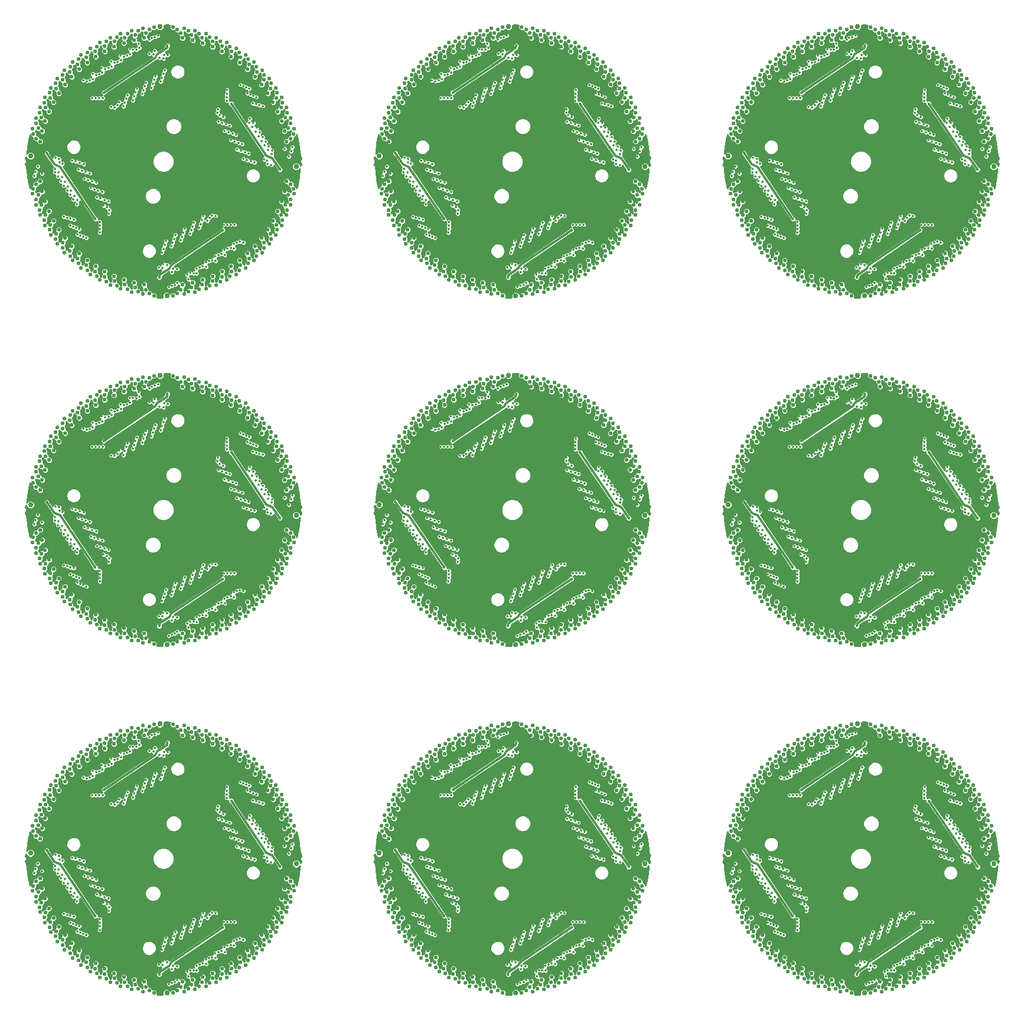
<source format=gbl>
G75*
%MOIN*%
%OFA0B0*%
%FSLAX24Y24*%
%IPPOS*%
%LPD*%
%AMOC8*
5,1,8,0,0,1.08239X$1,22.5*
%
%ADD10C,0.0210*%
%ADD11C,0.0295*%
%ADD12C,0.0139*%
%ADD13C,0.0120*%
%ADD14C,0.0178*%
%ADD15C,0.0140*%
%ADD16C,0.0100*%
D10*
X004575Y004994D03*
X004467Y005262D03*
X004467Y005555D03*
X004598Y005815D03*
X004078Y005755D03*
X004163Y005478D03*
X004102Y006046D03*
X004254Y006295D03*
X003731Y006279D03*
X003793Y005996D03*
X003780Y006567D03*
X003953Y006802D03*
X003430Y006829D03*
X003468Y006542D03*
X003503Y007112D03*
X003694Y007332D03*
X003175Y007403D03*
X003190Y007114D03*
X003272Y007679D03*
X003481Y007882D03*
X002970Y007996D03*
X002960Y007707D03*
X003089Y008263D03*
X003315Y008448D03*
X002815Y008605D03*
X002781Y008317D03*
X002956Y008861D03*
X003196Y009026D03*
X003196Y011274D03*
X002956Y011439D03*
X002815Y011695D03*
X002781Y011983D03*
X003089Y012037D03*
X003315Y011852D03*
X002970Y012304D03*
X002960Y012593D03*
X003272Y012621D03*
X003481Y012418D03*
X003175Y012897D03*
X003190Y013186D03*
X003503Y013188D03*
X003694Y012968D03*
X003430Y013471D03*
X003468Y013758D03*
X003780Y013733D03*
X003953Y013498D03*
X003731Y014021D03*
X003793Y014304D03*
X004102Y014254D03*
X004254Y014005D03*
X004078Y014545D03*
X004163Y014822D03*
X004467Y014745D03*
X004598Y014485D03*
X004467Y015038D03*
X004575Y015306D03*
X004871Y015205D03*
X004980Y014934D03*
X004896Y015496D03*
X005026Y015755D03*
X005313Y015629D03*
X005398Y015350D03*
X005361Y015917D03*
X005513Y016164D03*
X005788Y016014D03*
X005850Y015730D03*
X005861Y016298D03*
X006033Y016531D03*
X006294Y016359D03*
X006332Y016070D03*
X006390Y016635D03*
X006581Y016853D03*
X006827Y016660D03*
X006841Y016369D03*
X006946Y016927D03*
X007154Y017128D03*
X007384Y016915D03*
X007373Y016624D03*
X007524Y017171D03*
X007749Y017354D03*
X007960Y017123D03*
X008121Y017366D03*
X008360Y017530D03*
X008551Y017281D03*
X008491Y016996D03*
X008732Y017511D03*
X008984Y017654D03*
X009153Y017390D03*
X009070Y017111D03*
X009353Y017603D03*
X009616Y017725D03*
X010684Y017725D03*
X010947Y017603D03*
X011147Y017390D03*
X011230Y017111D03*
X011568Y017511D03*
X011316Y017654D03*
X011749Y017281D03*
X011809Y016996D03*
X012179Y017366D03*
X011940Y017530D03*
X012340Y017123D03*
X012376Y016833D03*
X012776Y017171D03*
X012551Y017354D03*
X012916Y016915D03*
X012927Y016624D03*
X013354Y016927D03*
X013146Y017128D03*
X013473Y016660D03*
X013459Y016369D03*
X013910Y016635D03*
X013719Y016853D03*
X014006Y016359D03*
X013968Y016070D03*
X014439Y016298D03*
X014267Y016531D03*
X014512Y016014D03*
X014450Y015730D03*
X014939Y015917D03*
X014787Y016164D03*
X014987Y015629D03*
X014902Y015350D03*
X015404Y015496D03*
X015274Y015755D03*
X015429Y015205D03*
X015320Y014934D03*
X015833Y015038D03*
X015725Y015306D03*
X015833Y014745D03*
X015702Y014485D03*
X016222Y014545D03*
X016137Y014822D03*
X016198Y014254D03*
X016045Y014005D03*
X016569Y014021D03*
X016507Y014304D03*
X016520Y013733D03*
X016347Y013498D03*
X016870Y013471D03*
X016832Y013758D03*
X016797Y013188D03*
X016606Y012968D03*
X017125Y012897D03*
X017110Y013186D03*
X017028Y012621D03*
X016819Y012418D03*
X017330Y012304D03*
X017340Y012593D03*
X017211Y012037D03*
X016985Y011852D03*
X017485Y011695D03*
X017519Y011983D03*
X017344Y011439D03*
X017104Y011274D03*
X017104Y009026D03*
X017344Y008861D03*
X017485Y008605D03*
X017519Y008317D03*
X017211Y008263D03*
X016985Y008448D03*
X017330Y007996D03*
X017340Y007707D03*
X017028Y007679D03*
X016819Y007882D03*
X017125Y007403D03*
X017110Y007114D03*
X016797Y007112D03*
X016606Y007332D03*
X016870Y006829D03*
X016832Y006542D03*
X016520Y006567D03*
X016347Y006802D03*
X016569Y006279D03*
X016507Y005996D03*
X016198Y006046D03*
X016045Y006295D03*
X016222Y005755D03*
X016137Y005478D03*
X015833Y005555D03*
X015702Y005815D03*
X015833Y005262D03*
X015725Y004994D03*
X015429Y005095D03*
X015320Y005366D03*
X015404Y004804D03*
X015274Y004545D03*
X014987Y004671D03*
X014902Y004950D03*
X014939Y004383D03*
X014787Y004136D03*
X014512Y004286D03*
X014450Y004570D03*
X014439Y004002D03*
X014267Y003769D03*
X014006Y003941D03*
X013968Y004230D03*
X013910Y003665D03*
X013719Y003447D03*
X013473Y003640D03*
X013459Y003931D03*
X013354Y003373D03*
X013146Y003172D03*
X012916Y003385D03*
X012927Y003676D03*
X012776Y003129D03*
X012551Y002946D03*
X012340Y003177D03*
X012179Y002934D03*
X011940Y002770D03*
X011749Y003019D03*
X011809Y003304D03*
X011568Y002789D03*
X011316Y002646D03*
X011147Y002910D03*
X011230Y003189D03*
X010947Y002697D03*
X010684Y002575D03*
X009616Y002575D03*
X009353Y002697D03*
X009153Y002910D03*
X009070Y003189D03*
X008732Y002789D03*
X008984Y002646D03*
X008551Y003019D03*
X008491Y003304D03*
X008121Y002934D03*
X008360Y002770D03*
X007960Y003177D03*
X007924Y003467D03*
X007524Y003129D03*
X007749Y002946D03*
X007384Y003385D03*
X007373Y003676D03*
X006946Y003373D03*
X007154Y003172D03*
X006827Y003640D03*
X006841Y003931D03*
X006390Y003665D03*
X006581Y003447D03*
X006294Y003941D03*
X006332Y004230D03*
X005861Y004002D03*
X006033Y003769D03*
X005788Y004286D03*
X005850Y004570D03*
X005361Y004383D03*
X005513Y004136D03*
X005313Y004671D03*
X005398Y004950D03*
X004896Y004804D03*
X005026Y004545D03*
X004871Y005095D03*
X004980Y005366D03*
X012376Y003467D03*
X022645Y007707D03*
X022655Y007996D03*
X022774Y008263D03*
X023000Y008448D03*
X022500Y008605D03*
X022466Y008317D03*
X022641Y008861D03*
X022881Y009026D03*
X023166Y007882D03*
X022957Y007679D03*
X022860Y007403D03*
X022875Y007114D03*
X023188Y007112D03*
X023379Y007332D03*
X023115Y006829D03*
X023153Y006542D03*
X023465Y006567D03*
X023638Y006802D03*
X023416Y006279D03*
X023478Y005996D03*
X023787Y006046D03*
X023940Y006295D03*
X023763Y005755D03*
X023848Y005478D03*
X024152Y005555D03*
X024283Y005815D03*
X024152Y005262D03*
X024260Y004994D03*
X024556Y005095D03*
X024665Y005366D03*
X024581Y004804D03*
X024711Y004545D03*
X024998Y004671D03*
X025084Y004950D03*
X025046Y004383D03*
X025198Y004136D03*
X025473Y004286D03*
X025535Y004570D03*
X025546Y004002D03*
X025718Y003769D03*
X025979Y003941D03*
X026017Y004230D03*
X026075Y003665D03*
X026266Y003447D03*
X026512Y003640D03*
X026526Y003931D03*
X026631Y003373D03*
X026839Y003172D03*
X027069Y003385D03*
X027058Y003676D03*
X027209Y003129D03*
X027434Y002946D03*
X027645Y003177D03*
X027806Y002934D03*
X028045Y002770D03*
X028236Y003019D03*
X028177Y003304D03*
X028417Y002789D03*
X028669Y002646D03*
X028838Y002910D03*
X028755Y003189D03*
X029038Y002697D03*
X029301Y002575D03*
X030369Y002575D03*
X030632Y002697D03*
X030832Y002910D03*
X030915Y003189D03*
X031253Y002789D03*
X031001Y002646D03*
X031434Y003019D03*
X031494Y003304D03*
X031864Y002934D03*
X031625Y002770D03*
X032025Y003177D03*
X032061Y003467D03*
X032461Y003129D03*
X032236Y002946D03*
X032601Y003385D03*
X032612Y003676D03*
X033039Y003373D03*
X032831Y003172D03*
X033158Y003640D03*
X033144Y003931D03*
X033595Y003665D03*
X033404Y003447D03*
X033691Y003941D03*
X033653Y004230D03*
X034124Y004002D03*
X033952Y003769D03*
X034197Y004286D03*
X034135Y004570D03*
X034624Y004383D03*
X034472Y004136D03*
X034672Y004671D03*
X034587Y004950D03*
X035089Y004804D03*
X034959Y004545D03*
X035114Y005095D03*
X035005Y005366D03*
X035518Y005262D03*
X035410Y004994D03*
X035518Y005555D03*
X035387Y005815D03*
X035907Y005755D03*
X035822Y005478D03*
X035883Y006046D03*
X035731Y006295D03*
X036254Y006279D03*
X036192Y005996D03*
X036205Y006567D03*
X036032Y006802D03*
X036555Y006829D03*
X036517Y006542D03*
X036482Y007112D03*
X036291Y007332D03*
X036810Y007403D03*
X036795Y007114D03*
X036713Y007679D03*
X036504Y007882D03*
X037015Y007996D03*
X037025Y007707D03*
X036896Y008263D03*
X036670Y008448D03*
X037170Y008605D03*
X037204Y008317D03*
X037029Y008861D03*
X036789Y009026D03*
X036789Y011274D03*
X037029Y011439D03*
X037170Y011695D03*
X037204Y011983D03*
X036896Y012037D03*
X036670Y011852D03*
X037015Y012304D03*
X037025Y012593D03*
X036713Y012621D03*
X036504Y012418D03*
X036810Y012897D03*
X036795Y013186D03*
X036482Y013188D03*
X036291Y012968D03*
X036555Y013471D03*
X036517Y013758D03*
X036205Y013733D03*
X036032Y013498D03*
X036254Y014021D03*
X036192Y014304D03*
X035883Y014254D03*
X035731Y014005D03*
X035907Y014545D03*
X035822Y014822D03*
X035518Y014745D03*
X035387Y014485D03*
X035518Y015038D03*
X035410Y015306D03*
X035114Y015205D03*
X035005Y014934D03*
X035089Y015496D03*
X034959Y015755D03*
X034672Y015629D03*
X034587Y015350D03*
X034624Y015917D03*
X034472Y016164D03*
X034197Y016014D03*
X034135Y015730D03*
X034124Y016298D03*
X033952Y016531D03*
X033691Y016359D03*
X033653Y016070D03*
X033595Y016635D03*
X033404Y016853D03*
X033158Y016660D03*
X033144Y016369D03*
X033039Y016927D03*
X032831Y017128D03*
X032601Y016915D03*
X032612Y016624D03*
X032461Y017171D03*
X032236Y017354D03*
X032025Y017123D03*
X031864Y017366D03*
X031625Y017530D03*
X031434Y017281D03*
X031494Y016996D03*
X031253Y017511D03*
X031001Y017654D03*
X030832Y017390D03*
X030915Y017111D03*
X030632Y017603D03*
X030369Y017725D03*
X029301Y017725D03*
X029038Y017603D03*
X028838Y017390D03*
X028755Y017111D03*
X028417Y017511D03*
X028669Y017654D03*
X028236Y017281D03*
X028177Y016996D03*
X027806Y017366D03*
X028045Y017530D03*
X027645Y017123D03*
X027609Y016833D03*
X027209Y017171D03*
X027434Y017354D03*
X027069Y016915D03*
X027058Y016624D03*
X026631Y016927D03*
X026839Y017128D03*
X026512Y016660D03*
X026526Y016369D03*
X026075Y016635D03*
X026266Y016853D03*
X025979Y016359D03*
X026017Y016070D03*
X025546Y016298D03*
X025718Y016531D03*
X025473Y016014D03*
X025535Y015730D03*
X025046Y015917D03*
X025198Y016164D03*
X024998Y015629D03*
X025084Y015350D03*
X024581Y015496D03*
X024711Y015755D03*
X024556Y015205D03*
X024665Y014934D03*
X024152Y015038D03*
X024260Y015306D03*
X024152Y014745D03*
X024283Y014485D03*
X023763Y014545D03*
X023848Y014822D03*
X023787Y014254D03*
X023940Y014005D03*
X023416Y014021D03*
X023478Y014304D03*
X023465Y013733D03*
X023638Y013498D03*
X023115Y013471D03*
X023153Y013758D03*
X023188Y013188D03*
X023379Y012968D03*
X022860Y012897D03*
X022875Y013186D03*
X022957Y012621D03*
X023166Y012418D03*
X022655Y012304D03*
X022645Y012593D03*
X022774Y012037D03*
X023000Y011852D03*
X022500Y011695D03*
X022466Y011983D03*
X022641Y011439D03*
X022881Y011274D03*
X027609Y003467D03*
X032061Y016833D03*
X031001Y022331D03*
X031253Y022474D03*
X031434Y022704D03*
X031494Y022989D03*
X031864Y022619D03*
X031625Y022455D03*
X032025Y022862D03*
X032061Y023152D03*
X032461Y022814D03*
X032236Y022631D03*
X032601Y023070D03*
X032612Y023361D03*
X033039Y023058D03*
X032831Y022857D03*
X033158Y023325D03*
X033144Y023616D03*
X033595Y023350D03*
X033404Y023132D03*
X033691Y023626D03*
X033653Y023915D03*
X034124Y023687D03*
X033952Y023455D03*
X034197Y023971D03*
X034135Y024255D03*
X034624Y024068D03*
X034472Y023821D03*
X034672Y024356D03*
X034587Y024635D03*
X035089Y024489D03*
X034959Y024231D03*
X035114Y024780D03*
X035005Y025051D03*
X035518Y024947D03*
X035410Y024679D03*
X035518Y025240D03*
X035387Y025500D03*
X035907Y025440D03*
X035822Y025163D03*
X035883Y025731D03*
X035731Y025980D03*
X036254Y025964D03*
X036192Y025681D03*
X036205Y026252D03*
X036032Y026487D03*
X036555Y026514D03*
X036517Y026227D03*
X036482Y026797D03*
X036291Y027017D03*
X036810Y027088D03*
X036795Y026799D03*
X036713Y027364D03*
X036504Y027567D03*
X037015Y027681D03*
X037025Y027392D03*
X036896Y027948D03*
X036670Y028133D03*
X037170Y028290D03*
X037204Y028002D03*
X037029Y028546D03*
X036789Y028711D03*
X036789Y030959D03*
X037029Y031124D03*
X037170Y031380D03*
X037204Y031668D03*
X036896Y031722D03*
X036670Y031537D03*
X037015Y031989D03*
X037025Y032278D03*
X036713Y032306D03*
X036504Y032103D03*
X036810Y032582D03*
X036795Y032871D03*
X036482Y032873D03*
X036291Y032653D03*
X036555Y033156D03*
X036517Y033443D03*
X036205Y033418D03*
X036032Y033183D03*
X036254Y033707D03*
X036192Y033989D03*
X035883Y033939D03*
X035731Y033690D03*
X035907Y034230D03*
X035822Y034507D03*
X035518Y034430D03*
X035387Y034170D03*
X035518Y034723D03*
X035410Y034991D03*
X035114Y034890D03*
X035005Y034619D03*
X035089Y035181D03*
X034959Y035440D03*
X034672Y035314D03*
X034587Y035035D03*
X034624Y035602D03*
X034472Y035849D03*
X034197Y035699D03*
X034135Y035415D03*
X034124Y035983D03*
X033952Y036216D03*
X033691Y036044D03*
X033653Y035755D03*
X033595Y036320D03*
X033404Y036538D03*
X033158Y036345D03*
X033144Y036054D03*
X033039Y036612D03*
X032831Y036813D03*
X032601Y036600D03*
X032612Y036309D03*
X032461Y036856D03*
X032236Y037039D03*
X032025Y036808D03*
X031864Y037051D03*
X031625Y037215D03*
X031434Y036966D03*
X031494Y036681D03*
X031253Y037196D03*
X031001Y037339D03*
X030832Y037075D03*
X030915Y036796D03*
X030632Y037289D03*
X030369Y037410D03*
X029301Y037410D03*
X029038Y037289D03*
X028838Y037075D03*
X028755Y036796D03*
X028417Y037196D03*
X028669Y037339D03*
X028236Y036966D03*
X028177Y036681D03*
X027806Y037051D03*
X028045Y037215D03*
X027645Y036808D03*
X027609Y036518D03*
X027209Y036856D03*
X027434Y037039D03*
X027069Y036600D03*
X027058Y036309D03*
X026631Y036612D03*
X026839Y036813D03*
X026512Y036345D03*
X026526Y036054D03*
X026075Y036320D03*
X026266Y036538D03*
X025979Y036044D03*
X026017Y035755D03*
X025546Y035983D03*
X025718Y036216D03*
X025473Y035699D03*
X025535Y035415D03*
X025046Y035602D03*
X025198Y035849D03*
X024998Y035314D03*
X025084Y035035D03*
X024581Y035181D03*
X024711Y035440D03*
X024556Y034890D03*
X024665Y034619D03*
X024152Y034723D03*
X024260Y034991D03*
X024152Y034430D03*
X024283Y034170D03*
X023763Y034230D03*
X023848Y034507D03*
X023787Y033939D03*
X023940Y033690D03*
X023416Y033707D03*
X023478Y033989D03*
X023465Y033418D03*
X023638Y033183D03*
X023115Y033156D03*
X023153Y033443D03*
X023188Y032873D03*
X023379Y032653D03*
X022860Y032582D03*
X022875Y032871D03*
X022957Y032306D03*
X023166Y032103D03*
X022655Y031989D03*
X022645Y032278D03*
X022774Y031722D03*
X023000Y031537D03*
X022500Y031380D03*
X022466Y031668D03*
X022641Y031124D03*
X022881Y030959D03*
X022881Y028711D03*
X022641Y028546D03*
X022500Y028290D03*
X022466Y028002D03*
X022774Y027948D03*
X023000Y028133D03*
X022655Y027681D03*
X022645Y027392D03*
X022957Y027364D03*
X023166Y027567D03*
X022860Y027088D03*
X022875Y026799D03*
X023188Y026797D03*
X023379Y027017D03*
X023115Y026514D03*
X023153Y026227D03*
X023465Y026252D03*
X023638Y026487D03*
X023416Y025964D03*
X023478Y025681D03*
X023787Y025731D03*
X023940Y025980D03*
X023763Y025440D03*
X023848Y025163D03*
X024152Y025240D03*
X024283Y025500D03*
X024152Y024947D03*
X024260Y024679D03*
X024556Y024780D03*
X024665Y025051D03*
X024581Y024489D03*
X024711Y024231D03*
X024998Y024356D03*
X025084Y024635D03*
X025046Y024068D03*
X025198Y023821D03*
X025473Y023971D03*
X025535Y024255D03*
X025546Y023687D03*
X025718Y023455D03*
X025979Y023626D03*
X026017Y023915D03*
X026075Y023350D03*
X026266Y023132D03*
X026512Y023325D03*
X026526Y023616D03*
X026631Y023058D03*
X026839Y022857D03*
X027069Y023070D03*
X027058Y023361D03*
X027209Y022814D03*
X027434Y022631D03*
X027645Y022862D03*
X027806Y022619D03*
X028045Y022455D03*
X028236Y022704D03*
X028177Y022989D03*
X028417Y022474D03*
X028669Y022331D03*
X028838Y022595D03*
X028755Y022874D03*
X029038Y022382D03*
X029301Y022260D03*
X030369Y022260D03*
X030632Y022382D03*
X030832Y022595D03*
X030915Y022874D03*
X027609Y023152D03*
X017340Y027392D03*
X017330Y027681D03*
X017211Y027948D03*
X016985Y028133D03*
X017485Y028290D03*
X017519Y028002D03*
X017344Y028546D03*
X017104Y028711D03*
X016819Y027567D03*
X017028Y027364D03*
X017125Y027088D03*
X017110Y026799D03*
X016797Y026797D03*
X016606Y027017D03*
X016870Y026514D03*
X016832Y026227D03*
X016520Y026252D03*
X016347Y026487D03*
X016569Y025964D03*
X016507Y025681D03*
X016198Y025731D03*
X016045Y025980D03*
X016222Y025440D03*
X016137Y025163D03*
X015833Y025240D03*
X015702Y025500D03*
X015833Y024947D03*
X015725Y024679D03*
X015429Y024780D03*
X015320Y025051D03*
X015404Y024489D03*
X015274Y024231D03*
X014987Y024356D03*
X014902Y024635D03*
X014939Y024068D03*
X014787Y023821D03*
X014512Y023971D03*
X014450Y024255D03*
X014439Y023687D03*
X014267Y023455D03*
X014006Y023626D03*
X013968Y023915D03*
X013910Y023350D03*
X013719Y023132D03*
X013473Y023325D03*
X013459Y023616D03*
X013354Y023058D03*
X013146Y022857D03*
X012916Y023070D03*
X012927Y023361D03*
X012776Y022814D03*
X012551Y022631D03*
X012340Y022862D03*
X012179Y022619D03*
X011940Y022455D03*
X011749Y022704D03*
X011809Y022989D03*
X011568Y022474D03*
X011316Y022331D03*
X011147Y022595D03*
X011230Y022874D03*
X010947Y022382D03*
X010684Y022260D03*
X009616Y022260D03*
X009353Y022382D03*
X009153Y022595D03*
X009070Y022874D03*
X008732Y022474D03*
X008984Y022331D03*
X008551Y022704D03*
X008491Y022989D03*
X008121Y022619D03*
X008360Y022455D03*
X007960Y022862D03*
X007924Y023152D03*
X007524Y022814D03*
X007749Y022631D03*
X007384Y023070D03*
X007373Y023361D03*
X006946Y023058D03*
X007154Y022857D03*
X006827Y023325D03*
X006841Y023616D03*
X006390Y023350D03*
X006581Y023132D03*
X006294Y023626D03*
X006332Y023915D03*
X005861Y023687D03*
X006033Y023455D03*
X005788Y023971D03*
X005850Y024255D03*
X005361Y024068D03*
X005513Y023821D03*
X005313Y024356D03*
X005398Y024635D03*
X004896Y024489D03*
X005026Y024231D03*
X004871Y024780D03*
X004980Y025051D03*
X004467Y024947D03*
X004575Y024679D03*
X004467Y025240D03*
X004598Y025500D03*
X004078Y025440D03*
X004163Y025163D03*
X004102Y025731D03*
X004254Y025980D03*
X003731Y025964D03*
X003793Y025681D03*
X003780Y026252D03*
X003953Y026487D03*
X003430Y026514D03*
X003468Y026227D03*
X003503Y026797D03*
X003694Y027017D03*
X003175Y027088D03*
X003190Y026799D03*
X003272Y027364D03*
X003481Y027567D03*
X002970Y027681D03*
X002960Y027392D03*
X003089Y027948D03*
X003315Y028133D03*
X002815Y028290D03*
X002781Y028002D03*
X002956Y028546D03*
X003196Y028711D03*
X003196Y030959D03*
X002956Y031124D03*
X002815Y031380D03*
X002781Y031668D03*
X003089Y031722D03*
X003315Y031537D03*
X002970Y031989D03*
X002960Y032278D03*
X003272Y032306D03*
X003481Y032103D03*
X003175Y032582D03*
X003190Y032871D03*
X003503Y032873D03*
X003694Y032653D03*
X003430Y033156D03*
X003468Y033443D03*
X003780Y033418D03*
X003953Y033183D03*
X003731Y033707D03*
X003793Y033989D03*
X004102Y033939D03*
X004254Y033690D03*
X004078Y034230D03*
X004163Y034507D03*
X004467Y034430D03*
X004598Y034170D03*
X004467Y034723D03*
X004575Y034991D03*
X004871Y034890D03*
X004980Y034619D03*
X004896Y035181D03*
X005026Y035440D03*
X005313Y035314D03*
X005398Y035035D03*
X005361Y035602D03*
X005513Y035849D03*
X005788Y035699D03*
X005850Y035415D03*
X005861Y035983D03*
X006033Y036216D03*
X006294Y036044D03*
X006332Y035755D03*
X006390Y036320D03*
X006581Y036538D03*
X006827Y036345D03*
X006841Y036054D03*
X006946Y036612D03*
X007154Y036813D03*
X007384Y036600D03*
X007373Y036309D03*
X007524Y036856D03*
X007749Y037039D03*
X007960Y036808D03*
X008121Y037051D03*
X008360Y037215D03*
X008551Y036966D03*
X008491Y036681D03*
X008732Y037196D03*
X008984Y037339D03*
X009153Y037075D03*
X009070Y036796D03*
X009353Y037289D03*
X009616Y037410D03*
X010684Y037410D03*
X010947Y037289D03*
X011147Y037075D03*
X011230Y036796D03*
X011568Y037196D03*
X011316Y037339D03*
X011749Y036966D03*
X011809Y036681D03*
X012179Y037051D03*
X011940Y037215D03*
X012340Y036808D03*
X012376Y036518D03*
X012776Y036856D03*
X012551Y037039D03*
X012916Y036600D03*
X012927Y036309D03*
X013354Y036612D03*
X013146Y036813D03*
X013473Y036345D03*
X013459Y036054D03*
X013910Y036320D03*
X013719Y036538D03*
X014006Y036044D03*
X013968Y035755D03*
X014439Y035983D03*
X014267Y036216D03*
X014512Y035699D03*
X014450Y035415D03*
X014939Y035602D03*
X014787Y035849D03*
X014987Y035314D03*
X014902Y035035D03*
X015404Y035181D03*
X015274Y035440D03*
X015429Y034890D03*
X015320Y034619D03*
X015833Y034723D03*
X015725Y034991D03*
X015833Y034430D03*
X015702Y034170D03*
X016222Y034230D03*
X016137Y034507D03*
X016198Y033939D03*
X016045Y033690D03*
X016569Y033707D03*
X016507Y033989D03*
X016520Y033418D03*
X016347Y033183D03*
X016870Y033156D03*
X016832Y033443D03*
X016797Y032873D03*
X016606Y032653D03*
X017125Y032582D03*
X017110Y032871D03*
X017028Y032306D03*
X016819Y032103D03*
X017330Y031989D03*
X017340Y032278D03*
X017211Y031722D03*
X016985Y031537D03*
X017485Y031380D03*
X017519Y031668D03*
X017344Y031124D03*
X017104Y030959D03*
X012376Y023152D03*
X007924Y016833D03*
X007924Y036518D03*
X008984Y042017D03*
X008732Y042159D03*
X008551Y042389D03*
X008491Y042674D03*
X008121Y042304D03*
X008360Y042140D03*
X007960Y042548D03*
X007924Y042837D03*
X007524Y042499D03*
X007749Y042316D03*
X007384Y042755D03*
X007373Y043046D03*
X006946Y042743D03*
X007154Y042542D03*
X006827Y043010D03*
X006841Y043302D03*
X006390Y043035D03*
X006581Y042817D03*
X006294Y043311D03*
X006332Y043600D03*
X005861Y043373D03*
X006033Y043140D03*
X005788Y043656D03*
X005850Y043940D03*
X005361Y043753D03*
X005513Y043506D03*
X005313Y044041D03*
X005398Y044320D03*
X004896Y044174D03*
X005026Y043916D03*
X004871Y044465D03*
X004980Y044736D03*
X004467Y044632D03*
X004575Y044364D03*
X004467Y044925D03*
X004598Y045185D03*
X004078Y045125D03*
X004163Y044849D03*
X004102Y045416D03*
X004254Y045665D03*
X003731Y045649D03*
X003793Y045366D03*
X003780Y045937D03*
X003953Y046172D03*
X003430Y046199D03*
X003468Y045912D03*
X003503Y046482D03*
X003694Y046702D03*
X003175Y046773D03*
X003190Y046484D03*
X003272Y047049D03*
X003481Y047252D03*
X002970Y047367D03*
X002960Y047077D03*
X003089Y047633D03*
X003315Y047818D03*
X002815Y047975D03*
X002781Y047687D03*
X002956Y048231D03*
X003196Y048396D03*
X003196Y050644D03*
X002956Y050809D03*
X002815Y051065D03*
X002781Y051353D03*
X003089Y051407D03*
X003315Y051222D03*
X002970Y051674D03*
X002960Y051963D03*
X003272Y051991D03*
X003481Y051788D03*
X003175Y052267D03*
X003190Y052556D03*
X003503Y052558D03*
X003694Y052338D03*
X003430Y052841D03*
X003468Y053128D03*
X003780Y053103D03*
X003953Y052868D03*
X003731Y053392D03*
X003793Y053674D03*
X004102Y053624D03*
X004254Y053375D03*
X004078Y053915D03*
X004163Y054192D03*
X004467Y054115D03*
X004598Y053855D03*
X004467Y054408D03*
X004575Y054676D03*
X004871Y054575D03*
X004980Y054305D03*
X004896Y054866D03*
X005026Y055125D03*
X005313Y054999D03*
X005398Y054720D03*
X005361Y055287D03*
X005513Y055534D03*
X005788Y055384D03*
X005850Y055100D03*
X005861Y055668D03*
X006033Y055901D03*
X006294Y055729D03*
X006332Y055440D03*
X006390Y056005D03*
X006581Y056223D03*
X006827Y056030D03*
X006841Y055739D03*
X006946Y056297D03*
X007154Y056498D03*
X007384Y056285D03*
X007373Y055994D03*
X007524Y056541D03*
X007749Y056724D03*
X007960Y056493D03*
X008121Y056736D03*
X008360Y056900D03*
X008551Y056651D03*
X008491Y056366D03*
X008732Y056881D03*
X008984Y057024D03*
X009153Y056760D03*
X009070Y056481D03*
X009353Y056974D03*
X009616Y057095D03*
X010684Y057095D03*
X010947Y056974D03*
X011147Y056760D03*
X011230Y056481D03*
X011568Y056881D03*
X011316Y057024D03*
X011749Y056651D03*
X011809Y056366D03*
X012179Y056736D03*
X011940Y056900D03*
X012340Y056493D03*
X012376Y056203D03*
X012776Y056541D03*
X012551Y056724D03*
X012916Y056285D03*
X012927Y055994D03*
X013354Y056297D03*
X013146Y056498D03*
X013473Y056030D03*
X013459Y055739D03*
X013910Y056005D03*
X013719Y056223D03*
X014006Y055729D03*
X013968Y055440D03*
X014439Y055668D03*
X014267Y055901D03*
X014512Y055384D03*
X014450Y055100D03*
X014939Y055287D03*
X014787Y055534D03*
X014987Y054999D03*
X014902Y054720D03*
X015404Y054866D03*
X015274Y055125D03*
X015429Y054575D03*
X015320Y054305D03*
X015833Y054408D03*
X015725Y054676D03*
X015833Y054115D03*
X015702Y053855D03*
X016222Y053915D03*
X016137Y054192D03*
X016198Y053624D03*
X016045Y053375D03*
X016569Y053392D03*
X016507Y053674D03*
X016520Y053103D03*
X016347Y052868D03*
X016870Y052841D03*
X016832Y053128D03*
X016797Y052558D03*
X016606Y052338D03*
X017125Y052267D03*
X017110Y052556D03*
X017028Y051991D03*
X016819Y051788D03*
X017330Y051674D03*
X017340Y051963D03*
X017211Y051407D03*
X016985Y051222D03*
X017485Y051065D03*
X017519Y051353D03*
X017344Y050809D03*
X017104Y050644D03*
X017104Y048396D03*
X017344Y048231D03*
X017485Y047975D03*
X017519Y047687D03*
X017211Y047633D03*
X016985Y047818D03*
X017330Y047367D03*
X017340Y047077D03*
X017028Y047049D03*
X016819Y047252D03*
X017125Y046773D03*
X017110Y046484D03*
X016797Y046482D03*
X016606Y046702D03*
X016870Y046199D03*
X016832Y045912D03*
X016520Y045937D03*
X016347Y046172D03*
X016569Y045649D03*
X016507Y045366D03*
X016198Y045416D03*
X016045Y045665D03*
X016222Y045125D03*
X016137Y044849D03*
X015833Y044925D03*
X015702Y045185D03*
X015833Y044632D03*
X015725Y044364D03*
X015429Y044465D03*
X015320Y044736D03*
X015404Y044174D03*
X015274Y043916D03*
X014987Y044041D03*
X014902Y044320D03*
X014939Y043753D03*
X014787Y043506D03*
X014512Y043656D03*
X014450Y043940D03*
X014439Y043373D03*
X014267Y043140D03*
X014006Y043311D03*
X013968Y043600D03*
X013910Y043035D03*
X013719Y042817D03*
X013473Y043010D03*
X013459Y043302D03*
X013354Y042743D03*
X013146Y042542D03*
X012916Y042755D03*
X012927Y043046D03*
X012776Y042499D03*
X012551Y042316D03*
X012340Y042548D03*
X012376Y042837D03*
X012179Y042304D03*
X011940Y042140D03*
X011749Y042389D03*
X011809Y042674D03*
X011568Y042159D03*
X011316Y042017D03*
X011147Y042280D03*
X011230Y042559D03*
X010947Y042067D03*
X010684Y041945D03*
X009616Y041945D03*
X009353Y042067D03*
X009153Y042280D03*
X009070Y042559D03*
X022645Y047077D03*
X022655Y047367D03*
X022774Y047633D03*
X023000Y047818D03*
X022500Y047975D03*
X022466Y047687D03*
X022641Y048231D03*
X022881Y048396D03*
X023166Y047252D03*
X022957Y047049D03*
X022860Y046773D03*
X022875Y046484D03*
X023188Y046482D03*
X023379Y046702D03*
X023115Y046199D03*
X023153Y045912D03*
X023465Y045937D03*
X023638Y046172D03*
X023416Y045649D03*
X023478Y045366D03*
X023787Y045416D03*
X023940Y045665D03*
X023763Y045125D03*
X023848Y044849D03*
X024152Y044925D03*
X024283Y045185D03*
X024152Y044632D03*
X024260Y044364D03*
X024556Y044465D03*
X024665Y044736D03*
X024581Y044174D03*
X024711Y043916D03*
X024998Y044041D03*
X025084Y044320D03*
X025046Y043753D03*
X025198Y043506D03*
X025473Y043656D03*
X025535Y043940D03*
X025546Y043373D03*
X025718Y043140D03*
X025979Y043311D03*
X026017Y043600D03*
X026075Y043035D03*
X026266Y042817D03*
X026512Y043010D03*
X026526Y043302D03*
X026631Y042743D03*
X026839Y042542D03*
X027069Y042755D03*
X027058Y043046D03*
X027209Y042499D03*
X027434Y042316D03*
X027645Y042548D03*
X027609Y042837D03*
X027806Y042304D03*
X028045Y042140D03*
X028236Y042389D03*
X028177Y042674D03*
X028417Y042159D03*
X028669Y042017D03*
X028838Y042280D03*
X028755Y042559D03*
X029038Y042067D03*
X029301Y041945D03*
X030369Y041945D03*
X030632Y042067D03*
X030832Y042280D03*
X030915Y042559D03*
X031253Y042159D03*
X031001Y042017D03*
X031434Y042389D03*
X031494Y042674D03*
X031864Y042304D03*
X031625Y042140D03*
X032025Y042548D03*
X032061Y042837D03*
X032461Y042499D03*
X032236Y042316D03*
X032601Y042755D03*
X032612Y043046D03*
X033039Y042743D03*
X032831Y042542D03*
X033158Y043010D03*
X033144Y043302D03*
X033595Y043035D03*
X033404Y042817D03*
X033691Y043311D03*
X033653Y043600D03*
X034124Y043373D03*
X033952Y043140D03*
X034197Y043656D03*
X034135Y043940D03*
X034624Y043753D03*
X034472Y043506D03*
X034672Y044041D03*
X034587Y044320D03*
X035089Y044174D03*
X034959Y043916D03*
X035114Y044465D03*
X035005Y044736D03*
X035518Y044632D03*
X035410Y044364D03*
X035518Y044925D03*
X035387Y045185D03*
X035907Y045125D03*
X035822Y044849D03*
X035883Y045416D03*
X035731Y045665D03*
X036254Y045649D03*
X036192Y045366D03*
X036205Y045937D03*
X036032Y046172D03*
X036555Y046199D03*
X036517Y045912D03*
X036482Y046482D03*
X036291Y046702D03*
X036810Y046773D03*
X036795Y046484D03*
X036713Y047049D03*
X036504Y047252D03*
X037015Y047367D03*
X037025Y047077D03*
X036896Y047633D03*
X036670Y047818D03*
X037170Y047975D03*
X037204Y047687D03*
X037029Y048231D03*
X036789Y048396D03*
X036789Y050644D03*
X037029Y050809D03*
X037170Y051065D03*
X037204Y051353D03*
X036896Y051407D03*
X036670Y051222D03*
X037015Y051674D03*
X037025Y051963D03*
X036713Y051991D03*
X036504Y051788D03*
X036810Y052267D03*
X036795Y052556D03*
X036482Y052558D03*
X036291Y052338D03*
X036555Y052841D03*
X036517Y053128D03*
X036205Y053103D03*
X036032Y052868D03*
X036254Y053392D03*
X036192Y053674D03*
X035883Y053624D03*
X035731Y053375D03*
X035907Y053915D03*
X035822Y054192D03*
X035518Y054115D03*
X035387Y053855D03*
X035518Y054408D03*
X035410Y054676D03*
X035114Y054575D03*
X035005Y054305D03*
X035089Y054866D03*
X034959Y055125D03*
X034672Y054999D03*
X034587Y054720D03*
X034624Y055287D03*
X034472Y055534D03*
X034197Y055384D03*
X034135Y055100D03*
X034124Y055668D03*
X033952Y055901D03*
X033691Y055729D03*
X033653Y055440D03*
X033595Y056005D03*
X033404Y056223D03*
X033158Y056030D03*
X033144Y055739D03*
X033039Y056297D03*
X032831Y056498D03*
X032601Y056285D03*
X032612Y055994D03*
X032461Y056541D03*
X032236Y056724D03*
X032025Y056493D03*
X031864Y056736D03*
X031625Y056900D03*
X031434Y056651D03*
X031494Y056366D03*
X031253Y056881D03*
X031001Y057024D03*
X030832Y056760D03*
X030915Y056481D03*
X030632Y056974D03*
X030369Y057095D03*
X029301Y057095D03*
X029038Y056974D03*
X028838Y056760D03*
X028755Y056481D03*
X028417Y056881D03*
X028669Y057024D03*
X028236Y056651D03*
X028177Y056366D03*
X027806Y056736D03*
X028045Y056900D03*
X027645Y056493D03*
X027609Y056203D03*
X027209Y056541D03*
X027434Y056724D03*
X027069Y056285D03*
X027058Y055994D03*
X026631Y056297D03*
X026839Y056498D03*
X026512Y056030D03*
X026526Y055739D03*
X026075Y056005D03*
X026266Y056223D03*
X025979Y055729D03*
X026017Y055440D03*
X025546Y055668D03*
X025718Y055901D03*
X025473Y055384D03*
X025535Y055100D03*
X025046Y055287D03*
X025198Y055534D03*
X024998Y054999D03*
X025084Y054720D03*
X024581Y054866D03*
X024711Y055125D03*
X024556Y054575D03*
X024665Y054305D03*
X024152Y054408D03*
X024260Y054676D03*
X024152Y054115D03*
X024283Y053855D03*
X023763Y053915D03*
X023848Y054192D03*
X023787Y053624D03*
X023940Y053375D03*
X023416Y053392D03*
X023478Y053674D03*
X023465Y053103D03*
X023638Y052868D03*
X023115Y052841D03*
X023153Y053128D03*
X023188Y052558D03*
X023379Y052338D03*
X022860Y052267D03*
X022875Y052556D03*
X022957Y051991D03*
X023166Y051788D03*
X022655Y051674D03*
X022645Y051963D03*
X022774Y051407D03*
X023000Y051222D03*
X022500Y051065D03*
X022466Y051353D03*
X022641Y050809D03*
X022881Y050644D03*
X032061Y056203D03*
X042330Y051963D03*
X042340Y051674D03*
X042459Y051407D03*
X042685Y051222D03*
X042185Y051065D03*
X042151Y051353D03*
X042326Y050809D03*
X042566Y050644D03*
X042851Y051788D03*
X042642Y051991D03*
X042545Y052267D03*
X042560Y052556D03*
X042873Y052558D03*
X043064Y052338D03*
X042800Y052841D03*
X042838Y053128D03*
X043150Y053103D03*
X043323Y052868D03*
X043101Y053392D03*
X043164Y053674D03*
X043472Y053624D03*
X043625Y053375D03*
X043448Y053915D03*
X043533Y054192D03*
X043837Y054115D03*
X043968Y053855D03*
X043837Y054408D03*
X043945Y054676D03*
X044242Y054575D03*
X044350Y054305D03*
X044266Y054866D03*
X044396Y055125D03*
X044683Y054999D03*
X044769Y054720D03*
X044731Y055287D03*
X044883Y055534D03*
X045158Y055384D03*
X045220Y055100D03*
X045231Y055668D03*
X045403Y055901D03*
X045664Y055729D03*
X045702Y055440D03*
X045760Y056005D03*
X045951Y056223D03*
X046197Y056030D03*
X046211Y055739D03*
X046316Y056297D03*
X046524Y056498D03*
X046754Y056285D03*
X046743Y055994D03*
X046894Y056541D03*
X047119Y056724D03*
X047330Y056493D03*
X047294Y056203D03*
X047491Y056736D03*
X047730Y056900D03*
X047921Y056651D03*
X047862Y056366D03*
X048102Y056881D03*
X048354Y057024D03*
X048523Y056760D03*
X048440Y056481D03*
X048723Y056974D03*
X048986Y057095D03*
X050054Y057095D03*
X050317Y056974D03*
X050517Y056760D03*
X050600Y056481D03*
X050938Y056881D03*
X050686Y057024D03*
X051119Y056651D03*
X051179Y056366D03*
X051549Y056736D03*
X051310Y056900D03*
X051711Y056493D03*
X051746Y056203D03*
X052146Y056541D03*
X051921Y056724D03*
X052286Y056285D03*
X052297Y055994D03*
X052724Y056297D03*
X052516Y056498D03*
X052843Y056030D03*
X052829Y055739D03*
X053280Y056005D03*
X053089Y056223D03*
X053376Y055729D03*
X053338Y055440D03*
X053809Y055668D03*
X053637Y055901D03*
X053882Y055384D03*
X053820Y055100D03*
X054309Y055287D03*
X054157Y055534D03*
X054357Y054999D03*
X054272Y054720D03*
X054774Y054866D03*
X054644Y055125D03*
X054799Y054575D03*
X054690Y054305D03*
X055203Y054408D03*
X055095Y054676D03*
X055203Y054115D03*
X055072Y053855D03*
X055592Y053915D03*
X055507Y054192D03*
X055568Y053624D03*
X055416Y053375D03*
X055939Y053392D03*
X055877Y053674D03*
X055890Y053103D03*
X055718Y052868D03*
X056240Y052841D03*
X056202Y053128D03*
X056167Y052558D03*
X055976Y052338D03*
X056495Y052267D03*
X056480Y052556D03*
X056398Y051991D03*
X056189Y051788D03*
X056700Y051674D03*
X056710Y051963D03*
X056581Y051407D03*
X056356Y051222D03*
X056855Y051065D03*
X056889Y051353D03*
X056714Y050809D03*
X056474Y050644D03*
X056474Y048396D03*
X056714Y048231D03*
X056855Y047975D03*
X056889Y047687D03*
X056581Y047633D03*
X056356Y047818D03*
X056700Y047367D03*
X056710Y047077D03*
X056398Y047049D03*
X056189Y047252D03*
X056495Y046773D03*
X056480Y046484D03*
X056167Y046482D03*
X055976Y046702D03*
X056240Y046199D03*
X056202Y045912D03*
X055890Y045937D03*
X055718Y046172D03*
X055939Y045649D03*
X055877Y045366D03*
X055568Y045416D03*
X055416Y045665D03*
X055592Y045125D03*
X055507Y044849D03*
X055203Y044925D03*
X055072Y045185D03*
X055203Y044632D03*
X055095Y044364D03*
X054799Y044465D03*
X054690Y044736D03*
X054774Y044174D03*
X054644Y043916D03*
X054357Y044041D03*
X054272Y044320D03*
X054309Y043753D03*
X054157Y043506D03*
X053882Y043656D03*
X053820Y043940D03*
X053809Y043373D03*
X053637Y043140D03*
X053376Y043311D03*
X053338Y043600D03*
X053280Y043035D03*
X053089Y042817D03*
X052843Y043010D03*
X052829Y043302D03*
X052724Y042743D03*
X052516Y042542D03*
X052286Y042755D03*
X052297Y043046D03*
X052146Y042499D03*
X051921Y042316D03*
X051711Y042548D03*
X051746Y042837D03*
X051549Y042304D03*
X051310Y042140D03*
X051119Y042389D03*
X051179Y042674D03*
X050938Y042159D03*
X050686Y042017D03*
X050517Y042280D03*
X050600Y042559D03*
X050317Y042067D03*
X050054Y041945D03*
X048986Y041945D03*
X048723Y042067D03*
X048523Y042280D03*
X048440Y042559D03*
X048102Y042159D03*
X048354Y042017D03*
X047921Y042389D03*
X047862Y042674D03*
X047491Y042304D03*
X047730Y042140D03*
X047330Y042548D03*
X047294Y042837D03*
X046894Y042499D03*
X047119Y042316D03*
X046754Y042755D03*
X046743Y043046D03*
X046316Y042743D03*
X046524Y042542D03*
X046197Y043010D03*
X046211Y043302D03*
X045760Y043035D03*
X045951Y042817D03*
X045664Y043311D03*
X045702Y043600D03*
X045231Y043373D03*
X045403Y043140D03*
X045158Y043656D03*
X045220Y043940D03*
X044731Y043753D03*
X044883Y043506D03*
X044683Y044041D03*
X044769Y044320D03*
X044266Y044174D03*
X044396Y043916D03*
X044242Y044465D03*
X044350Y044736D03*
X043837Y044632D03*
X043945Y044364D03*
X043837Y044925D03*
X043968Y045185D03*
X043448Y045125D03*
X043533Y044849D03*
X043472Y045416D03*
X043625Y045665D03*
X043101Y045649D03*
X043164Y045366D03*
X043150Y045937D03*
X043323Y046172D03*
X042800Y046199D03*
X042838Y045912D03*
X042873Y046482D03*
X043064Y046702D03*
X042545Y046773D03*
X042560Y046484D03*
X042642Y047049D03*
X042851Y047252D03*
X042340Y047367D03*
X042330Y047077D03*
X042459Y047633D03*
X042685Y047818D03*
X042185Y047975D03*
X042151Y047687D03*
X042326Y048231D03*
X042566Y048396D03*
X047119Y037039D03*
X046894Y036856D03*
X046754Y036600D03*
X046743Y036309D03*
X046316Y036612D03*
X046524Y036813D03*
X046197Y036345D03*
X046211Y036054D03*
X045760Y036320D03*
X045951Y036538D03*
X045664Y036044D03*
X045702Y035755D03*
X045231Y035983D03*
X045403Y036216D03*
X045158Y035699D03*
X045220Y035415D03*
X044731Y035602D03*
X044883Y035849D03*
X044683Y035314D03*
X044769Y035035D03*
X044266Y035181D03*
X044396Y035440D03*
X044242Y034890D03*
X044350Y034619D03*
X043837Y034723D03*
X043945Y034991D03*
X043837Y034430D03*
X043968Y034170D03*
X043448Y034230D03*
X043533Y034507D03*
X043472Y033939D03*
X043625Y033690D03*
X043101Y033707D03*
X043164Y033989D03*
X043150Y033418D03*
X043323Y033183D03*
X042800Y033156D03*
X042838Y033443D03*
X042873Y032873D03*
X043064Y032653D03*
X042545Y032582D03*
X042560Y032871D03*
X042642Y032306D03*
X042851Y032103D03*
X042340Y031989D03*
X042330Y032278D03*
X042459Y031722D03*
X042685Y031537D03*
X042185Y031380D03*
X042151Y031668D03*
X042326Y031124D03*
X042566Y030959D03*
X042566Y028711D03*
X042326Y028546D03*
X042185Y028290D03*
X042151Y028002D03*
X042459Y027948D03*
X042685Y028133D03*
X042340Y027681D03*
X042330Y027392D03*
X042642Y027364D03*
X042851Y027567D03*
X042545Y027088D03*
X042560Y026799D03*
X042873Y026797D03*
X043064Y027017D03*
X042800Y026514D03*
X042838Y026227D03*
X043150Y026252D03*
X043323Y026487D03*
X043101Y025964D03*
X043164Y025681D03*
X043472Y025731D03*
X043625Y025980D03*
X043448Y025440D03*
X043533Y025163D03*
X043837Y025240D03*
X043968Y025500D03*
X043837Y024947D03*
X043945Y024679D03*
X044242Y024780D03*
X044350Y025051D03*
X044266Y024489D03*
X044396Y024231D03*
X044683Y024356D03*
X044769Y024635D03*
X044731Y024068D03*
X044883Y023821D03*
X045158Y023971D03*
X045220Y024255D03*
X045231Y023687D03*
X045403Y023455D03*
X045664Y023626D03*
X045702Y023915D03*
X045760Y023350D03*
X045951Y023132D03*
X046197Y023325D03*
X046211Y023616D03*
X046316Y023058D03*
X046524Y022857D03*
X046754Y023070D03*
X046743Y023361D03*
X046894Y022814D03*
X047119Y022631D03*
X047330Y022862D03*
X047491Y022619D03*
X047730Y022455D03*
X047921Y022704D03*
X047862Y022989D03*
X048102Y022474D03*
X048354Y022331D03*
X048523Y022595D03*
X048440Y022874D03*
X048723Y022382D03*
X048986Y022260D03*
X050054Y022260D03*
X050317Y022382D03*
X050517Y022595D03*
X050600Y022874D03*
X050938Y022474D03*
X050686Y022331D03*
X051119Y022704D03*
X051179Y022989D03*
X051549Y022619D03*
X051310Y022455D03*
X051711Y022862D03*
X051746Y023152D03*
X052146Y022814D03*
X051921Y022631D03*
X052286Y023070D03*
X052297Y023361D03*
X052724Y023058D03*
X052516Y022857D03*
X052843Y023325D03*
X052829Y023616D03*
X053280Y023350D03*
X053089Y023132D03*
X053376Y023626D03*
X053338Y023915D03*
X053809Y023687D03*
X053637Y023455D03*
X053882Y023971D03*
X053820Y024255D03*
X054309Y024068D03*
X054157Y023821D03*
X054357Y024356D03*
X054272Y024635D03*
X054774Y024489D03*
X054644Y024231D03*
X054799Y024780D03*
X054690Y025051D03*
X055203Y024947D03*
X055095Y024679D03*
X055203Y025240D03*
X055072Y025500D03*
X055592Y025440D03*
X055507Y025163D03*
X055568Y025731D03*
X055416Y025980D03*
X055939Y025964D03*
X055877Y025681D03*
X055890Y026252D03*
X055718Y026487D03*
X056240Y026514D03*
X056202Y026227D03*
X056167Y026797D03*
X055976Y027017D03*
X056495Y027088D03*
X056480Y026799D03*
X056398Y027364D03*
X056189Y027567D03*
X056700Y027681D03*
X056710Y027392D03*
X056581Y027948D03*
X056356Y028133D03*
X056855Y028290D03*
X056889Y028002D03*
X056714Y028546D03*
X056474Y028711D03*
X056474Y030959D03*
X056714Y031124D03*
X056855Y031380D03*
X056889Y031668D03*
X056581Y031722D03*
X056356Y031537D03*
X056700Y031989D03*
X056710Y032278D03*
X056398Y032306D03*
X056189Y032103D03*
X056495Y032582D03*
X056480Y032871D03*
X056167Y032873D03*
X055976Y032653D03*
X056240Y033156D03*
X056202Y033443D03*
X055890Y033418D03*
X055718Y033183D03*
X055939Y033707D03*
X055877Y033989D03*
X055568Y033939D03*
X055416Y033690D03*
X055592Y034230D03*
X055507Y034507D03*
X055203Y034430D03*
X055072Y034170D03*
X055203Y034723D03*
X055095Y034991D03*
X054799Y034890D03*
X054690Y034619D03*
X054774Y035181D03*
X054644Y035440D03*
X054357Y035314D03*
X054272Y035035D03*
X054309Y035602D03*
X054157Y035849D03*
X053882Y035699D03*
X053820Y035415D03*
X053809Y035983D03*
X053637Y036216D03*
X053376Y036044D03*
X053338Y035755D03*
X053280Y036320D03*
X053089Y036538D03*
X052843Y036345D03*
X052829Y036054D03*
X052724Y036612D03*
X052516Y036813D03*
X052286Y036600D03*
X052297Y036309D03*
X052146Y036856D03*
X051921Y037039D03*
X051711Y036808D03*
X051746Y036518D03*
X051549Y037051D03*
X051310Y037215D03*
X051119Y036966D03*
X051179Y036681D03*
X050938Y037196D03*
X050686Y037339D03*
X050517Y037075D03*
X050600Y036796D03*
X050317Y037289D03*
X050054Y037410D03*
X048986Y037410D03*
X048723Y037289D03*
X048523Y037075D03*
X048440Y036796D03*
X048102Y037196D03*
X048354Y037339D03*
X047921Y036966D03*
X047862Y036681D03*
X047491Y037051D03*
X047730Y037215D03*
X047330Y036808D03*
X047294Y036518D03*
X047294Y023152D03*
X048354Y017654D03*
X048102Y017511D03*
X047921Y017281D03*
X047862Y016996D03*
X047491Y017366D03*
X047730Y017530D03*
X047330Y017123D03*
X047294Y016833D03*
X046894Y017171D03*
X047119Y017354D03*
X046754Y016915D03*
X046743Y016624D03*
X046316Y016927D03*
X046524Y017128D03*
X046197Y016660D03*
X046211Y016369D03*
X045760Y016635D03*
X045951Y016853D03*
X045664Y016359D03*
X045702Y016070D03*
X045231Y016298D03*
X045403Y016531D03*
X045158Y016014D03*
X045220Y015730D03*
X044731Y015917D03*
X044883Y016164D03*
X044683Y015629D03*
X044769Y015350D03*
X044266Y015496D03*
X044396Y015755D03*
X044242Y015205D03*
X044350Y014934D03*
X043837Y015038D03*
X043945Y015306D03*
X043837Y014745D03*
X043968Y014485D03*
X043448Y014545D03*
X043533Y014822D03*
X043472Y014254D03*
X043625Y014005D03*
X043101Y014021D03*
X043164Y014304D03*
X043150Y013733D03*
X043323Y013498D03*
X042800Y013471D03*
X042838Y013758D03*
X042873Y013188D03*
X043064Y012968D03*
X042545Y012897D03*
X042560Y013186D03*
X042642Y012621D03*
X042851Y012418D03*
X042340Y012304D03*
X042330Y012593D03*
X042459Y012037D03*
X042685Y011852D03*
X042185Y011695D03*
X042151Y011983D03*
X042326Y011439D03*
X042566Y011274D03*
X042566Y009026D03*
X042326Y008861D03*
X042185Y008605D03*
X042151Y008317D03*
X042459Y008263D03*
X042685Y008448D03*
X042340Y007996D03*
X042330Y007707D03*
X042642Y007679D03*
X042851Y007882D03*
X042545Y007403D03*
X042560Y007114D03*
X042873Y007112D03*
X043064Y007332D03*
X042800Y006829D03*
X042838Y006542D03*
X043150Y006567D03*
X043323Y006802D03*
X043101Y006279D03*
X043164Y005996D03*
X043472Y006046D03*
X043625Y006295D03*
X043448Y005755D03*
X043533Y005478D03*
X043837Y005555D03*
X043968Y005815D03*
X043837Y005262D03*
X043945Y004994D03*
X044242Y005095D03*
X044350Y005366D03*
X044266Y004804D03*
X044396Y004545D03*
X044683Y004671D03*
X044769Y004950D03*
X044731Y004383D03*
X044883Y004136D03*
X045158Y004286D03*
X045220Y004570D03*
X045231Y004002D03*
X045403Y003769D03*
X045664Y003941D03*
X045702Y004230D03*
X045760Y003665D03*
X045951Y003447D03*
X046197Y003640D03*
X046211Y003931D03*
X046316Y003373D03*
X046524Y003172D03*
X046754Y003385D03*
X046743Y003676D03*
X046894Y003129D03*
X047119Y002946D03*
X047330Y003177D03*
X047491Y002934D03*
X047730Y002770D03*
X047921Y003019D03*
X047862Y003304D03*
X048102Y002789D03*
X048354Y002646D03*
X048523Y002910D03*
X048440Y003189D03*
X048723Y002697D03*
X048986Y002575D03*
X050054Y002575D03*
X050317Y002697D03*
X050517Y002910D03*
X050600Y003189D03*
X050938Y002789D03*
X050686Y002646D03*
X051119Y003019D03*
X051179Y003304D03*
X051549Y002934D03*
X051310Y002770D03*
X051711Y003177D03*
X051746Y003467D03*
X052146Y003129D03*
X051921Y002946D03*
X052286Y003385D03*
X052297Y003676D03*
X052724Y003373D03*
X052516Y003172D03*
X052843Y003640D03*
X052829Y003931D03*
X053280Y003665D03*
X053089Y003447D03*
X053376Y003941D03*
X053338Y004230D03*
X053809Y004002D03*
X053637Y003769D03*
X053882Y004286D03*
X053820Y004570D03*
X054309Y004383D03*
X054157Y004136D03*
X054357Y004671D03*
X054272Y004950D03*
X054774Y004804D03*
X054644Y004545D03*
X054799Y005095D03*
X054690Y005366D03*
X055203Y005262D03*
X055095Y004994D03*
X055203Y005555D03*
X055072Y005815D03*
X055592Y005755D03*
X055507Y005478D03*
X055568Y006046D03*
X055416Y006295D03*
X055939Y006279D03*
X055877Y005996D03*
X055890Y006567D03*
X055718Y006802D03*
X056240Y006829D03*
X056202Y006542D03*
X056167Y007112D03*
X055976Y007332D03*
X056495Y007403D03*
X056480Y007114D03*
X056398Y007679D03*
X056189Y007882D03*
X056700Y007996D03*
X056710Y007707D03*
X056581Y008263D03*
X056356Y008448D03*
X056855Y008605D03*
X056889Y008317D03*
X056714Y008861D03*
X056474Y009026D03*
X056474Y011274D03*
X056714Y011439D03*
X056855Y011695D03*
X056889Y011983D03*
X056581Y012037D03*
X056356Y011852D03*
X056700Y012304D03*
X056710Y012593D03*
X056398Y012621D03*
X056189Y012418D03*
X056495Y012897D03*
X056480Y013186D03*
X056167Y013188D03*
X055976Y012968D03*
X056240Y013471D03*
X056202Y013758D03*
X055890Y013733D03*
X055718Y013498D03*
X055939Y014021D03*
X055877Y014304D03*
X055568Y014254D03*
X055416Y014005D03*
X055592Y014545D03*
X055507Y014822D03*
X055203Y014745D03*
X055072Y014485D03*
X055203Y015038D03*
X055095Y015306D03*
X054799Y015205D03*
X054690Y014934D03*
X054774Y015496D03*
X054644Y015755D03*
X054357Y015629D03*
X054272Y015350D03*
X054309Y015917D03*
X054157Y016164D03*
X053882Y016014D03*
X053820Y015730D03*
X053809Y016298D03*
X053637Y016531D03*
X053376Y016359D03*
X053338Y016070D03*
X053280Y016635D03*
X053089Y016853D03*
X052843Y016660D03*
X052829Y016369D03*
X052724Y016927D03*
X052516Y017128D03*
X052286Y016915D03*
X052297Y016624D03*
X052146Y017171D03*
X051921Y017354D03*
X051711Y017123D03*
X051746Y016833D03*
X051549Y017366D03*
X051310Y017530D03*
X051119Y017281D03*
X051179Y016996D03*
X050938Y017511D03*
X050686Y017654D03*
X050517Y017390D03*
X050600Y017111D03*
X050317Y017603D03*
X050054Y017725D03*
X048986Y017725D03*
X048723Y017603D03*
X048523Y017390D03*
X048440Y017111D03*
X047294Y003467D03*
X032061Y036518D03*
X007924Y056203D03*
D11*
X009950Y057120D03*
X010350Y057120D03*
X017650Y049720D03*
X017650Y049220D03*
X017650Y048720D03*
X022335Y049320D03*
X022335Y049820D03*
X022335Y050320D03*
X029635Y057120D03*
X030035Y057120D03*
X037335Y049720D03*
X037335Y049220D03*
X037335Y048720D03*
X042020Y049320D03*
X042020Y049820D03*
X042020Y050320D03*
X049320Y057120D03*
X049720Y057120D03*
X057020Y049720D03*
X057020Y049220D03*
X057020Y048720D03*
X049720Y041920D03*
X049320Y041920D03*
X049320Y037435D03*
X049720Y037435D03*
X057020Y030035D03*
X057020Y029535D03*
X057020Y029035D03*
X049720Y022235D03*
X049320Y022235D03*
X049320Y017750D03*
X049720Y017750D03*
X057020Y010350D03*
X057020Y009850D03*
X057020Y009350D03*
X049720Y002550D03*
X049320Y002550D03*
X042020Y009950D03*
X042020Y010450D03*
X042020Y010950D03*
X037335Y010350D03*
X037335Y009850D03*
X037335Y009350D03*
X030035Y002550D03*
X029635Y002550D03*
X022335Y009950D03*
X022335Y010450D03*
X022335Y010950D03*
X017650Y010350D03*
X017650Y009850D03*
X017650Y009350D03*
X010350Y002550D03*
X009950Y002550D03*
X002650Y009950D03*
X002650Y010450D03*
X002650Y010950D03*
X009950Y017750D03*
X010350Y017750D03*
X010350Y022235D03*
X009950Y022235D03*
X002650Y029635D03*
X002650Y030135D03*
X002650Y030635D03*
X009950Y037435D03*
X010350Y037435D03*
X010350Y041920D03*
X009950Y041920D03*
X002650Y049320D03*
X002650Y049820D03*
X002650Y050320D03*
X022335Y030635D03*
X022335Y030135D03*
X022335Y029635D03*
X017650Y029535D03*
X017650Y029035D03*
X017650Y030035D03*
X029635Y037435D03*
X030035Y037435D03*
X030035Y041920D03*
X029635Y041920D03*
X037335Y030035D03*
X037335Y029535D03*
X037335Y029035D03*
X042020Y029635D03*
X042020Y030135D03*
X042020Y030635D03*
X030035Y022235D03*
X029635Y022235D03*
X029635Y017750D03*
X030035Y017750D03*
D12*
X029535Y017250D03*
X029360Y017175D03*
X029185Y017125D03*
X029046Y017013D03*
X028435Y016800D03*
X028485Y016550D03*
X028320Y016455D03*
X028132Y016470D03*
X027951Y016478D03*
X027960Y016200D03*
X027785Y016125D03*
X027610Y016075D03*
X027406Y016114D03*
X027435Y015850D03*
X027260Y015775D03*
X027085Y015725D03*
X026889Y015786D03*
X026910Y015500D03*
X026735Y015425D03*
X026560Y015375D03*
X026364Y015436D03*
X026385Y015150D03*
X026210Y015075D03*
X026035Y015025D03*
X025839Y015086D03*
X025860Y014800D03*
X025685Y014725D03*
X025510Y014675D03*
X025314Y014736D03*
X025235Y014350D03*
X025810Y013725D03*
X026010Y013725D03*
X026210Y013725D03*
X026410Y013725D03*
X026935Y014050D03*
X026735Y014550D03*
X027435Y014950D03*
X027535Y014450D03*
X027810Y013900D03*
X027735Y013700D03*
X027660Y013475D03*
X027585Y013250D03*
X027360Y013500D03*
X027235Y013325D03*
X027085Y013200D03*
X026885Y013225D03*
X028110Y013600D03*
X028185Y013825D03*
X028260Y014050D03*
X028335Y014250D03*
X028710Y014175D03*
X028635Y013950D03*
X028785Y014400D03*
X028860Y014600D03*
X029235Y014525D03*
X029310Y014750D03*
X029385Y014950D03*
X029760Y014875D03*
X029685Y014650D03*
X029835Y015100D03*
X029910Y015300D03*
X029836Y015952D03*
X029888Y016163D03*
X030099Y016149D03*
X030335Y016450D03*
X029635Y016550D03*
X029346Y016403D03*
X029289Y016196D03*
X029058Y016229D03*
X029235Y015650D03*
X029622Y015992D03*
X028735Y015250D03*
X028535Y015750D03*
X027935Y015350D03*
X028135Y014850D03*
X029160Y014300D03*
X030335Y013050D03*
X030235Y012750D03*
X029635Y012650D03*
X029235Y012250D03*
X029635Y011950D03*
X029235Y011550D03*
X028835Y011850D03*
X028535Y011150D03*
X029035Y011050D03*
X029035Y010450D03*
X028635Y010550D03*
X028435Y009950D03*
X028135Y010050D03*
X027635Y010250D03*
X027335Y009850D03*
X027035Y010250D03*
X026835Y010850D03*
X027335Y010850D03*
X027835Y010850D03*
X027635Y011350D03*
X027335Y011550D03*
X026835Y011550D03*
X026335Y011550D03*
X026035Y011050D03*
X026335Y010750D03*
X025735Y011450D03*
X025135Y011550D03*
X024535Y011450D03*
X024235Y011050D03*
X023935Y011350D03*
X023535Y011250D03*
X023535Y010550D03*
X023753Y010358D03*
X023967Y010300D03*
X023970Y010109D03*
X024138Y010034D03*
X023722Y009736D03*
X023702Y009541D03*
X023931Y009515D03*
X023870Y009293D03*
X024113Y009245D03*
X024051Y009023D03*
X024280Y008997D03*
X024219Y008774D03*
X024462Y008727D03*
X024401Y008505D03*
X024630Y008479D03*
X024569Y008256D03*
X024812Y008209D03*
X024750Y007987D03*
X024979Y007960D03*
X024953Y007731D03*
X025235Y007550D03*
X025435Y007150D03*
X025735Y006650D03*
X026260Y006725D03*
X026260Y006525D03*
X026260Y006325D03*
X026239Y006111D03*
X025483Y005827D03*
X025316Y005896D03*
X025150Y005964D03*
X024983Y006033D03*
X025092Y006318D03*
X024925Y006386D03*
X024759Y006455D03*
X024592Y006523D03*
X024784Y006864D03*
X024597Y006918D03*
X024409Y006973D03*
X024222Y007027D03*
X025435Y005350D03*
X026760Y007200D03*
X026785Y007400D03*
X026660Y007550D03*
X026460Y007650D03*
X026510Y007975D03*
X026285Y008050D03*
X026085Y008125D03*
X026160Y008500D03*
X025935Y008575D03*
X025735Y008650D03*
X025810Y009025D03*
X025585Y009100D03*
X025385Y009175D03*
X025460Y009550D03*
X025235Y009625D03*
X025035Y009700D03*
X025110Y010075D03*
X024885Y010150D03*
X024690Y010200D03*
X025335Y010000D03*
X025685Y009475D03*
X026035Y008950D03*
X026385Y008425D03*
X026735Y007900D03*
X027835Y009350D03*
X028435Y009250D03*
X028435Y008750D03*
X028935Y009050D03*
X029335Y009450D03*
X028935Y009850D03*
X029435Y008750D03*
X030035Y008350D03*
X030435Y008050D03*
X030035Y007650D03*
X029435Y007550D03*
X029335Y007250D03*
X029235Y006750D03*
X029135Y006350D03*
X029035Y005950D03*
X028635Y006150D03*
X028635Y006650D03*
X028735Y007150D03*
X028635Y007550D03*
X028635Y008050D03*
X030035Y009350D03*
X030635Y009250D03*
X031135Y009150D03*
X031035Y009750D03*
X030635Y009850D03*
X030735Y010450D03*
X031235Y010350D03*
X031535Y010250D03*
X032035Y010050D03*
X032335Y010450D03*
X032635Y010050D03*
X032835Y009450D03*
X032335Y009450D03*
X031835Y009450D03*
X032035Y008950D03*
X032335Y008750D03*
X032835Y008750D03*
X033335Y008750D03*
X033635Y009250D03*
X033335Y009550D03*
X034235Y009450D03*
X033935Y008850D03*
X034535Y008750D03*
X035135Y008850D03*
X035435Y009250D03*
X035735Y008950D03*
X036135Y009050D03*
X036135Y009750D03*
X035917Y009942D03*
X035703Y009999D03*
X035700Y010191D03*
X035532Y010266D03*
X035948Y010564D03*
X035968Y010759D03*
X035739Y010785D03*
X035800Y011007D03*
X035558Y011055D03*
X035619Y011277D03*
X035390Y011303D03*
X035451Y011526D03*
X035208Y011573D03*
X035269Y011795D03*
X035040Y011821D03*
X035101Y012044D03*
X034859Y012091D03*
X034920Y012313D03*
X034691Y012340D03*
X034717Y012569D03*
X034435Y012750D03*
X034235Y013150D03*
X033935Y013650D03*
X033410Y013575D03*
X033410Y013775D03*
X033410Y013975D03*
X033431Y014189D03*
X034187Y014473D03*
X034354Y014404D03*
X034520Y014336D03*
X034687Y014267D03*
X034578Y013982D03*
X034745Y013914D03*
X034911Y013845D03*
X035078Y013777D03*
X034886Y013436D03*
X035073Y013382D03*
X035261Y013327D03*
X035448Y013273D03*
X034235Y014950D03*
X032910Y013100D03*
X032885Y012900D03*
X033010Y012750D03*
X033210Y012650D03*
X033160Y012325D03*
X032935Y012400D03*
X033385Y012250D03*
X033585Y012175D03*
X033510Y011800D03*
X033285Y011875D03*
X033735Y011725D03*
X033935Y011650D03*
X033860Y011275D03*
X033635Y011350D03*
X034085Y011200D03*
X034285Y011125D03*
X034210Y010750D03*
X033985Y010825D03*
X034435Y010675D03*
X034635Y010600D03*
X034560Y010225D03*
X034335Y010300D03*
X034785Y010150D03*
X034990Y010100D03*
X036235Y010350D03*
X036689Y010853D03*
X037043Y010730D03*
X037125Y010966D03*
X036913Y010431D03*
X033860Y006575D03*
X033660Y006575D03*
X033460Y006575D03*
X033260Y006575D03*
X032735Y006250D03*
X032935Y005750D03*
X033285Y005150D03*
X033460Y005225D03*
X033635Y005275D03*
X033831Y005214D03*
X033810Y005500D03*
X033985Y005575D03*
X034160Y005625D03*
X034356Y005564D03*
X034435Y005950D03*
X033306Y004864D03*
X033110Y004925D03*
X032935Y004875D03*
X032760Y004800D03*
X032585Y004575D03*
X032410Y004525D03*
X032235Y004450D03*
X032264Y004186D03*
X032060Y004225D03*
X031885Y004175D03*
X031710Y004100D03*
X031719Y003822D03*
X031185Y003750D03*
X031235Y003500D03*
X030624Y003287D03*
X030485Y003175D03*
X030310Y003125D03*
X030135Y003050D03*
X030035Y003750D03*
X030325Y003897D03*
X030381Y004104D03*
X030612Y004071D03*
X030435Y004650D03*
X030048Y004308D03*
X029834Y004348D03*
X029782Y004137D03*
X029571Y004151D03*
X029335Y003850D03*
X028935Y004550D03*
X029760Y005000D03*
X029835Y005200D03*
X029910Y005425D03*
X029985Y005650D03*
X030360Y005550D03*
X030285Y005350D03*
X030435Y005775D03*
X030510Y006000D03*
X030885Y005900D03*
X030810Y005700D03*
X030960Y006125D03*
X031035Y006350D03*
X031410Y006250D03*
X031335Y006050D03*
X031485Y006475D03*
X031560Y006700D03*
X031935Y006600D03*
X031860Y006400D03*
X032010Y006825D03*
X032085Y007050D03*
X032310Y006800D03*
X032435Y006975D03*
X032585Y007100D03*
X032785Y007075D03*
X032135Y005850D03*
X032235Y005350D03*
X031735Y004950D03*
X031535Y005450D03*
X030935Y005050D03*
X031135Y004550D03*
X032781Y004514D03*
X028635Y005650D03*
X030835Y008450D03*
X030435Y008750D03*
X031635Y008750D03*
X031835Y010950D03*
X031235Y011050D03*
X031235Y011550D03*
X030735Y011250D03*
X030335Y010850D03*
X029635Y010950D03*
X030235Y011550D03*
X031035Y012250D03*
X031035Y012750D03*
X030935Y013150D03*
X031035Y013650D03*
X031035Y014150D03*
X030635Y014350D03*
X030535Y013950D03*
X030435Y013550D03*
X031035Y014650D03*
X030735Y015750D03*
X028035Y011550D03*
X025435Y010850D03*
X023435Y009950D03*
X022981Y009447D03*
X022627Y009570D03*
X022545Y009334D03*
X022757Y009869D03*
X017440Y010966D03*
X017358Y010730D03*
X017228Y010431D03*
X017004Y010853D03*
X016550Y010350D03*
X016263Y010564D03*
X016283Y010759D03*
X016054Y010785D03*
X016115Y011007D03*
X015872Y011055D03*
X015934Y011277D03*
X015705Y011303D03*
X015766Y011526D03*
X015523Y011573D03*
X015584Y011795D03*
X015355Y011821D03*
X015416Y012044D03*
X015173Y012091D03*
X015235Y012313D03*
X015006Y012340D03*
X015032Y012569D03*
X014750Y012750D03*
X014550Y013150D03*
X014250Y013650D03*
X013725Y013575D03*
X013725Y013775D03*
X013725Y013975D03*
X013746Y014189D03*
X014502Y014473D03*
X014669Y014404D03*
X014835Y014336D03*
X015002Y014267D03*
X014893Y013982D03*
X015060Y013914D03*
X015226Y013845D03*
X015393Y013777D03*
X015201Y013436D03*
X015388Y013382D03*
X015576Y013327D03*
X015763Y013273D03*
X014550Y014950D03*
X013225Y013100D03*
X013200Y012900D03*
X013325Y012750D03*
X013525Y012650D03*
X013475Y012325D03*
X013700Y012250D03*
X013900Y012175D03*
X013825Y011800D03*
X014050Y011725D03*
X014250Y011650D03*
X014175Y011275D03*
X014400Y011200D03*
X014600Y011125D03*
X014525Y010750D03*
X014750Y010675D03*
X014950Y010600D03*
X014875Y010225D03*
X015100Y010150D03*
X015305Y010100D03*
X015847Y010266D03*
X016015Y010191D03*
X016018Y009999D03*
X016232Y009942D03*
X016450Y009750D03*
X016450Y009050D03*
X016050Y008950D03*
X015750Y009250D03*
X015450Y008850D03*
X014850Y008750D03*
X014250Y008850D03*
X013950Y009250D03*
X013650Y009550D03*
X013150Y009450D03*
X012650Y009450D03*
X012150Y009450D03*
X012350Y008950D03*
X012650Y008750D03*
X013150Y008750D03*
X013650Y008750D03*
X014550Y009450D03*
X014650Y010300D03*
X014300Y010825D03*
X013950Y011350D03*
X013600Y011875D03*
X013250Y012400D03*
X012150Y010950D03*
X011550Y011050D03*
X011550Y011550D03*
X011050Y011250D03*
X010650Y010850D03*
X011050Y010450D03*
X011550Y010350D03*
X011850Y010250D03*
X012350Y010050D03*
X012650Y010450D03*
X012950Y010050D03*
X011350Y009750D03*
X010950Y009850D03*
X010950Y009250D03*
X011450Y009150D03*
X011950Y008750D03*
X011150Y008450D03*
X010750Y008750D03*
X010350Y008350D03*
X010750Y008050D03*
X010350Y007650D03*
X009750Y007550D03*
X009650Y007250D03*
X009550Y006750D03*
X009450Y006350D03*
X009350Y005950D03*
X008950Y006150D03*
X008950Y006650D03*
X009050Y007150D03*
X008950Y007550D03*
X008950Y008050D03*
X008750Y008750D03*
X008750Y009250D03*
X009250Y009050D03*
X009650Y009450D03*
X009250Y009850D03*
X008750Y009950D03*
X008450Y010050D03*
X007950Y010250D03*
X007650Y009850D03*
X007350Y010250D03*
X007150Y010850D03*
X007650Y010850D03*
X008150Y010850D03*
X007950Y011350D03*
X007650Y011550D03*
X007150Y011550D03*
X006650Y011550D03*
X006350Y011050D03*
X006650Y010750D03*
X006050Y011450D03*
X005450Y011550D03*
X004850Y011450D03*
X004550Y011050D03*
X004250Y011350D03*
X003850Y011250D03*
X003850Y010550D03*
X004068Y010358D03*
X004282Y010300D03*
X004285Y010109D03*
X004453Y010034D03*
X004037Y009736D03*
X004017Y009541D03*
X004246Y009515D03*
X004185Y009293D03*
X004428Y009245D03*
X004366Y009023D03*
X004595Y008997D03*
X004534Y008774D03*
X004777Y008727D03*
X004716Y008505D03*
X004945Y008479D03*
X004884Y008256D03*
X005127Y008209D03*
X005065Y007987D03*
X005294Y007960D03*
X005268Y007731D03*
X005550Y007550D03*
X005750Y007150D03*
X006050Y006650D03*
X006575Y006725D03*
X006575Y006525D03*
X006575Y006325D03*
X006554Y006111D03*
X005798Y005827D03*
X005631Y005896D03*
X005465Y005964D03*
X005298Y006033D03*
X005407Y006318D03*
X005240Y006386D03*
X005074Y006455D03*
X004907Y006523D03*
X005099Y006864D03*
X004912Y006918D03*
X004724Y006973D03*
X004537Y007027D03*
X005750Y005350D03*
X007075Y007200D03*
X007100Y007400D03*
X006975Y007550D03*
X006775Y007650D03*
X006825Y007975D03*
X006600Y008050D03*
X006400Y008125D03*
X006475Y008500D03*
X006250Y008575D03*
X006050Y008650D03*
X006125Y009025D03*
X005900Y009100D03*
X005700Y009175D03*
X005775Y009550D03*
X005550Y009625D03*
X005350Y009700D03*
X005425Y010075D03*
X005200Y010150D03*
X005005Y010200D03*
X005650Y010000D03*
X006000Y009475D03*
X006350Y008950D03*
X006700Y008425D03*
X007050Y007900D03*
X008150Y009350D03*
X008950Y010550D03*
X009350Y010450D03*
X009350Y011050D03*
X008850Y011150D03*
X008350Y011550D03*
X009150Y011850D03*
X009550Y011550D03*
X009950Y011950D03*
X009550Y012250D03*
X009950Y012650D03*
X010550Y012750D03*
X010650Y013050D03*
X010750Y013550D03*
X010850Y013950D03*
X010950Y014350D03*
X011350Y014150D03*
X011350Y014650D03*
X011350Y013650D03*
X011250Y013150D03*
X011350Y012750D03*
X011350Y012250D03*
X010550Y011550D03*
X009950Y010950D03*
X010350Y009350D03*
X009750Y008750D03*
X011875Y006700D03*
X011800Y006475D03*
X011725Y006250D03*
X011650Y006050D03*
X011275Y006125D03*
X011200Y005900D03*
X011125Y005700D03*
X010750Y005775D03*
X010675Y005550D03*
X010600Y005350D03*
X010225Y005425D03*
X010150Y005200D03*
X010075Y005000D03*
X010149Y004348D03*
X010097Y004137D03*
X009886Y004151D03*
X009650Y003850D03*
X010350Y003750D03*
X010639Y003897D03*
X010696Y004104D03*
X010927Y004071D03*
X010750Y004650D03*
X010363Y004308D03*
X011250Y005050D03*
X011450Y004550D03*
X012050Y004950D03*
X011850Y005450D03*
X012450Y005850D03*
X012550Y005350D03*
X013075Y004800D03*
X013250Y004875D03*
X013425Y004925D03*
X013621Y004864D03*
X013600Y005150D03*
X013775Y005225D03*
X013950Y005275D03*
X014146Y005214D03*
X014125Y005500D03*
X014300Y005575D03*
X014475Y005625D03*
X014671Y005564D03*
X014750Y005950D03*
X014175Y006575D03*
X013975Y006575D03*
X013775Y006575D03*
X013575Y006575D03*
X013050Y006250D03*
X013250Y005750D03*
X012625Y006800D03*
X012750Y006975D03*
X012900Y007100D03*
X013100Y007075D03*
X012400Y007050D03*
X012325Y006825D03*
X012250Y006600D03*
X012175Y006400D03*
X011350Y006350D03*
X010825Y006000D03*
X010300Y005650D03*
X009250Y004550D03*
X008950Y005650D03*
X010450Y003050D03*
X010625Y003125D03*
X010800Y003175D03*
X010939Y003287D03*
X011550Y003500D03*
X011500Y003750D03*
X012034Y003822D03*
X012025Y004100D03*
X012200Y004175D03*
X012375Y004225D03*
X012579Y004186D03*
X012550Y004450D03*
X012725Y004525D03*
X012900Y004575D03*
X013096Y004514D03*
X005750Y010850D03*
X003750Y009950D03*
X003296Y009447D03*
X002942Y009570D03*
X002860Y009334D03*
X003072Y009869D03*
X006125Y013725D03*
X006325Y013725D03*
X006525Y013725D03*
X006725Y013725D03*
X007250Y014050D03*
X007050Y014550D03*
X006700Y015150D03*
X006525Y015075D03*
X006350Y015025D03*
X006154Y015086D03*
X006175Y014800D03*
X006000Y014725D03*
X005825Y014675D03*
X005629Y014736D03*
X005550Y014350D03*
X006679Y015436D03*
X006875Y015375D03*
X007050Y015425D03*
X007225Y015500D03*
X007400Y015725D03*
X007575Y015775D03*
X007750Y015850D03*
X007721Y016114D03*
X007925Y016075D03*
X008100Y016125D03*
X008275Y016200D03*
X008266Y016478D03*
X008447Y016470D03*
X008635Y016455D03*
X008800Y016550D03*
X008750Y016800D03*
X009361Y017013D03*
X009500Y017125D03*
X009675Y017175D03*
X009850Y017250D03*
X009950Y016550D03*
X009661Y016403D03*
X009604Y016196D03*
X009373Y016229D03*
X009550Y015650D03*
X009937Y015992D03*
X010151Y015952D03*
X010203Y016163D03*
X010414Y016149D03*
X010650Y016450D03*
X011050Y015750D03*
X010225Y015300D03*
X010150Y015100D03*
X010075Y014875D03*
X010000Y014650D03*
X009625Y014750D03*
X009700Y014950D03*
X009550Y014525D03*
X009475Y014300D03*
X009100Y014400D03*
X009175Y014600D03*
X009025Y014175D03*
X008950Y013950D03*
X008575Y014050D03*
X008650Y014250D03*
X008500Y013825D03*
X008425Y013600D03*
X008050Y013700D03*
X008125Y013900D03*
X007975Y013475D03*
X007900Y013250D03*
X007675Y013500D03*
X007550Y013325D03*
X007400Y013200D03*
X007200Y013225D03*
X007850Y014450D03*
X007750Y014950D03*
X008250Y015350D03*
X008450Y014850D03*
X009050Y015250D03*
X008850Y015750D03*
X007204Y015786D03*
X010450Y022735D03*
X010625Y022810D03*
X010800Y022860D03*
X010939Y022972D03*
X011550Y023185D03*
X011500Y023435D03*
X012034Y023507D03*
X012025Y023785D03*
X012200Y023860D03*
X012375Y023910D03*
X012579Y023871D03*
X012550Y024135D03*
X012725Y024210D03*
X012900Y024260D03*
X013096Y024199D03*
X013075Y024485D03*
X013250Y024560D03*
X013425Y024610D03*
X013621Y024549D03*
X013600Y024835D03*
X013775Y024910D03*
X013950Y024960D03*
X014146Y024899D03*
X014125Y025185D03*
X014300Y025260D03*
X014475Y025310D03*
X014671Y025249D03*
X014750Y025635D03*
X014175Y026260D03*
X013975Y026260D03*
X013775Y026260D03*
X013575Y026260D03*
X013050Y025935D03*
X013250Y025435D03*
X012550Y025035D03*
X012450Y025535D03*
X012175Y026085D03*
X012250Y026285D03*
X012325Y026510D03*
X012400Y026735D03*
X012625Y026485D03*
X012750Y026660D03*
X012900Y026785D03*
X013100Y026760D03*
X011875Y026385D03*
X011800Y026160D03*
X011725Y025935D03*
X011650Y025735D03*
X011275Y025810D03*
X011200Y025585D03*
X011125Y025385D03*
X010750Y025460D03*
X010675Y025235D03*
X010600Y025035D03*
X010225Y025110D03*
X010150Y024885D03*
X010075Y024685D03*
X010149Y024033D03*
X010097Y023822D03*
X009886Y023836D03*
X009650Y023535D03*
X010350Y023435D03*
X010639Y023582D03*
X010696Y023789D03*
X010927Y023756D03*
X010750Y024335D03*
X010363Y023993D03*
X011250Y024735D03*
X011450Y024235D03*
X012050Y024635D03*
X011850Y025135D03*
X011350Y026035D03*
X010825Y025685D03*
X010300Y025335D03*
X009350Y025635D03*
X009450Y026035D03*
X009550Y026435D03*
X009650Y026935D03*
X009750Y027235D03*
X010350Y027335D03*
X010750Y027735D03*
X010350Y028035D03*
X010750Y028435D03*
X011150Y028135D03*
X011450Y028835D03*
X010950Y028935D03*
X010950Y029535D03*
X011350Y029435D03*
X011550Y030035D03*
X011850Y029935D03*
X012350Y029735D03*
X012650Y030135D03*
X012950Y029735D03*
X013150Y029135D03*
X012650Y029135D03*
X012150Y029135D03*
X012350Y028635D03*
X012650Y028435D03*
X013150Y028435D03*
X013650Y028435D03*
X013950Y028935D03*
X013650Y029235D03*
X014250Y028535D03*
X014850Y028435D03*
X015450Y028535D03*
X015750Y028935D03*
X016050Y028635D03*
X016450Y028735D03*
X016450Y029435D03*
X016232Y029627D03*
X016018Y029685D03*
X016015Y029876D03*
X015847Y029951D03*
X016263Y030249D03*
X016283Y030444D03*
X016054Y030470D03*
X016115Y030692D03*
X015872Y030740D03*
X015934Y030962D03*
X015705Y030988D03*
X015766Y031211D03*
X015523Y031258D03*
X015584Y031480D03*
X015355Y031507D03*
X015416Y031729D03*
X015173Y031776D03*
X015235Y031998D03*
X015006Y032025D03*
X015032Y032254D03*
X014750Y032435D03*
X014550Y032835D03*
X014250Y033335D03*
X013725Y033260D03*
X013725Y033460D03*
X013725Y033660D03*
X013746Y033874D03*
X014502Y034158D03*
X014669Y034089D03*
X014835Y034021D03*
X015002Y033952D03*
X014893Y033667D03*
X015060Y033599D03*
X015226Y033530D03*
X015393Y033462D03*
X015201Y033121D03*
X015388Y033067D03*
X015576Y033012D03*
X015763Y032958D03*
X014550Y034635D03*
X013225Y032785D03*
X013200Y032585D03*
X013325Y032435D03*
X013525Y032335D03*
X013475Y032010D03*
X013700Y031935D03*
X013900Y031860D03*
X013825Y031485D03*
X014050Y031410D03*
X014250Y031335D03*
X014175Y030960D03*
X014400Y030885D03*
X014600Y030810D03*
X014525Y030435D03*
X014750Y030360D03*
X014950Y030285D03*
X014875Y029910D03*
X015100Y029835D03*
X015305Y029785D03*
X014650Y029985D03*
X014300Y030510D03*
X013950Y031035D03*
X013600Y031560D03*
X013250Y032085D03*
X012150Y030635D03*
X011550Y030735D03*
X011550Y031235D03*
X011050Y030935D03*
X010650Y030535D03*
X011050Y030135D03*
X009950Y030635D03*
X009350Y030735D03*
X008850Y030835D03*
X008950Y030235D03*
X009350Y030135D03*
X009250Y029535D03*
X008750Y029635D03*
X008450Y029735D03*
X007950Y029935D03*
X007650Y029535D03*
X007350Y029935D03*
X007150Y030535D03*
X007650Y030535D03*
X008150Y030535D03*
X007950Y031035D03*
X007650Y031235D03*
X007150Y031235D03*
X006650Y031235D03*
X006350Y030735D03*
X006650Y030435D03*
X006050Y031135D03*
X005450Y031235D03*
X004850Y031135D03*
X004550Y030735D03*
X004250Y031035D03*
X003850Y030935D03*
X003850Y030235D03*
X004068Y030043D03*
X004282Y029986D03*
X004285Y029794D03*
X004453Y029719D03*
X004037Y029421D03*
X004017Y029226D03*
X004246Y029200D03*
X004185Y028978D03*
X004428Y028930D03*
X004366Y028708D03*
X004595Y028682D03*
X004534Y028459D03*
X004777Y028412D03*
X004716Y028190D03*
X004945Y028164D03*
X004884Y027941D03*
X005127Y027894D03*
X005065Y027672D03*
X005294Y027645D03*
X005268Y027416D03*
X005550Y027235D03*
X005750Y026835D03*
X006050Y026335D03*
X006575Y026410D03*
X006575Y026210D03*
X006575Y026010D03*
X006554Y025796D03*
X005798Y025513D03*
X005631Y025581D03*
X005465Y025649D03*
X005298Y025718D03*
X005407Y026003D03*
X005240Y026071D03*
X005074Y026140D03*
X004907Y026208D03*
X005099Y026549D03*
X004912Y026603D03*
X004724Y026658D03*
X004537Y026712D03*
X005750Y025035D03*
X007075Y026885D03*
X007100Y027085D03*
X006975Y027235D03*
X006775Y027335D03*
X006825Y027660D03*
X007050Y027585D03*
X006600Y027735D03*
X006400Y027810D03*
X006475Y028185D03*
X006700Y028110D03*
X006250Y028260D03*
X006050Y028335D03*
X006125Y028710D03*
X006350Y028635D03*
X005900Y028785D03*
X005700Y028860D03*
X005775Y029235D03*
X006000Y029160D03*
X005550Y029310D03*
X005350Y029385D03*
X005425Y029760D03*
X005650Y029685D03*
X005200Y029835D03*
X005005Y029885D03*
X005750Y030535D03*
X003750Y029635D03*
X003296Y029132D03*
X002942Y029255D03*
X002860Y029019D03*
X003072Y029554D03*
X006125Y033410D03*
X006325Y033410D03*
X006525Y033410D03*
X006725Y033410D03*
X007250Y033735D03*
X007050Y034235D03*
X006700Y034835D03*
X006525Y034760D03*
X006350Y034710D03*
X006154Y034771D03*
X006175Y034485D03*
X006000Y034410D03*
X005825Y034360D03*
X005629Y034421D03*
X005550Y034035D03*
X006679Y035121D03*
X006875Y035060D03*
X007050Y035110D03*
X007225Y035185D03*
X007400Y035410D03*
X007575Y035460D03*
X007750Y035535D03*
X007721Y035799D03*
X007925Y035760D03*
X008100Y035810D03*
X008275Y035885D03*
X008266Y036163D03*
X008447Y036155D03*
X008635Y036140D03*
X008800Y036235D03*
X008750Y036485D03*
X009361Y036698D03*
X009500Y036810D03*
X009675Y036860D03*
X009850Y036935D03*
X009950Y036235D03*
X009661Y036088D03*
X009604Y035882D03*
X009373Y035914D03*
X009550Y035335D03*
X009937Y035677D03*
X010151Y035637D03*
X010203Y035848D03*
X010414Y035834D03*
X010650Y036135D03*
X011050Y035435D03*
X010225Y034985D03*
X010150Y034785D03*
X010075Y034560D03*
X010000Y034335D03*
X009625Y034435D03*
X009700Y034635D03*
X009550Y034210D03*
X009475Y033985D03*
X009100Y034085D03*
X009175Y034285D03*
X009025Y033860D03*
X008950Y033635D03*
X008575Y033735D03*
X008650Y033935D03*
X008500Y033510D03*
X008425Y033285D03*
X008050Y033385D03*
X008125Y033585D03*
X007975Y033160D03*
X007900Y032935D03*
X007675Y033185D03*
X007550Y033010D03*
X007400Y032885D03*
X007200Y032910D03*
X007850Y034135D03*
X007750Y034635D03*
X008250Y035035D03*
X008450Y034535D03*
X009050Y034935D03*
X008850Y035435D03*
X007204Y035471D03*
X009950Y032335D03*
X009550Y031935D03*
X009950Y031635D03*
X009550Y031235D03*
X009150Y031535D03*
X008350Y031235D03*
X010550Y031235D03*
X011350Y031935D03*
X011350Y032435D03*
X011250Y032835D03*
X011350Y033335D03*
X011350Y033835D03*
X010950Y034035D03*
X010850Y033635D03*
X010750Y033235D03*
X010650Y032735D03*
X010550Y032435D03*
X011350Y034335D03*
X016550Y030035D03*
X017004Y030538D03*
X017358Y030415D03*
X017440Y030651D03*
X017228Y030116D03*
X014550Y029135D03*
X011950Y028435D03*
X010350Y029035D03*
X009650Y029135D03*
X009250Y028735D03*
X008750Y028935D03*
X008750Y028435D03*
X008950Y027735D03*
X008950Y027235D03*
X009050Y026835D03*
X008950Y026335D03*
X008950Y025835D03*
X008950Y025335D03*
X009250Y024235D03*
X009750Y028435D03*
X008150Y029035D03*
X010450Y042420D03*
X010625Y042495D03*
X010800Y042545D03*
X010939Y042657D03*
X011550Y042870D03*
X011500Y043120D03*
X012034Y043192D03*
X012025Y043470D03*
X012200Y043545D03*
X012375Y043595D03*
X012579Y043556D03*
X012550Y043820D03*
X012725Y043895D03*
X012900Y043945D03*
X013096Y043884D03*
X013075Y044170D03*
X013250Y044245D03*
X013425Y044295D03*
X013621Y044234D03*
X013600Y044520D03*
X013775Y044595D03*
X013950Y044645D03*
X014146Y044584D03*
X014125Y044870D03*
X014300Y044945D03*
X014475Y044995D03*
X014671Y044934D03*
X014750Y045320D03*
X014175Y045945D03*
X013975Y045945D03*
X013775Y045945D03*
X013575Y045945D03*
X013050Y045620D03*
X013250Y045120D03*
X012550Y044720D03*
X012450Y045220D03*
X012175Y045770D03*
X012250Y045970D03*
X012325Y046195D03*
X012400Y046420D03*
X012625Y046170D03*
X012750Y046345D03*
X012900Y046470D03*
X013100Y046445D03*
X011875Y046070D03*
X011800Y045845D03*
X011725Y045620D03*
X011650Y045420D03*
X011275Y045495D03*
X011200Y045270D03*
X011125Y045070D03*
X010750Y045145D03*
X010675Y044920D03*
X010600Y044720D03*
X010225Y044795D03*
X010150Y044570D03*
X010075Y044370D03*
X010149Y043718D03*
X010097Y043507D03*
X009886Y043521D03*
X009650Y043220D03*
X010350Y043120D03*
X010639Y043268D03*
X010696Y043474D03*
X010927Y043441D03*
X010750Y044020D03*
X010363Y043678D03*
X011250Y044420D03*
X011450Y043920D03*
X012050Y044320D03*
X011850Y044820D03*
X011350Y045720D03*
X010825Y045370D03*
X010300Y045020D03*
X009350Y045320D03*
X009450Y045720D03*
X009550Y046120D03*
X009650Y046620D03*
X009750Y046920D03*
X010350Y047020D03*
X010750Y047420D03*
X010350Y047720D03*
X010750Y048120D03*
X011150Y047820D03*
X011450Y048520D03*
X010950Y048620D03*
X010950Y049220D03*
X011350Y049120D03*
X011550Y049720D03*
X011850Y049620D03*
X012350Y049420D03*
X012650Y049820D03*
X012950Y049420D03*
X013150Y048820D03*
X012650Y048820D03*
X012150Y048820D03*
X012350Y048320D03*
X012650Y048120D03*
X013150Y048120D03*
X013650Y048120D03*
X013950Y048620D03*
X013650Y048920D03*
X014250Y048220D03*
X014850Y048120D03*
X015450Y048220D03*
X015750Y048620D03*
X016050Y048320D03*
X016450Y048420D03*
X016450Y049120D03*
X016232Y049312D03*
X016018Y049370D03*
X016015Y049561D03*
X015847Y049636D03*
X016263Y049935D03*
X016283Y050129D03*
X016054Y050155D03*
X016115Y050377D03*
X015872Y050425D03*
X015934Y050647D03*
X015705Y050673D03*
X015766Y050896D03*
X015523Y050943D03*
X015584Y051165D03*
X015355Y051192D03*
X015416Y051414D03*
X015173Y051461D03*
X015235Y051683D03*
X015006Y051710D03*
X015032Y051939D03*
X014750Y052120D03*
X014550Y052520D03*
X014250Y053020D03*
X013725Y052945D03*
X013725Y053145D03*
X013725Y053345D03*
X013746Y053559D03*
X014502Y053843D03*
X014669Y053774D03*
X014835Y053706D03*
X015002Y053637D03*
X014893Y053352D03*
X015060Y053284D03*
X015226Y053216D03*
X015393Y053147D03*
X015201Y052806D03*
X015388Y052752D03*
X015576Y052697D03*
X015763Y052643D03*
X014550Y054320D03*
X013225Y052470D03*
X013200Y052270D03*
X013325Y052120D03*
X013525Y052020D03*
X013475Y051695D03*
X013700Y051620D03*
X013900Y051545D03*
X013825Y051170D03*
X014050Y051095D03*
X014250Y051020D03*
X014175Y050645D03*
X014400Y050570D03*
X014600Y050495D03*
X014525Y050120D03*
X014750Y050045D03*
X014950Y049970D03*
X014875Y049595D03*
X015100Y049520D03*
X015305Y049470D03*
X014650Y049670D03*
X014300Y050195D03*
X013950Y050720D03*
X013600Y051245D03*
X013250Y051770D03*
X012150Y050320D03*
X011550Y050420D03*
X011550Y050920D03*
X011050Y050620D03*
X010650Y050220D03*
X011050Y049820D03*
X009950Y050320D03*
X009350Y050420D03*
X008850Y050520D03*
X008950Y049920D03*
X009350Y049820D03*
X009250Y049220D03*
X008750Y049320D03*
X008450Y049420D03*
X007950Y049620D03*
X007650Y049220D03*
X007350Y049620D03*
X007150Y050220D03*
X007650Y050220D03*
X008150Y050220D03*
X007950Y050720D03*
X007650Y050920D03*
X007150Y050920D03*
X006650Y050920D03*
X006350Y050420D03*
X006650Y050120D03*
X005750Y050220D03*
X006050Y050820D03*
X005450Y050920D03*
X004850Y050820D03*
X004550Y050420D03*
X004250Y050720D03*
X003850Y050620D03*
X003850Y049920D03*
X004068Y049729D03*
X004282Y049671D03*
X004285Y049479D03*
X004453Y049405D03*
X004037Y049106D03*
X004017Y048911D03*
X004246Y048885D03*
X004185Y048663D03*
X004428Y048615D03*
X004366Y048393D03*
X004595Y048367D03*
X004534Y048145D03*
X004777Y048097D03*
X004716Y047875D03*
X004945Y047849D03*
X004884Y047626D03*
X005127Y047579D03*
X005065Y047357D03*
X005294Y047330D03*
X005268Y047101D03*
X005550Y046920D03*
X005750Y046520D03*
X006050Y046020D03*
X006575Y046095D03*
X006575Y045895D03*
X006575Y045695D03*
X006554Y045481D03*
X005798Y045198D03*
X005631Y045266D03*
X005465Y045334D03*
X005298Y045403D03*
X005407Y045688D03*
X005240Y045756D03*
X005074Y045825D03*
X004907Y045893D03*
X005099Y046234D03*
X004912Y046288D03*
X004724Y046343D03*
X004537Y046397D03*
X005750Y044720D03*
X007075Y046570D03*
X007100Y046770D03*
X006975Y046920D03*
X006775Y047020D03*
X006825Y047345D03*
X007050Y047270D03*
X006600Y047420D03*
X006400Y047495D03*
X006475Y047870D03*
X006700Y047795D03*
X006250Y047945D03*
X006050Y048020D03*
X006125Y048395D03*
X006350Y048320D03*
X005900Y048470D03*
X005700Y048545D03*
X005775Y048920D03*
X006000Y048845D03*
X005550Y048995D03*
X005350Y049070D03*
X005425Y049445D03*
X005650Y049370D03*
X005200Y049520D03*
X005005Y049570D03*
X003750Y049320D03*
X003296Y048817D03*
X002942Y048940D03*
X002860Y048704D03*
X003072Y049239D03*
X006125Y053095D03*
X006325Y053095D03*
X006525Y053095D03*
X006725Y053095D03*
X007250Y053420D03*
X007050Y053920D03*
X006700Y054520D03*
X006525Y054445D03*
X006350Y054395D03*
X006154Y054456D03*
X006175Y054170D03*
X006000Y054095D03*
X005825Y054045D03*
X005629Y054106D03*
X005550Y053720D03*
X006679Y054806D03*
X006875Y054745D03*
X007050Y054795D03*
X007225Y054870D03*
X007400Y055095D03*
X007575Y055145D03*
X007750Y055220D03*
X007721Y055484D03*
X007925Y055445D03*
X008100Y055495D03*
X008275Y055570D03*
X008266Y055848D03*
X008447Y055840D03*
X008635Y055825D03*
X008800Y055920D03*
X008750Y056170D03*
X009361Y056383D03*
X009500Y056495D03*
X009675Y056545D03*
X009850Y056620D03*
X009950Y055920D03*
X009661Y055773D03*
X009604Y055567D03*
X009373Y055599D03*
X009550Y055020D03*
X009937Y055362D03*
X010151Y055322D03*
X010203Y055533D03*
X010414Y055519D03*
X010650Y055820D03*
X011050Y055120D03*
X010225Y054670D03*
X010150Y054470D03*
X010075Y054245D03*
X010000Y054020D03*
X009625Y054120D03*
X009700Y054320D03*
X009550Y053895D03*
X009475Y053670D03*
X009100Y053770D03*
X009175Y053970D03*
X009025Y053545D03*
X008950Y053320D03*
X008575Y053420D03*
X008650Y053620D03*
X008500Y053195D03*
X008425Y052970D03*
X008050Y053070D03*
X008125Y053270D03*
X007975Y052845D03*
X007900Y052620D03*
X007675Y052870D03*
X007550Y052695D03*
X007400Y052570D03*
X007200Y052595D03*
X007850Y053820D03*
X007750Y054320D03*
X008250Y054720D03*
X008450Y054220D03*
X009050Y054620D03*
X008850Y055120D03*
X007204Y055156D03*
X009950Y052020D03*
X009550Y051620D03*
X009950Y051320D03*
X009550Y050920D03*
X009150Y051220D03*
X008350Y050920D03*
X010550Y050920D03*
X011350Y051620D03*
X011350Y052120D03*
X011250Y052520D03*
X011350Y053020D03*
X011350Y053520D03*
X010950Y053720D03*
X010850Y053320D03*
X010750Y052920D03*
X010650Y052420D03*
X010550Y052120D03*
X011350Y054020D03*
X016550Y049720D03*
X017004Y050223D03*
X017358Y050100D03*
X017440Y050336D03*
X017228Y049801D03*
X014550Y048820D03*
X011950Y048120D03*
X010350Y048720D03*
X009650Y048820D03*
X009250Y048420D03*
X008750Y048620D03*
X008750Y048120D03*
X008950Y047420D03*
X008950Y046920D03*
X009050Y046520D03*
X008950Y046020D03*
X008950Y045520D03*
X008950Y045020D03*
X009250Y043920D03*
X009750Y048120D03*
X008150Y048720D03*
X022545Y048704D03*
X022627Y048940D03*
X022757Y049239D03*
X022981Y048817D03*
X023435Y049320D03*
X023722Y049106D03*
X023702Y048911D03*
X023931Y048885D03*
X023870Y048663D03*
X024113Y048615D03*
X024051Y048393D03*
X024280Y048367D03*
X024219Y048145D03*
X024462Y048097D03*
X024401Y047875D03*
X024630Y047849D03*
X024569Y047626D03*
X024812Y047579D03*
X024750Y047357D03*
X024979Y047330D03*
X024953Y047101D03*
X025235Y046920D03*
X025435Y046520D03*
X025735Y046020D03*
X026260Y046095D03*
X026260Y045895D03*
X026260Y045695D03*
X026239Y045481D03*
X025483Y045198D03*
X025316Y045266D03*
X025150Y045334D03*
X024983Y045403D03*
X025092Y045688D03*
X024925Y045756D03*
X024759Y045825D03*
X024592Y045893D03*
X024784Y046234D03*
X024597Y046288D03*
X024409Y046343D03*
X024222Y046397D03*
X025435Y044720D03*
X026760Y046570D03*
X026785Y046770D03*
X026660Y046920D03*
X026460Y047020D03*
X026510Y047345D03*
X026285Y047420D03*
X026085Y047495D03*
X026160Y047870D03*
X025935Y047945D03*
X025735Y048020D03*
X025810Y048395D03*
X025585Y048470D03*
X025385Y048545D03*
X025460Y048920D03*
X025235Y048995D03*
X025035Y049070D03*
X025110Y049445D03*
X024885Y049520D03*
X024690Y049570D03*
X024138Y049405D03*
X023970Y049479D03*
X023967Y049671D03*
X023753Y049729D03*
X023535Y049920D03*
X023535Y050620D03*
X023935Y050720D03*
X024235Y050420D03*
X024535Y050820D03*
X025135Y050920D03*
X025735Y050820D03*
X026035Y050420D03*
X026335Y050120D03*
X026835Y050220D03*
X027335Y050220D03*
X027835Y050220D03*
X027635Y050720D03*
X027335Y050920D03*
X026835Y050920D03*
X026335Y050920D03*
X025435Y050220D03*
X025335Y049370D03*
X025685Y048845D03*
X026035Y048320D03*
X026385Y047795D03*
X026735Y047270D03*
X027835Y048720D03*
X028435Y048620D03*
X028435Y048120D03*
X028935Y048420D03*
X029335Y048820D03*
X028935Y049220D03*
X028435Y049320D03*
X028135Y049420D03*
X027635Y049620D03*
X027335Y049220D03*
X027035Y049620D03*
X028635Y049920D03*
X029035Y049820D03*
X029035Y050420D03*
X028535Y050520D03*
X028035Y050920D03*
X028835Y051220D03*
X029235Y050920D03*
X029635Y051320D03*
X029235Y051620D03*
X029635Y052020D03*
X030235Y052120D03*
X030335Y052420D03*
X030435Y052920D03*
X030535Y053320D03*
X030635Y053720D03*
X031035Y053520D03*
X031035Y053020D03*
X030935Y052520D03*
X031035Y052120D03*
X031035Y051620D03*
X031235Y050920D03*
X031235Y050420D03*
X030735Y050620D03*
X030335Y050220D03*
X030735Y049820D03*
X031235Y049720D03*
X031535Y049620D03*
X032035Y049420D03*
X032335Y049820D03*
X032635Y049420D03*
X032835Y048820D03*
X032335Y048820D03*
X031835Y048820D03*
X032035Y048320D03*
X032335Y048120D03*
X032835Y048120D03*
X033335Y048120D03*
X033635Y048620D03*
X033335Y048920D03*
X033935Y048220D03*
X034535Y048120D03*
X035135Y048220D03*
X035435Y048620D03*
X035735Y048320D03*
X036135Y048420D03*
X036135Y049120D03*
X035917Y049312D03*
X035703Y049370D03*
X035700Y049561D03*
X035532Y049636D03*
X035948Y049935D03*
X035968Y050129D03*
X035739Y050155D03*
X035800Y050377D03*
X035558Y050425D03*
X035619Y050647D03*
X035390Y050673D03*
X035451Y050896D03*
X035208Y050943D03*
X035269Y051165D03*
X035040Y051192D03*
X035101Y051414D03*
X034859Y051461D03*
X034920Y051683D03*
X034691Y051710D03*
X034717Y051939D03*
X034435Y052120D03*
X034235Y052520D03*
X033935Y053020D03*
X033410Y052945D03*
X033410Y053145D03*
X033410Y053345D03*
X033431Y053559D03*
X034187Y053843D03*
X034354Y053774D03*
X034520Y053706D03*
X034687Y053637D03*
X034578Y053352D03*
X034745Y053284D03*
X034911Y053216D03*
X035078Y053147D03*
X034886Y052806D03*
X035073Y052752D03*
X035261Y052697D03*
X035448Y052643D03*
X034235Y054320D03*
X032910Y052470D03*
X032885Y052270D03*
X033010Y052120D03*
X033210Y052020D03*
X033160Y051695D03*
X032935Y051770D03*
X033385Y051620D03*
X033585Y051545D03*
X033510Y051170D03*
X033285Y051245D03*
X033735Y051095D03*
X033935Y051020D03*
X033860Y050645D03*
X033635Y050720D03*
X034085Y050570D03*
X034285Y050495D03*
X034210Y050120D03*
X033985Y050195D03*
X034435Y050045D03*
X034635Y049970D03*
X034560Y049595D03*
X034335Y049670D03*
X034785Y049520D03*
X034990Y049470D03*
X034235Y048820D03*
X036235Y049720D03*
X036689Y050223D03*
X037043Y050100D03*
X037125Y050336D03*
X036913Y049801D03*
X033860Y045945D03*
X033660Y045945D03*
X033460Y045945D03*
X033260Y045945D03*
X032735Y045620D03*
X032935Y045120D03*
X033285Y044520D03*
X033460Y044595D03*
X033635Y044645D03*
X033831Y044584D03*
X033810Y044870D03*
X033985Y044945D03*
X034160Y044995D03*
X034356Y044934D03*
X034435Y045320D03*
X033306Y044234D03*
X033110Y044295D03*
X032935Y044245D03*
X032760Y044170D03*
X032585Y043945D03*
X032410Y043895D03*
X032235Y043820D03*
X032264Y043556D03*
X032060Y043595D03*
X031885Y043545D03*
X031710Y043470D03*
X031719Y043192D03*
X031185Y043120D03*
X031235Y042870D03*
X030624Y042657D03*
X030485Y042545D03*
X030310Y042495D03*
X030135Y042420D03*
X030035Y043120D03*
X030325Y043268D03*
X030381Y043474D03*
X030612Y043441D03*
X030435Y044020D03*
X030048Y043678D03*
X029834Y043718D03*
X029782Y043507D03*
X029571Y043521D03*
X029335Y043220D03*
X028935Y043920D03*
X029760Y044370D03*
X029835Y044570D03*
X029910Y044795D03*
X029985Y045020D03*
X030360Y044920D03*
X030285Y044720D03*
X030435Y045145D03*
X030510Y045370D03*
X030885Y045270D03*
X030810Y045070D03*
X030960Y045495D03*
X031035Y045720D03*
X031410Y045620D03*
X031335Y045420D03*
X031485Y045845D03*
X031560Y046070D03*
X031935Y045970D03*
X031860Y045770D03*
X032010Y046195D03*
X032085Y046420D03*
X032310Y046170D03*
X032435Y046345D03*
X032585Y046470D03*
X032785Y046445D03*
X032135Y045220D03*
X032235Y044720D03*
X031735Y044320D03*
X031535Y044820D03*
X030935Y044420D03*
X031135Y043920D03*
X032781Y043884D03*
X030035Y047020D03*
X030435Y047420D03*
X030035Y047720D03*
X030435Y048120D03*
X030835Y047820D03*
X031135Y048520D03*
X030635Y048620D03*
X030635Y049220D03*
X031035Y049120D03*
X030035Y048720D03*
X029435Y048120D03*
X028635Y047420D03*
X028635Y046920D03*
X028735Y046520D03*
X028635Y046020D03*
X028635Y045520D03*
X029035Y045320D03*
X029135Y045720D03*
X029235Y046120D03*
X029335Y046620D03*
X029435Y046920D03*
X028635Y045020D03*
X031635Y048120D03*
X031835Y050320D03*
X030235Y050920D03*
X029635Y050320D03*
X028110Y052970D03*
X028185Y053195D03*
X028260Y053420D03*
X028335Y053620D03*
X028710Y053545D03*
X028635Y053320D03*
X028785Y053770D03*
X028860Y053970D03*
X029235Y053895D03*
X029160Y053670D03*
X029310Y054120D03*
X029385Y054320D03*
X029760Y054245D03*
X029685Y054020D03*
X029835Y054470D03*
X029910Y054670D03*
X029836Y055322D03*
X029888Y055533D03*
X030099Y055519D03*
X030335Y055820D03*
X029635Y055920D03*
X029346Y055773D03*
X029289Y055567D03*
X029058Y055599D03*
X029235Y055020D03*
X029622Y055362D03*
X028735Y054620D03*
X028535Y055120D03*
X027935Y054720D03*
X028135Y054220D03*
X027535Y053820D03*
X027435Y054320D03*
X026910Y054870D03*
X026735Y054795D03*
X026560Y054745D03*
X026364Y054806D03*
X026385Y054520D03*
X026210Y054445D03*
X026035Y054395D03*
X025839Y054456D03*
X025860Y054170D03*
X025685Y054095D03*
X025510Y054045D03*
X025314Y054106D03*
X025235Y053720D03*
X025810Y053095D03*
X026010Y053095D03*
X026210Y053095D03*
X026410Y053095D03*
X026935Y053420D03*
X026735Y053920D03*
X027360Y052870D03*
X027235Y052695D03*
X027085Y052570D03*
X026885Y052595D03*
X027585Y052620D03*
X027660Y052845D03*
X027735Y053070D03*
X027810Y053270D03*
X027260Y055145D03*
X027085Y055095D03*
X026889Y055156D03*
X027435Y055220D03*
X027406Y055484D03*
X027610Y055445D03*
X027785Y055495D03*
X027960Y055570D03*
X027951Y055848D03*
X028132Y055840D03*
X028320Y055825D03*
X028485Y055920D03*
X028435Y056170D03*
X029046Y056383D03*
X029185Y056495D03*
X029360Y056545D03*
X029535Y056620D03*
X030735Y055120D03*
X031035Y054020D03*
X042312Y048940D03*
X042230Y048704D03*
X042666Y048817D03*
X042442Y049239D03*
X043120Y049320D03*
X043407Y049106D03*
X043387Y048911D03*
X043616Y048885D03*
X043555Y048663D03*
X043798Y048615D03*
X043736Y048393D03*
X043965Y048367D03*
X043904Y048145D03*
X044147Y048097D03*
X044086Y047875D03*
X044315Y047849D03*
X044254Y047626D03*
X044497Y047579D03*
X044435Y047357D03*
X044664Y047330D03*
X044638Y047101D03*
X044920Y046920D03*
X045120Y046520D03*
X045420Y046020D03*
X045945Y046095D03*
X045945Y045895D03*
X045945Y045695D03*
X045924Y045481D03*
X045168Y045198D03*
X045001Y045266D03*
X044835Y045334D03*
X044668Y045403D03*
X044777Y045688D03*
X044610Y045756D03*
X044444Y045825D03*
X044277Y045893D03*
X044469Y046234D03*
X044282Y046288D03*
X044094Y046343D03*
X043907Y046397D03*
X045120Y044720D03*
X046445Y046570D03*
X046470Y046770D03*
X046345Y046920D03*
X046145Y047020D03*
X046195Y047345D03*
X045970Y047420D03*
X045770Y047495D03*
X045845Y047870D03*
X045620Y047945D03*
X045420Y048020D03*
X045495Y048395D03*
X045270Y048470D03*
X045070Y048545D03*
X045145Y048920D03*
X044920Y048995D03*
X044720Y049070D03*
X044795Y049445D03*
X044570Y049520D03*
X044375Y049570D03*
X043823Y049405D03*
X043656Y049479D03*
X043652Y049671D03*
X043438Y049729D03*
X043220Y049920D03*
X043220Y050620D03*
X043620Y050720D03*
X043920Y050420D03*
X044220Y050820D03*
X044820Y050920D03*
X045420Y050820D03*
X045720Y050420D03*
X046020Y050120D03*
X046520Y050220D03*
X047020Y050220D03*
X047520Y050220D03*
X047320Y050720D03*
X047020Y050920D03*
X046520Y050920D03*
X046020Y050920D03*
X045120Y050220D03*
X045020Y049370D03*
X045370Y048845D03*
X045720Y048320D03*
X046070Y047795D03*
X046420Y047270D03*
X047520Y048720D03*
X048120Y048620D03*
X048120Y048120D03*
X048620Y048420D03*
X049020Y048820D03*
X048620Y049220D03*
X048120Y049320D03*
X047820Y049420D03*
X047320Y049620D03*
X047020Y049220D03*
X046720Y049620D03*
X048320Y049920D03*
X048720Y049820D03*
X048720Y050420D03*
X048220Y050520D03*
X047720Y050920D03*
X048520Y051220D03*
X048920Y050920D03*
X049320Y051320D03*
X048920Y051620D03*
X049320Y052020D03*
X049920Y052120D03*
X050020Y052420D03*
X050120Y052920D03*
X050220Y053320D03*
X050320Y053720D03*
X050720Y053520D03*
X050720Y053020D03*
X050620Y052520D03*
X050720Y052120D03*
X050720Y051620D03*
X050920Y050920D03*
X050920Y050420D03*
X050420Y050620D03*
X050020Y050220D03*
X050420Y049820D03*
X050920Y049720D03*
X051220Y049620D03*
X051720Y049420D03*
X052020Y049820D03*
X052320Y049420D03*
X052520Y048820D03*
X052020Y048820D03*
X051520Y048820D03*
X051720Y048320D03*
X052020Y048120D03*
X052520Y048120D03*
X053020Y048120D03*
X053320Y048620D03*
X053020Y048920D03*
X053620Y048220D03*
X054220Y048120D03*
X054820Y048220D03*
X055120Y048620D03*
X055420Y048320D03*
X055820Y048420D03*
X055820Y049120D03*
X055602Y049312D03*
X055388Y049370D03*
X055385Y049561D03*
X055217Y049636D03*
X055633Y049935D03*
X055653Y050129D03*
X055424Y050155D03*
X055485Y050377D03*
X055243Y050425D03*
X055304Y050647D03*
X055075Y050673D03*
X055136Y050896D03*
X054893Y050943D03*
X054954Y051165D03*
X054725Y051192D03*
X054786Y051414D03*
X054544Y051461D03*
X054605Y051683D03*
X054376Y051710D03*
X054402Y051939D03*
X054120Y052120D03*
X053920Y052520D03*
X053620Y053020D03*
X053095Y052945D03*
X053095Y053145D03*
X053095Y053345D03*
X053116Y053559D03*
X053872Y053843D03*
X054039Y053774D03*
X054206Y053706D03*
X054372Y053637D03*
X054263Y053352D03*
X054430Y053284D03*
X054596Y053216D03*
X054763Y053147D03*
X054571Y052806D03*
X054758Y052752D03*
X054946Y052697D03*
X055133Y052643D03*
X053920Y054320D03*
X052595Y052470D03*
X052570Y052270D03*
X052695Y052120D03*
X052895Y052020D03*
X052845Y051695D03*
X052620Y051770D03*
X053070Y051620D03*
X053270Y051545D03*
X053195Y051170D03*
X052970Y051245D03*
X053420Y051095D03*
X053620Y051020D03*
X053545Y050645D03*
X053320Y050720D03*
X053770Y050570D03*
X053970Y050495D03*
X053895Y050120D03*
X053670Y050195D03*
X054120Y050045D03*
X054320Y049970D03*
X054245Y049595D03*
X054020Y049670D03*
X054470Y049520D03*
X054675Y049470D03*
X053920Y048820D03*
X055920Y049720D03*
X056374Y050223D03*
X056728Y050100D03*
X056810Y050336D03*
X056598Y049801D03*
X053545Y045945D03*
X053345Y045945D03*
X053145Y045945D03*
X052945Y045945D03*
X052420Y045620D03*
X052620Y045120D03*
X052970Y044520D03*
X053145Y044595D03*
X053320Y044645D03*
X053516Y044584D03*
X053495Y044870D03*
X053670Y044945D03*
X053845Y044995D03*
X054041Y044934D03*
X054120Y045320D03*
X052991Y044234D03*
X052795Y044295D03*
X052620Y044245D03*
X052445Y044170D03*
X052270Y043945D03*
X052095Y043895D03*
X051920Y043820D03*
X051949Y043556D03*
X051745Y043595D03*
X051570Y043545D03*
X051395Y043470D03*
X051404Y043192D03*
X050870Y043120D03*
X050920Y042870D03*
X050309Y042657D03*
X050170Y042545D03*
X049995Y042495D03*
X049820Y042420D03*
X049720Y043120D03*
X050010Y043268D03*
X050066Y043474D03*
X050297Y043441D03*
X050120Y044020D03*
X049734Y043678D03*
X049519Y043718D03*
X049467Y043507D03*
X049256Y043521D03*
X049020Y043220D03*
X048620Y043920D03*
X049445Y044370D03*
X049520Y044570D03*
X049595Y044795D03*
X049670Y045020D03*
X050045Y044920D03*
X049970Y044720D03*
X050120Y045145D03*
X050195Y045370D03*
X050570Y045270D03*
X050495Y045070D03*
X050645Y045495D03*
X050720Y045720D03*
X051095Y045620D03*
X051020Y045420D03*
X051170Y045845D03*
X051245Y046070D03*
X051620Y045970D03*
X051545Y045770D03*
X051695Y046195D03*
X051770Y046420D03*
X051995Y046170D03*
X052120Y046345D03*
X052270Y046470D03*
X052470Y046445D03*
X051820Y045220D03*
X051920Y044720D03*
X051420Y044320D03*
X051220Y044820D03*
X050620Y044420D03*
X050820Y043920D03*
X052466Y043884D03*
X049720Y047020D03*
X050120Y047420D03*
X049720Y047720D03*
X050120Y048120D03*
X050520Y047820D03*
X050820Y048520D03*
X050320Y048620D03*
X050320Y049220D03*
X050720Y049120D03*
X049720Y048720D03*
X049120Y048120D03*
X048320Y047420D03*
X048320Y046920D03*
X048420Y046520D03*
X048320Y046020D03*
X048320Y045520D03*
X048720Y045320D03*
X048820Y045720D03*
X048920Y046120D03*
X049020Y046620D03*
X049120Y046920D03*
X048320Y045020D03*
X051320Y048120D03*
X051520Y050320D03*
X049920Y050920D03*
X049320Y050320D03*
X047795Y052970D03*
X047870Y053195D03*
X047945Y053420D03*
X048020Y053620D03*
X048395Y053545D03*
X048320Y053320D03*
X048470Y053770D03*
X048545Y053970D03*
X048920Y053895D03*
X048845Y053670D03*
X048995Y054120D03*
X049070Y054320D03*
X049445Y054245D03*
X049370Y054020D03*
X049520Y054470D03*
X049595Y054670D03*
X049521Y055322D03*
X049573Y055533D03*
X049784Y055519D03*
X050020Y055820D03*
X049320Y055920D03*
X049031Y055773D03*
X048974Y055567D03*
X048743Y055599D03*
X048920Y055020D03*
X049307Y055362D03*
X048420Y054620D03*
X048220Y055120D03*
X047620Y054720D03*
X047820Y054220D03*
X047220Y053820D03*
X047120Y054320D03*
X046595Y054870D03*
X046420Y054795D03*
X046245Y054745D03*
X046049Y054806D03*
X046070Y054520D03*
X045895Y054445D03*
X045720Y054395D03*
X045524Y054456D03*
X045545Y054170D03*
X045370Y054095D03*
X045195Y054045D03*
X044999Y054106D03*
X044920Y053720D03*
X045495Y053095D03*
X045695Y053095D03*
X045895Y053095D03*
X046095Y053095D03*
X046620Y053420D03*
X046420Y053920D03*
X047045Y052870D03*
X046920Y052695D03*
X046770Y052570D03*
X046570Y052595D03*
X047270Y052620D03*
X047345Y052845D03*
X047420Y053070D03*
X047495Y053270D03*
X046945Y055145D03*
X046770Y055095D03*
X046574Y055156D03*
X047120Y055220D03*
X047091Y055484D03*
X047295Y055445D03*
X047470Y055495D03*
X047645Y055570D03*
X047637Y055848D03*
X047817Y055840D03*
X048005Y055825D03*
X048170Y055920D03*
X048120Y056170D03*
X048731Y056383D03*
X048870Y056495D03*
X049045Y056545D03*
X049220Y056620D03*
X050420Y055120D03*
X050720Y054020D03*
X049220Y036935D03*
X049045Y036860D03*
X048870Y036810D03*
X048731Y036698D03*
X048120Y036485D03*
X048170Y036235D03*
X048005Y036140D03*
X047817Y036155D03*
X047637Y036163D03*
X047645Y035885D03*
X047470Y035810D03*
X047295Y035760D03*
X047091Y035799D03*
X047120Y035535D03*
X046945Y035460D03*
X046770Y035410D03*
X046574Y035471D03*
X046595Y035185D03*
X046420Y035110D03*
X046245Y035060D03*
X046049Y035121D03*
X046070Y034835D03*
X045895Y034760D03*
X045720Y034710D03*
X045524Y034771D03*
X045545Y034485D03*
X045370Y034410D03*
X045195Y034360D03*
X044999Y034421D03*
X044920Y034035D03*
X045495Y033410D03*
X045695Y033410D03*
X045895Y033410D03*
X046095Y033410D03*
X046620Y033735D03*
X046420Y034235D03*
X047120Y034635D03*
X047220Y034135D03*
X047495Y033585D03*
X047420Y033385D03*
X047345Y033160D03*
X047270Y032935D03*
X047045Y033185D03*
X046920Y033010D03*
X046770Y032885D03*
X046570Y032910D03*
X047795Y033285D03*
X047870Y033510D03*
X047945Y033735D03*
X048020Y033935D03*
X048395Y033860D03*
X048320Y033635D03*
X048470Y034085D03*
X048545Y034285D03*
X048920Y034210D03*
X048845Y033985D03*
X048995Y034435D03*
X049070Y034635D03*
X049445Y034560D03*
X049370Y034335D03*
X049520Y034785D03*
X049595Y034985D03*
X049521Y035637D03*
X049573Y035848D03*
X049784Y035834D03*
X050020Y036135D03*
X049320Y036235D03*
X049031Y036088D03*
X048974Y035882D03*
X048743Y035914D03*
X048920Y035335D03*
X049307Y035677D03*
X048420Y034935D03*
X048220Y035435D03*
X047620Y035035D03*
X047820Y034535D03*
X050120Y033235D03*
X050220Y033635D03*
X050320Y034035D03*
X050720Y033835D03*
X050720Y033335D03*
X050620Y032835D03*
X050720Y032435D03*
X050720Y031935D03*
X050920Y031235D03*
X050920Y030735D03*
X050420Y030935D03*
X050020Y030535D03*
X050420Y030135D03*
X050920Y030035D03*
X051220Y029935D03*
X051720Y029735D03*
X052020Y030135D03*
X052320Y029735D03*
X052520Y029135D03*
X052020Y029135D03*
X051520Y029135D03*
X051720Y028635D03*
X052020Y028435D03*
X052520Y028435D03*
X053020Y028435D03*
X053320Y028935D03*
X053020Y029235D03*
X053620Y028535D03*
X054220Y028435D03*
X054820Y028535D03*
X055120Y028935D03*
X055420Y028635D03*
X055820Y028735D03*
X055820Y029435D03*
X055602Y029627D03*
X055388Y029685D03*
X055385Y029876D03*
X055217Y029951D03*
X055633Y030249D03*
X055653Y030444D03*
X055424Y030470D03*
X055485Y030692D03*
X055243Y030740D03*
X055304Y030962D03*
X055075Y030988D03*
X055136Y031211D03*
X054893Y031258D03*
X054954Y031480D03*
X054725Y031507D03*
X054786Y031729D03*
X054544Y031776D03*
X054605Y031998D03*
X054376Y032025D03*
X054402Y032254D03*
X054120Y032435D03*
X053920Y032835D03*
X053620Y033335D03*
X053095Y033260D03*
X053095Y033460D03*
X053095Y033660D03*
X053116Y033874D03*
X053872Y034158D03*
X054039Y034089D03*
X054206Y034021D03*
X054372Y033952D03*
X054263Y033667D03*
X054430Y033599D03*
X054596Y033530D03*
X054763Y033462D03*
X054571Y033121D03*
X054758Y033067D03*
X054946Y033012D03*
X055133Y032958D03*
X053920Y034635D03*
X052595Y032785D03*
X052570Y032585D03*
X052695Y032435D03*
X052895Y032335D03*
X052845Y032010D03*
X052620Y032085D03*
X053070Y031935D03*
X053270Y031860D03*
X053195Y031485D03*
X052970Y031560D03*
X053420Y031410D03*
X053620Y031335D03*
X053545Y030960D03*
X053320Y031035D03*
X053770Y030885D03*
X053970Y030810D03*
X053895Y030435D03*
X053670Y030510D03*
X054120Y030360D03*
X054320Y030285D03*
X054245Y029910D03*
X054020Y029985D03*
X054470Y029835D03*
X054675Y029785D03*
X053920Y029135D03*
X055920Y030035D03*
X056374Y030538D03*
X056728Y030415D03*
X056810Y030651D03*
X056598Y030116D03*
X053545Y026260D03*
X053345Y026260D03*
X053145Y026260D03*
X052945Y026260D03*
X052420Y025935D03*
X052620Y025435D03*
X052970Y024835D03*
X053145Y024910D03*
X053320Y024960D03*
X053516Y024899D03*
X053495Y025185D03*
X053670Y025260D03*
X053845Y025310D03*
X054041Y025249D03*
X054120Y025635D03*
X052991Y024549D03*
X052795Y024610D03*
X052620Y024560D03*
X052445Y024485D03*
X052270Y024260D03*
X052095Y024210D03*
X051920Y024135D03*
X051949Y023871D03*
X051745Y023910D03*
X051570Y023860D03*
X051395Y023785D03*
X051404Y023507D03*
X050870Y023435D03*
X050920Y023185D03*
X050309Y022972D03*
X050170Y022860D03*
X049995Y022810D03*
X049820Y022735D03*
X049720Y023435D03*
X050010Y023582D03*
X050066Y023789D03*
X050297Y023756D03*
X050120Y024335D03*
X049734Y023993D03*
X049519Y024033D03*
X049467Y023822D03*
X049256Y023836D03*
X049020Y023535D03*
X048620Y024235D03*
X049445Y024685D03*
X049520Y024885D03*
X049595Y025110D03*
X049670Y025335D03*
X050045Y025235D03*
X049970Y025035D03*
X050120Y025460D03*
X050195Y025685D03*
X050570Y025585D03*
X050495Y025385D03*
X050645Y025810D03*
X050720Y026035D03*
X051095Y025935D03*
X051020Y025735D03*
X051170Y026160D03*
X051245Y026385D03*
X051620Y026285D03*
X051545Y026085D03*
X051695Y026510D03*
X051770Y026735D03*
X051995Y026485D03*
X052120Y026660D03*
X052270Y026785D03*
X052470Y026760D03*
X051820Y025535D03*
X051920Y025035D03*
X051420Y024635D03*
X051220Y025135D03*
X050620Y024735D03*
X050820Y024235D03*
X052466Y024199D03*
X049720Y027335D03*
X050120Y027735D03*
X049720Y028035D03*
X050120Y028435D03*
X050520Y028135D03*
X050820Y028835D03*
X050320Y028935D03*
X050320Y029535D03*
X050720Y029435D03*
X049720Y029035D03*
X049020Y029135D03*
X048620Y028735D03*
X048120Y028935D03*
X048120Y028435D03*
X048320Y027735D03*
X048320Y027235D03*
X048420Y026835D03*
X048320Y026335D03*
X048320Y025835D03*
X048720Y025635D03*
X048820Y026035D03*
X048920Y026435D03*
X049020Y026935D03*
X049120Y027235D03*
X049120Y028435D03*
X048620Y029535D03*
X048120Y029635D03*
X047820Y029735D03*
X047320Y029935D03*
X047020Y029535D03*
X046720Y029935D03*
X046520Y030535D03*
X047020Y030535D03*
X047520Y030535D03*
X047320Y031035D03*
X047020Y031235D03*
X046520Y031235D03*
X046020Y031235D03*
X045720Y030735D03*
X046020Y030435D03*
X045420Y031135D03*
X044820Y031235D03*
X044220Y031135D03*
X043920Y030735D03*
X043620Y031035D03*
X043220Y030935D03*
X043220Y030235D03*
X043438Y030043D03*
X043652Y029986D03*
X043656Y029794D03*
X043823Y029719D03*
X043407Y029421D03*
X043387Y029226D03*
X043616Y029200D03*
X043555Y028978D03*
X043798Y028930D03*
X043736Y028708D03*
X043965Y028682D03*
X043904Y028459D03*
X044147Y028412D03*
X044086Y028190D03*
X044315Y028164D03*
X044254Y027941D03*
X044497Y027894D03*
X044435Y027672D03*
X044664Y027645D03*
X044638Y027416D03*
X044920Y027235D03*
X045120Y026835D03*
X045420Y026335D03*
X045945Y026410D03*
X045945Y026210D03*
X045945Y026010D03*
X045924Y025796D03*
X045168Y025513D03*
X045001Y025581D03*
X044835Y025649D03*
X044668Y025718D03*
X044777Y026003D03*
X044610Y026071D03*
X044444Y026140D03*
X044277Y026208D03*
X044469Y026549D03*
X044282Y026603D03*
X044094Y026658D03*
X043907Y026712D03*
X045120Y025035D03*
X046445Y026885D03*
X046470Y027085D03*
X046345Y027235D03*
X046145Y027335D03*
X046195Y027660D03*
X045970Y027735D03*
X045770Y027810D03*
X045845Y028185D03*
X045620Y028260D03*
X045420Y028335D03*
X045495Y028710D03*
X045270Y028785D03*
X045070Y028860D03*
X045145Y029235D03*
X044920Y029310D03*
X044720Y029385D03*
X044795Y029760D03*
X044570Y029835D03*
X044375Y029885D03*
X045020Y029685D03*
X045370Y029160D03*
X045720Y028635D03*
X046070Y028110D03*
X046420Y027585D03*
X047520Y029035D03*
X048320Y030235D03*
X048720Y030135D03*
X048720Y030735D03*
X048220Y030835D03*
X047720Y031235D03*
X048520Y031535D03*
X048920Y031235D03*
X049320Y031635D03*
X048920Y031935D03*
X049320Y032335D03*
X049920Y032435D03*
X050020Y032735D03*
X049920Y031235D03*
X049320Y030635D03*
X051520Y030635D03*
X051320Y028435D03*
X048320Y025335D03*
X043120Y029635D03*
X042666Y029132D03*
X042312Y029255D03*
X042230Y029019D03*
X042442Y029554D03*
X045120Y030535D03*
X050420Y035435D03*
X050720Y034335D03*
X037125Y030651D03*
X037043Y030415D03*
X036913Y030116D03*
X036689Y030538D03*
X036235Y030035D03*
X035948Y030249D03*
X035968Y030444D03*
X035739Y030470D03*
X035800Y030692D03*
X035558Y030740D03*
X035619Y030962D03*
X035390Y030988D03*
X035451Y031211D03*
X035208Y031258D03*
X035269Y031480D03*
X035040Y031507D03*
X035101Y031729D03*
X034859Y031776D03*
X034920Y031998D03*
X034691Y032025D03*
X034717Y032254D03*
X034435Y032435D03*
X034235Y032835D03*
X033935Y033335D03*
X033410Y033260D03*
X033410Y033460D03*
X033410Y033660D03*
X033431Y033874D03*
X034187Y034158D03*
X034354Y034089D03*
X034520Y034021D03*
X034687Y033952D03*
X034578Y033667D03*
X034745Y033599D03*
X034911Y033530D03*
X035078Y033462D03*
X034886Y033121D03*
X035073Y033067D03*
X035261Y033012D03*
X035448Y032958D03*
X034235Y034635D03*
X032910Y032785D03*
X032885Y032585D03*
X033010Y032435D03*
X033210Y032335D03*
X033160Y032010D03*
X032935Y032085D03*
X033385Y031935D03*
X033585Y031860D03*
X033510Y031485D03*
X033285Y031560D03*
X033735Y031410D03*
X033935Y031335D03*
X033860Y030960D03*
X033635Y031035D03*
X034085Y030885D03*
X034285Y030810D03*
X034210Y030435D03*
X033985Y030510D03*
X034435Y030360D03*
X034635Y030285D03*
X034560Y029910D03*
X034335Y029985D03*
X034785Y029835D03*
X034990Y029785D03*
X035532Y029951D03*
X035700Y029876D03*
X035703Y029685D03*
X035917Y029627D03*
X036135Y029435D03*
X036135Y028735D03*
X035735Y028635D03*
X035435Y028935D03*
X035135Y028535D03*
X034535Y028435D03*
X033935Y028535D03*
X033635Y028935D03*
X033335Y029235D03*
X032835Y029135D03*
X032335Y029135D03*
X031835Y029135D03*
X032035Y028635D03*
X032335Y028435D03*
X032835Y028435D03*
X033335Y028435D03*
X034235Y029135D03*
X032635Y029735D03*
X032335Y030135D03*
X032035Y029735D03*
X031535Y029935D03*
X031235Y030035D03*
X030735Y030135D03*
X030335Y030535D03*
X030735Y030935D03*
X031235Y030735D03*
X031235Y031235D03*
X031035Y031935D03*
X031035Y032435D03*
X030935Y032835D03*
X031035Y033335D03*
X031035Y033835D03*
X030635Y034035D03*
X030535Y033635D03*
X030435Y033235D03*
X030335Y032735D03*
X030235Y032435D03*
X029635Y032335D03*
X029235Y031935D03*
X029635Y031635D03*
X029235Y031235D03*
X028835Y031535D03*
X028535Y030835D03*
X029035Y030735D03*
X029035Y030135D03*
X028635Y030235D03*
X028435Y029635D03*
X028135Y029735D03*
X027635Y029935D03*
X027335Y029535D03*
X027035Y029935D03*
X026835Y030535D03*
X027335Y030535D03*
X027835Y030535D03*
X027635Y031035D03*
X027335Y031235D03*
X026835Y031235D03*
X026335Y031235D03*
X026035Y030735D03*
X026335Y030435D03*
X025735Y031135D03*
X025135Y031235D03*
X024535Y031135D03*
X024235Y030735D03*
X023935Y031035D03*
X023535Y030935D03*
X023535Y030235D03*
X023753Y030043D03*
X023967Y029986D03*
X023970Y029794D03*
X024138Y029719D03*
X023722Y029421D03*
X023702Y029226D03*
X023931Y029200D03*
X023870Y028978D03*
X024113Y028930D03*
X024051Y028708D03*
X024280Y028682D03*
X024219Y028459D03*
X024462Y028412D03*
X024401Y028190D03*
X024630Y028164D03*
X024569Y027941D03*
X024812Y027894D03*
X024750Y027672D03*
X024979Y027645D03*
X024953Y027416D03*
X025235Y027235D03*
X025435Y026835D03*
X025735Y026335D03*
X026260Y026410D03*
X026260Y026210D03*
X026260Y026010D03*
X026239Y025796D03*
X025483Y025513D03*
X025316Y025581D03*
X025150Y025649D03*
X024983Y025718D03*
X025092Y026003D03*
X024925Y026071D03*
X024759Y026140D03*
X024592Y026208D03*
X024784Y026549D03*
X024597Y026603D03*
X024409Y026658D03*
X024222Y026712D03*
X025435Y025035D03*
X026760Y026885D03*
X026785Y027085D03*
X026660Y027235D03*
X026460Y027335D03*
X026510Y027660D03*
X026285Y027735D03*
X026085Y027810D03*
X026160Y028185D03*
X025935Y028260D03*
X025735Y028335D03*
X025810Y028710D03*
X025585Y028785D03*
X025385Y028860D03*
X025460Y029235D03*
X025235Y029310D03*
X025035Y029385D03*
X025110Y029760D03*
X024885Y029835D03*
X024690Y029885D03*
X025335Y029685D03*
X025685Y029160D03*
X026035Y028635D03*
X026385Y028110D03*
X026735Y027585D03*
X027835Y029035D03*
X028435Y028935D03*
X028435Y028435D03*
X028935Y028735D03*
X029335Y029135D03*
X028935Y029535D03*
X029435Y028435D03*
X030035Y028035D03*
X030435Y027735D03*
X030035Y027335D03*
X029435Y027235D03*
X029335Y026935D03*
X029235Y026435D03*
X029135Y026035D03*
X029035Y025635D03*
X028635Y025835D03*
X028635Y025335D03*
X028635Y026335D03*
X028735Y026835D03*
X028635Y027235D03*
X028635Y027735D03*
X030035Y029035D03*
X030635Y028935D03*
X031135Y028835D03*
X031035Y029435D03*
X030635Y029535D03*
X030435Y028435D03*
X030835Y028135D03*
X031635Y028435D03*
X032085Y026735D03*
X032010Y026510D03*
X031935Y026285D03*
X031860Y026085D03*
X031485Y026160D03*
X031410Y025935D03*
X031335Y025735D03*
X030960Y025810D03*
X030885Y025585D03*
X030810Y025385D03*
X030435Y025460D03*
X030360Y025235D03*
X030285Y025035D03*
X029910Y025110D03*
X029835Y024885D03*
X029760Y024685D03*
X029834Y024033D03*
X029782Y023822D03*
X029571Y023836D03*
X029335Y023535D03*
X030035Y023435D03*
X030325Y023582D03*
X030381Y023789D03*
X030612Y023756D03*
X030435Y024335D03*
X030048Y023993D03*
X030935Y024735D03*
X031135Y024235D03*
X031735Y024635D03*
X031535Y025135D03*
X032135Y025535D03*
X032235Y025035D03*
X032760Y024485D03*
X032935Y024560D03*
X033110Y024610D03*
X033306Y024549D03*
X033285Y024835D03*
X033460Y024910D03*
X033635Y024960D03*
X033831Y024899D03*
X033810Y025185D03*
X033985Y025260D03*
X034160Y025310D03*
X034356Y025249D03*
X034435Y025635D03*
X033860Y026260D03*
X033660Y026260D03*
X033460Y026260D03*
X033260Y026260D03*
X032735Y025935D03*
X032935Y025435D03*
X032310Y026485D03*
X032435Y026660D03*
X032585Y026785D03*
X032785Y026760D03*
X031560Y026385D03*
X031035Y026035D03*
X030510Y025685D03*
X029985Y025335D03*
X028935Y024235D03*
X030135Y022735D03*
X030310Y022810D03*
X030485Y022860D03*
X030624Y022972D03*
X031235Y023185D03*
X031185Y023435D03*
X031719Y023507D03*
X031710Y023785D03*
X031885Y023860D03*
X032060Y023910D03*
X032264Y023871D03*
X032235Y024135D03*
X032410Y024210D03*
X032585Y024260D03*
X032781Y024199D03*
X031835Y030635D03*
X030235Y031235D03*
X029635Y030635D03*
X028035Y031235D03*
X027585Y032935D03*
X027660Y033160D03*
X027735Y033385D03*
X027810Y033585D03*
X028185Y033510D03*
X028110Y033285D03*
X028260Y033735D03*
X028335Y033935D03*
X028710Y033860D03*
X028635Y033635D03*
X028785Y034085D03*
X028860Y034285D03*
X029235Y034210D03*
X029160Y033985D03*
X029310Y034435D03*
X029385Y034635D03*
X029760Y034560D03*
X029685Y034335D03*
X029835Y034785D03*
X029910Y034985D03*
X029836Y035637D03*
X029888Y035848D03*
X030099Y035834D03*
X030335Y036135D03*
X029635Y036235D03*
X029346Y036088D03*
X029289Y035882D03*
X029058Y035914D03*
X029235Y035335D03*
X029622Y035677D03*
X028735Y034935D03*
X028535Y035435D03*
X027935Y035035D03*
X028135Y034535D03*
X027535Y034135D03*
X027435Y034635D03*
X026910Y035185D03*
X026735Y035110D03*
X026560Y035060D03*
X026364Y035121D03*
X026385Y034835D03*
X026210Y034760D03*
X026035Y034710D03*
X025839Y034771D03*
X025860Y034485D03*
X025685Y034410D03*
X025510Y034360D03*
X025314Y034421D03*
X025235Y034035D03*
X025810Y033410D03*
X026010Y033410D03*
X026210Y033410D03*
X026410Y033410D03*
X026935Y033735D03*
X026735Y034235D03*
X027360Y033185D03*
X027235Y033010D03*
X027085Y032885D03*
X026885Y032910D03*
X027085Y035410D03*
X027260Y035460D03*
X027435Y035535D03*
X027406Y035799D03*
X027610Y035760D03*
X027785Y035810D03*
X027960Y035885D03*
X027951Y036163D03*
X028132Y036155D03*
X028320Y036140D03*
X028485Y036235D03*
X028435Y036485D03*
X029046Y036698D03*
X029185Y036810D03*
X029360Y036860D03*
X029535Y036935D03*
X030735Y035435D03*
X031035Y034335D03*
X026889Y035471D03*
X025435Y030535D03*
X023435Y029635D03*
X022981Y029132D03*
X022627Y029255D03*
X022545Y029019D03*
X022757Y029554D03*
X042442Y009869D03*
X042312Y009570D03*
X042230Y009334D03*
X042666Y009447D03*
X043120Y009950D03*
X043407Y009736D03*
X043387Y009541D03*
X043616Y009515D03*
X043555Y009293D03*
X043798Y009245D03*
X043736Y009023D03*
X043965Y008997D03*
X043904Y008774D03*
X044147Y008727D03*
X044086Y008505D03*
X044315Y008479D03*
X044254Y008256D03*
X044497Y008209D03*
X044435Y007987D03*
X044664Y007960D03*
X044638Y007731D03*
X044920Y007550D03*
X045120Y007150D03*
X045420Y006650D03*
X045945Y006725D03*
X045945Y006525D03*
X045945Y006325D03*
X045924Y006111D03*
X045168Y005827D03*
X045001Y005896D03*
X044835Y005964D03*
X044668Y006033D03*
X044777Y006318D03*
X044610Y006386D03*
X044444Y006455D03*
X044277Y006523D03*
X044469Y006864D03*
X044282Y006918D03*
X044094Y006973D03*
X043907Y007027D03*
X045120Y005350D03*
X046445Y007200D03*
X046470Y007400D03*
X046345Y007550D03*
X046145Y007650D03*
X046195Y007975D03*
X045970Y008050D03*
X045770Y008125D03*
X045845Y008500D03*
X045620Y008575D03*
X045420Y008650D03*
X045495Y009025D03*
X045270Y009100D03*
X045070Y009175D03*
X045145Y009550D03*
X044920Y009625D03*
X044720Y009700D03*
X044795Y010075D03*
X044570Y010150D03*
X044375Y010200D03*
X043823Y010034D03*
X043656Y010109D03*
X043652Y010300D03*
X043438Y010358D03*
X043220Y010550D03*
X043220Y011250D03*
X043620Y011350D03*
X043920Y011050D03*
X044220Y011450D03*
X044820Y011550D03*
X045420Y011450D03*
X045720Y011050D03*
X046020Y010750D03*
X046520Y010850D03*
X047020Y010850D03*
X047520Y010850D03*
X047320Y011350D03*
X047020Y011550D03*
X046520Y011550D03*
X046020Y011550D03*
X045120Y010850D03*
X045020Y010000D03*
X045370Y009475D03*
X045720Y008950D03*
X046070Y008425D03*
X046420Y007900D03*
X047520Y009350D03*
X048120Y009250D03*
X048120Y008750D03*
X048620Y009050D03*
X049020Y009450D03*
X048620Y009850D03*
X048120Y009950D03*
X047820Y010050D03*
X047320Y010250D03*
X047020Y009850D03*
X046720Y010250D03*
X048320Y010550D03*
X048720Y010450D03*
X048720Y011050D03*
X048220Y011150D03*
X047720Y011550D03*
X048520Y011850D03*
X048920Y011550D03*
X049320Y011950D03*
X048920Y012250D03*
X049320Y012650D03*
X049920Y012750D03*
X050020Y013050D03*
X050120Y013550D03*
X050220Y013950D03*
X050320Y014350D03*
X050720Y014150D03*
X050720Y014650D03*
X050720Y013650D03*
X050620Y013150D03*
X050720Y012750D03*
X050720Y012250D03*
X050920Y011550D03*
X050920Y011050D03*
X050420Y011250D03*
X050020Y010850D03*
X050420Y010450D03*
X050920Y010350D03*
X051220Y010250D03*
X051720Y010050D03*
X052020Y010450D03*
X052320Y010050D03*
X052520Y009450D03*
X052020Y009450D03*
X051520Y009450D03*
X051720Y008950D03*
X052020Y008750D03*
X052520Y008750D03*
X053020Y008750D03*
X053320Y009250D03*
X053020Y009550D03*
X053920Y009450D03*
X053620Y008850D03*
X054220Y008750D03*
X054820Y008850D03*
X055120Y009250D03*
X055420Y008950D03*
X055820Y009050D03*
X055820Y009750D03*
X055602Y009942D03*
X055388Y009999D03*
X055385Y010191D03*
X055217Y010266D03*
X055633Y010564D03*
X055653Y010759D03*
X055424Y010785D03*
X055485Y011007D03*
X055243Y011055D03*
X055304Y011277D03*
X055075Y011303D03*
X055136Y011526D03*
X054893Y011573D03*
X054954Y011795D03*
X054725Y011821D03*
X054786Y012044D03*
X054544Y012091D03*
X054605Y012313D03*
X054376Y012340D03*
X054402Y012569D03*
X054120Y012750D03*
X053920Y013150D03*
X053620Y013650D03*
X053095Y013575D03*
X053095Y013775D03*
X053095Y013975D03*
X053116Y014189D03*
X053872Y014473D03*
X054039Y014404D03*
X054206Y014336D03*
X054372Y014267D03*
X054263Y013982D03*
X054430Y013914D03*
X054596Y013845D03*
X054763Y013777D03*
X054571Y013436D03*
X054758Y013382D03*
X054946Y013327D03*
X055133Y013273D03*
X053920Y014950D03*
X052595Y013100D03*
X052570Y012900D03*
X052695Y012750D03*
X052895Y012650D03*
X052845Y012325D03*
X052620Y012400D03*
X053070Y012250D03*
X053270Y012175D03*
X053195Y011800D03*
X052970Y011875D03*
X053420Y011725D03*
X053620Y011650D03*
X053545Y011275D03*
X053320Y011350D03*
X053770Y011200D03*
X053970Y011125D03*
X053895Y010750D03*
X053670Y010825D03*
X054120Y010675D03*
X054320Y010600D03*
X054245Y010225D03*
X054020Y010300D03*
X054470Y010150D03*
X054675Y010100D03*
X055920Y010350D03*
X056374Y010853D03*
X056728Y010730D03*
X056810Y010966D03*
X056598Y010431D03*
X053545Y006575D03*
X053345Y006575D03*
X053145Y006575D03*
X052945Y006575D03*
X052420Y006250D03*
X052620Y005750D03*
X052970Y005150D03*
X053145Y005225D03*
X053320Y005275D03*
X053516Y005214D03*
X053495Y005500D03*
X053670Y005575D03*
X053845Y005625D03*
X054041Y005564D03*
X054120Y005950D03*
X052991Y004864D03*
X052795Y004925D03*
X052620Y004875D03*
X052445Y004800D03*
X052270Y004575D03*
X052095Y004525D03*
X051920Y004450D03*
X051949Y004186D03*
X051745Y004225D03*
X051570Y004175D03*
X051395Y004100D03*
X051404Y003822D03*
X050870Y003750D03*
X050920Y003500D03*
X050309Y003287D03*
X050170Y003175D03*
X049995Y003125D03*
X049820Y003050D03*
X049720Y003750D03*
X050010Y003897D03*
X050066Y004104D03*
X050297Y004071D03*
X050120Y004650D03*
X049734Y004308D03*
X049519Y004348D03*
X049467Y004137D03*
X049256Y004151D03*
X049020Y003850D03*
X048620Y004550D03*
X049445Y005000D03*
X049520Y005200D03*
X049595Y005425D03*
X049670Y005650D03*
X050045Y005550D03*
X049970Y005350D03*
X050120Y005775D03*
X050195Y006000D03*
X050570Y005900D03*
X050495Y005700D03*
X050645Y006125D03*
X050720Y006350D03*
X051095Y006250D03*
X051020Y006050D03*
X051170Y006475D03*
X051245Y006700D03*
X051620Y006600D03*
X051545Y006400D03*
X051695Y006825D03*
X051770Y007050D03*
X051995Y006800D03*
X052120Y006975D03*
X052270Y007100D03*
X052470Y007075D03*
X051820Y005850D03*
X051920Y005350D03*
X051420Y004950D03*
X051220Y005450D03*
X050620Y005050D03*
X050820Y004550D03*
X052466Y004514D03*
X049720Y007650D03*
X050120Y008050D03*
X049720Y008350D03*
X050120Y008750D03*
X050520Y008450D03*
X050820Y009150D03*
X050320Y009250D03*
X050320Y009850D03*
X050720Y009750D03*
X049720Y009350D03*
X049120Y008750D03*
X048320Y008050D03*
X048320Y007550D03*
X048420Y007150D03*
X048320Y006650D03*
X048320Y006150D03*
X048720Y005950D03*
X048820Y006350D03*
X048920Y006750D03*
X049020Y007250D03*
X049120Y007550D03*
X048320Y005650D03*
X051320Y008750D03*
X051520Y010950D03*
X049920Y011550D03*
X049320Y010950D03*
X047795Y013600D03*
X047870Y013825D03*
X047945Y014050D03*
X048020Y014250D03*
X048395Y014175D03*
X048320Y013950D03*
X048470Y014400D03*
X048545Y014600D03*
X048920Y014525D03*
X048845Y014300D03*
X048995Y014750D03*
X049070Y014950D03*
X049445Y014875D03*
X049370Y014650D03*
X049520Y015100D03*
X049595Y015300D03*
X049521Y015952D03*
X049573Y016163D03*
X049784Y016149D03*
X050020Y016450D03*
X049320Y016550D03*
X049031Y016403D03*
X048974Y016196D03*
X048743Y016229D03*
X048920Y015650D03*
X049307Y015992D03*
X048420Y015250D03*
X048220Y015750D03*
X047620Y015350D03*
X047820Y014850D03*
X047220Y014450D03*
X047120Y014950D03*
X046595Y015500D03*
X046420Y015425D03*
X046245Y015375D03*
X046049Y015436D03*
X046070Y015150D03*
X045895Y015075D03*
X045720Y015025D03*
X045524Y015086D03*
X045545Y014800D03*
X045370Y014725D03*
X045195Y014675D03*
X044999Y014736D03*
X044920Y014350D03*
X045495Y013725D03*
X045695Y013725D03*
X045895Y013725D03*
X046095Y013725D03*
X046620Y014050D03*
X046420Y014550D03*
X047045Y013500D03*
X046920Y013325D03*
X046770Y013200D03*
X046570Y013225D03*
X047270Y013250D03*
X047345Y013475D03*
X047420Y013700D03*
X047495Y013900D03*
X046945Y015775D03*
X046770Y015725D03*
X046574Y015786D03*
X047120Y015850D03*
X047091Y016114D03*
X047295Y016075D03*
X047470Y016125D03*
X047645Y016200D03*
X047637Y016478D03*
X047817Y016470D03*
X048005Y016455D03*
X048170Y016550D03*
X048120Y016800D03*
X048731Y017013D03*
X048870Y017125D03*
X049045Y017175D03*
X049220Y017250D03*
X050420Y015750D03*
D13*
X049721Y016558D02*
X049748Y016697D01*
X049721Y016558D02*
X049182Y016194D01*
X049072Y016000D01*
X046171Y014043D01*
X042934Y010615D02*
X043364Y009978D01*
X043697Y009841D01*
X045682Y006898D01*
X049319Y003742D02*
X049292Y003603D01*
X049319Y003742D02*
X049858Y004106D01*
X049968Y004300D01*
X052869Y006257D01*
X056106Y009685D02*
X055676Y010322D01*
X055343Y010459D01*
X053358Y013402D01*
X049292Y023288D02*
X049319Y023427D01*
X049858Y023791D01*
X049968Y023985D01*
X052869Y025942D01*
X056106Y029370D02*
X055676Y030007D01*
X055343Y030144D01*
X053358Y033087D01*
X049721Y036243D02*
X049748Y036382D01*
X049721Y036243D02*
X049182Y035880D01*
X049072Y035685D01*
X046171Y033728D01*
X042934Y030300D02*
X043364Y029663D01*
X043697Y029526D01*
X045682Y026583D01*
X036421Y029370D02*
X035991Y030007D01*
X035658Y030144D01*
X033673Y033087D01*
X030036Y036243D02*
X030063Y036382D01*
X030036Y036243D02*
X029497Y035880D01*
X029387Y035685D01*
X026486Y033728D01*
X023249Y030300D02*
X023679Y029663D01*
X024012Y029526D01*
X025997Y026583D01*
X029634Y023427D02*
X029607Y023288D01*
X029634Y023427D02*
X030173Y023791D01*
X030283Y023985D01*
X033184Y025942D01*
X030063Y016697D02*
X030036Y016558D01*
X029497Y016194D01*
X029387Y016000D01*
X026486Y014043D01*
X023249Y010615D02*
X023679Y009978D01*
X024012Y009841D01*
X025997Y006898D01*
X029634Y003742D02*
X029607Y003603D01*
X029634Y003742D02*
X030173Y004106D01*
X030283Y004300D01*
X033184Y006257D01*
X036421Y009685D02*
X035991Y010322D01*
X035658Y010459D01*
X033673Y013402D01*
X016736Y009685D02*
X016306Y010322D01*
X015973Y010459D01*
X013988Y013402D01*
X010351Y016558D02*
X010378Y016697D01*
X010351Y016558D02*
X009812Y016194D01*
X009702Y016000D01*
X006801Y014043D01*
X003564Y010615D02*
X003994Y009978D01*
X004327Y009841D01*
X006312Y006898D01*
X009949Y003742D02*
X009922Y003603D01*
X009949Y003742D02*
X010488Y004106D01*
X010598Y004300D01*
X013499Y006257D01*
X009922Y023288D02*
X009949Y023427D01*
X010488Y023791D01*
X010598Y023985D01*
X013499Y025942D01*
X016736Y029370D02*
X016306Y030007D01*
X015973Y030144D01*
X013988Y033087D01*
X010351Y036243D02*
X010378Y036382D01*
X010351Y036243D02*
X009812Y035880D01*
X009702Y035685D01*
X006801Y033728D01*
X003564Y030300D02*
X003994Y029663D01*
X004327Y029526D01*
X006312Y026583D01*
X009922Y042973D02*
X009949Y043112D01*
X010488Y043476D01*
X010598Y043670D01*
X013499Y045628D01*
X016736Y049055D02*
X016306Y049692D01*
X015973Y049829D01*
X013988Y052772D01*
X010351Y055928D02*
X010378Y056067D01*
X010351Y055928D02*
X009812Y055565D01*
X009702Y055370D01*
X006801Y053413D01*
X003564Y049985D02*
X003994Y049348D01*
X004327Y049211D01*
X006312Y046268D01*
X023249Y049985D02*
X023679Y049348D01*
X024012Y049211D01*
X025997Y046268D01*
X029634Y043112D02*
X029607Y042973D01*
X029634Y043112D02*
X030173Y043476D01*
X030283Y043670D01*
X033184Y045628D01*
X036421Y049055D02*
X035991Y049692D01*
X035658Y049829D01*
X033673Y052772D01*
X030036Y055928D02*
X030063Y056067D01*
X030036Y055928D02*
X029497Y055565D01*
X029387Y055370D01*
X026486Y053413D01*
X042934Y049985D02*
X043364Y049348D01*
X043697Y049211D01*
X045682Y046268D01*
X049319Y043112D02*
X049292Y042973D01*
X049319Y043112D02*
X049858Y043476D01*
X049968Y043670D01*
X052869Y045628D01*
X056106Y049055D02*
X055676Y049692D01*
X055343Y049829D01*
X053358Y052772D01*
X049721Y055928D02*
X049748Y056067D01*
X049721Y055928D02*
X049182Y055565D01*
X049072Y055370D01*
X046171Y053413D01*
D14*
X046171Y053413D03*
X049748Y056067D03*
X053358Y052772D03*
X056106Y049055D03*
X052869Y045628D03*
X049292Y042973D03*
X045682Y046268D03*
X042934Y049985D03*
X036421Y049055D03*
X033673Y052772D03*
X030063Y056067D03*
X026486Y053413D03*
X023249Y049985D03*
X025997Y046268D03*
X029607Y042973D03*
X033184Y045628D03*
X030063Y036382D03*
X026486Y033728D03*
X023249Y030300D03*
X025997Y026583D03*
X029607Y023288D03*
X033184Y025942D03*
X036421Y029370D03*
X033673Y033087D03*
X042934Y030300D03*
X045682Y026583D03*
X049292Y023288D03*
X052869Y025942D03*
X056106Y029370D03*
X053358Y033087D03*
X049748Y036382D03*
X046171Y033728D03*
X049748Y016697D03*
X046171Y014043D03*
X042934Y010615D03*
X045682Y006898D03*
X049292Y003603D03*
X052869Y006257D03*
X056106Y009685D03*
X053358Y013402D03*
X036421Y009685D03*
X033673Y013402D03*
X030063Y016697D03*
X026486Y014043D03*
X023249Y010615D03*
X025997Y006898D03*
X029607Y003603D03*
X033184Y006257D03*
X016736Y009685D03*
X013988Y013402D03*
X010378Y016697D03*
X006801Y014043D03*
X003564Y010615D03*
X006312Y006898D03*
X009922Y003603D03*
X013499Y006257D03*
X009922Y023288D03*
X013499Y025942D03*
X016736Y029370D03*
X013988Y033087D03*
X010378Y036382D03*
X006801Y033728D03*
X003564Y030300D03*
X006312Y026583D03*
X009922Y042973D03*
X013499Y045628D03*
X016736Y049055D03*
X013988Y052772D03*
X010378Y056067D03*
X006801Y053413D03*
X003564Y049985D03*
X006312Y046268D03*
D15*
X011665Y043215D03*
X011853Y043200D03*
X031350Y043215D03*
X031538Y043200D03*
X051035Y043215D03*
X051223Y043200D03*
X051035Y023530D03*
X051223Y023515D03*
X051035Y003845D03*
X051223Y003830D03*
X031538Y003830D03*
X031350Y003845D03*
X011853Y003830D03*
X011665Y003845D03*
X011853Y023515D03*
X011665Y023530D03*
X031350Y023530D03*
X031538Y023515D03*
D16*
X031437Y023391D02*
X031472Y023355D01*
X031605Y023355D01*
X031625Y023376D01*
X031653Y023348D01*
X031785Y023348D01*
X031878Y023441D01*
X031878Y023573D01*
X031801Y023650D01*
X031851Y023701D01*
X031951Y023701D01*
X032001Y023751D01*
X032126Y023751D01*
X032143Y023767D01*
X032198Y023712D01*
X032330Y023712D01*
X032424Y023805D01*
X032424Y023937D01*
X032343Y024018D01*
X032376Y024051D01*
X032476Y024051D01*
X032526Y024101D01*
X032651Y024101D01*
X032652Y024102D01*
X032715Y024040D01*
X032847Y024040D01*
X032940Y024133D01*
X032940Y024265D01*
X032853Y024352D01*
X032901Y024401D01*
X033001Y024401D01*
X033051Y024451D01*
X033176Y024451D01*
X033177Y024452D01*
X033240Y024390D01*
X033372Y024390D01*
X033465Y024483D01*
X033465Y024615D01*
X033378Y024702D01*
X033426Y024751D01*
X033526Y024751D01*
X033576Y024801D01*
X033701Y024801D01*
X033702Y024802D01*
X033765Y024740D01*
X033897Y024740D01*
X033990Y024833D01*
X033990Y024965D01*
X033903Y025052D01*
X033951Y025101D01*
X034051Y025101D01*
X034101Y025151D01*
X034226Y025151D01*
X034227Y025152D01*
X034290Y025090D01*
X034422Y025090D01*
X034515Y025183D01*
X034515Y025315D01*
X034422Y025408D01*
X034290Y025408D01*
X034288Y025407D01*
X034226Y025469D01*
X034094Y025469D01*
X034044Y025419D01*
X033919Y025419D01*
X033844Y025344D01*
X033744Y025344D01*
X033651Y025251D01*
X033651Y025119D01*
X033569Y025119D01*
X033519Y025069D01*
X033394Y025069D01*
X033319Y024994D01*
X033219Y024994D01*
X033126Y024901D01*
X033126Y024769D01*
X033044Y024769D01*
X032994Y024719D01*
X032869Y024719D01*
X032794Y024644D01*
X032694Y024644D01*
X032601Y024551D01*
X032601Y024419D01*
X032519Y024419D01*
X032469Y024369D01*
X032344Y024369D01*
X032269Y024294D01*
X032169Y024294D01*
X032076Y024201D01*
X032076Y024069D01*
X031994Y024069D01*
X031944Y024019D01*
X031819Y024019D01*
X031744Y023944D01*
X031644Y023944D01*
X031551Y023851D01*
X031551Y023719D01*
X031594Y023675D01*
X031472Y023675D01*
X031452Y023655D01*
X031416Y023690D01*
X031284Y023690D01*
X031190Y023596D01*
X031190Y023594D01*
X031119Y023594D01*
X031026Y023501D01*
X031026Y023369D01*
X031110Y023285D01*
X031076Y023251D01*
X031076Y023119D01*
X031169Y023026D01*
X031299Y023026D01*
X031299Y022908D01*
X031331Y022876D01*
X031239Y022784D01*
X031239Y022669D01*
X031172Y022669D01*
X031058Y022555D01*
X031058Y022526D01*
X031027Y022526D01*
X031027Y022676D01*
X031010Y022693D01*
X031110Y022793D01*
X031110Y022955D01*
X030996Y023069D01*
X030834Y023069D01*
X030784Y023019D01*
X030784Y023038D01*
X030690Y023131D01*
X030558Y023131D01*
X030465Y023038D01*
X030465Y023019D01*
X030419Y023019D01*
X030369Y022969D01*
X030244Y022969D01*
X030169Y022894D01*
X030069Y022894D01*
X029976Y022801D01*
X029976Y022669D01*
X030069Y022576D01*
X030201Y022576D01*
X030276Y022651D01*
X030376Y022651D01*
X030426Y022701D01*
X030551Y022701D01*
X030644Y022794D01*
X030644Y022813D01*
X030690Y022813D01*
X030720Y022842D01*
X030720Y022793D01*
X030737Y022776D01*
X030637Y022676D01*
X030637Y022577D01*
X030551Y022577D01*
X030437Y022462D01*
X030437Y022455D01*
X030288Y022455D01*
X030220Y022386D01*
X030133Y022473D01*
X029937Y022473D01*
X029797Y022333D01*
X029797Y022153D01*
X029469Y022153D01*
X029496Y022179D01*
X029496Y022341D01*
X029382Y022455D01*
X029233Y022455D01*
X029233Y022462D01*
X029119Y022577D01*
X029033Y022577D01*
X029033Y022676D01*
X028933Y022776D01*
X028950Y022793D01*
X028950Y022955D01*
X030230Y022955D01*
X030031Y022857D02*
X028950Y022857D01*
X028950Y022955D02*
X028836Y023069D01*
X028674Y023069D01*
X028560Y022955D01*
X028560Y022793D01*
X028661Y022693D01*
X028643Y022676D01*
X028643Y022526D01*
X028612Y022526D01*
X028612Y022555D01*
X028498Y022669D01*
X028431Y022669D01*
X028431Y022784D01*
X028339Y022876D01*
X028372Y022908D01*
X028372Y023070D01*
X028257Y023184D01*
X028096Y023184D01*
X027982Y023070D01*
X027982Y022908D01*
X028073Y022817D01*
X028041Y022784D01*
X028041Y022650D01*
X028001Y022650D01*
X028001Y022700D01*
X027887Y022814D01*
X027840Y022814D01*
X027840Y022943D01*
X027758Y023025D01*
X027804Y023071D01*
X027804Y023232D01*
X027690Y023347D01*
X027529Y023347D01*
X027414Y023232D01*
X027414Y023071D01*
X027496Y022990D01*
X027450Y022943D01*
X027450Y022826D01*
X027404Y022826D01*
X027404Y022895D01*
X027290Y023009D01*
X027264Y023009D01*
X027264Y023151D01*
X027194Y023221D01*
X027253Y023281D01*
X027253Y023442D01*
X027139Y023556D01*
X026977Y023556D01*
X026863Y023442D01*
X026863Y023281D01*
X026933Y023210D01*
X026874Y023151D01*
X026874Y023052D01*
X026826Y023052D01*
X026826Y023139D01*
X026712Y023253D01*
X026707Y023253D01*
X026707Y023406D01*
X026650Y023464D01*
X026721Y023536D01*
X026721Y023697D01*
X026607Y023811D01*
X026445Y023811D01*
X026331Y023697D01*
X026331Y023536D01*
X026389Y023478D01*
X026317Y023406D01*
X026317Y023327D01*
X026270Y023327D01*
X026270Y023431D01*
X026165Y023536D01*
X026174Y023546D01*
X026331Y023546D01*
X026331Y023645D02*
X026174Y023645D01*
X026174Y023707D02*
X026130Y023752D01*
X026212Y023834D01*
X026212Y023996D01*
X026098Y024110D01*
X025937Y024110D01*
X025822Y023996D01*
X025822Y023834D01*
X025867Y023790D01*
X025784Y023707D01*
X025784Y023650D01*
X025741Y023650D01*
X025741Y023768D01*
X025644Y023865D01*
X025668Y023890D01*
X025668Y024051D01*
X025638Y024082D01*
X025730Y024175D01*
X025730Y024336D01*
X025616Y024450D01*
X025455Y024450D01*
X025340Y024336D01*
X025340Y024175D01*
X025371Y024144D01*
X025278Y024051D01*
X025278Y024016D01*
X025241Y024016D01*
X025241Y024149D01*
X025154Y024236D01*
X025193Y024275D01*
X025193Y024437D01*
X025177Y024453D01*
X025279Y024554D01*
X025279Y024716D01*
X025164Y024830D01*
X025003Y024830D01*
X024889Y024716D01*
X024889Y024554D01*
X024904Y024538D01*
X024803Y024437D01*
X024803Y024415D01*
X024792Y024426D01*
X024776Y024426D01*
X024776Y024570D01*
X024699Y024647D01*
X024751Y024699D01*
X024751Y024861D01*
X024860Y024970D01*
X024860Y025131D01*
X024746Y025246D01*
X024584Y025246D01*
X024470Y025131D01*
X024470Y024970D01*
X024470Y024970D01*
X024361Y024861D01*
X024361Y024853D01*
X024347Y024868D01*
X024347Y025028D01*
X024281Y025093D01*
X024347Y025159D01*
X024347Y025305D01*
X024364Y025305D01*
X024478Y025419D01*
X024478Y025581D01*
X024364Y025695D01*
X024202Y025695D01*
X024088Y025581D01*
X024088Y025435D01*
X024071Y025435D01*
X023962Y025326D01*
X023943Y025345D01*
X023958Y025359D01*
X023958Y025521D01*
X023905Y025573D01*
X023982Y025651D01*
X023982Y025785D01*
X024020Y025785D01*
X024135Y025899D01*
X024135Y026061D01*
X024020Y026175D01*
X023859Y026175D01*
X023745Y026061D01*
X023745Y025926D01*
X023707Y025926D01*
X023608Y025827D01*
X023582Y025853D01*
X023611Y025883D01*
X023611Y026044D01*
X023572Y026083D01*
X023660Y026171D01*
X023660Y026292D01*
X023718Y026292D01*
X023833Y026406D01*
X023833Y026567D01*
X023718Y026682D01*
X023557Y026682D01*
X023443Y026567D01*
X023443Y026447D01*
X023384Y026447D01*
X023297Y026359D01*
X023266Y026390D01*
X023310Y026433D01*
X023310Y026595D01*
X023285Y026619D01*
X023383Y026717D01*
X023383Y026822D01*
X023460Y026822D01*
X023574Y026936D01*
X023574Y027098D01*
X023460Y027212D01*
X023298Y027212D01*
X023184Y027098D01*
X023184Y026992D01*
X023107Y026992D01*
X023032Y026917D01*
X022999Y026951D01*
X023055Y027007D01*
X023055Y027169D01*
X023046Y027178D01*
X023152Y027283D01*
X023152Y027372D01*
X023247Y027372D01*
X023361Y027486D01*
X024797Y027486D01*
X024793Y027482D02*
X024793Y027350D01*
X024887Y027257D01*
X025019Y027257D01*
X025112Y027350D01*
X025112Y027482D01*
X025077Y027518D01*
X025139Y027579D01*
X025139Y027588D01*
X025818Y026580D01*
X025818Y026509D01*
X025923Y026404D01*
X026072Y026404D01*
X026101Y026433D01*
X026101Y026344D01*
X026135Y026310D01*
X026101Y026276D01*
X026101Y026144D01*
X026135Y026110D01*
X026101Y026076D01*
X026101Y025944D01*
X026131Y025913D01*
X026080Y025862D01*
X026080Y025730D01*
X026173Y025637D01*
X026305Y025637D01*
X026399Y025730D01*
X026399Y025862D01*
X026368Y025893D01*
X026419Y025944D01*
X026419Y026076D01*
X026385Y026110D01*
X026419Y026144D01*
X026419Y026276D01*
X026385Y026310D01*
X026419Y026344D01*
X026419Y026476D01*
X026326Y026569D01*
X026194Y026569D01*
X026176Y026552D01*
X026176Y026657D01*
X026072Y026762D01*
X026058Y026762D01*
X024170Y029560D01*
X024204Y029560D01*
X024297Y029653D01*
X024992Y029653D01*
X024960Y029685D02*
X025044Y029601D01*
X025176Y029601D01*
X025185Y029610D01*
X025269Y029526D01*
X025401Y029526D01*
X025494Y029619D01*
X025494Y029751D01*
X025401Y029844D01*
X025269Y029844D01*
X025260Y029835D01*
X025176Y029919D01*
X025044Y029919D01*
X025035Y029910D01*
X024951Y029994D01*
X024819Y029994D01*
X024813Y029988D01*
X024756Y030044D01*
X024624Y030044D01*
X024531Y029951D01*
X024531Y029819D01*
X024624Y029726D01*
X024756Y029726D01*
X024763Y029732D01*
X024819Y029676D01*
X024951Y029676D01*
X024960Y029685D01*
X024969Y029544D02*
X024876Y029451D01*
X024876Y029319D01*
X024969Y029226D01*
X025094Y029226D01*
X025169Y029151D01*
X025301Y029151D01*
X025310Y029160D01*
X025394Y029076D01*
X025526Y029076D01*
X025535Y029085D01*
X025619Y029001D01*
X025751Y029001D01*
X025844Y029094D01*
X025844Y029226D01*
X025751Y029319D01*
X025619Y029319D01*
X025610Y029310D01*
X025526Y029394D01*
X025394Y029394D01*
X025385Y029385D01*
X025301Y029469D01*
X025176Y029469D01*
X025101Y029544D01*
X024969Y029544D01*
X024881Y029456D02*
X024241Y029456D01*
X024307Y029358D02*
X024876Y029358D01*
X024936Y029259D02*
X024373Y029259D01*
X024440Y029161D02*
X025159Y029161D01*
X025319Y029019D02*
X025226Y028926D01*
X025226Y028794D01*
X025319Y028701D01*
X025444Y028701D01*
X025519Y028626D01*
X025651Y028626D01*
X025660Y028635D01*
X025744Y028551D01*
X025876Y028551D01*
X025885Y028560D01*
X025969Y028476D01*
X026101Y028476D01*
X026194Y028569D01*
X026194Y028701D01*
X026101Y028794D01*
X025969Y028794D01*
X025960Y028785D01*
X025876Y028869D01*
X025744Y028869D01*
X025735Y028860D01*
X025651Y028944D01*
X025526Y028944D01*
X025451Y029019D01*
X025319Y029019D01*
X025263Y028964D02*
X024573Y028964D01*
X024506Y029062D02*
X025558Y029062D01*
X025507Y028964D02*
X034473Y028964D01*
X034473Y028941D02*
X034537Y028787D01*
X034655Y028669D01*
X034809Y028605D01*
X034976Y028605D01*
X035131Y028669D01*
X035249Y028787D01*
X035313Y028941D01*
X035313Y029108D01*
X035249Y029263D01*
X035131Y029381D01*
X034976Y029445D01*
X034809Y029445D01*
X034655Y029381D01*
X034537Y029263D01*
X034473Y029108D01*
X034473Y028941D01*
X034504Y028865D02*
X025880Y028865D01*
X025740Y028865D02*
X025730Y028865D01*
X025812Y029062D02*
X034473Y029062D01*
X034494Y029161D02*
X025844Y029161D01*
X025811Y029259D02*
X029619Y029259D01*
X029713Y029220D02*
X029487Y029314D01*
X029314Y029487D01*
X029220Y029713D01*
X029220Y029957D01*
X029314Y030183D01*
X029487Y030356D01*
X029713Y030450D01*
X029957Y030450D01*
X030183Y030356D01*
X030356Y030183D01*
X030450Y029957D01*
X030450Y029713D01*
X030356Y029487D01*
X030183Y029314D01*
X029957Y029220D01*
X029713Y029220D01*
X029443Y029358D02*
X025563Y029358D01*
X025430Y029555D02*
X029286Y029555D01*
X029245Y029653D02*
X025494Y029653D01*
X025494Y029752D02*
X029220Y029752D01*
X029220Y029850D02*
X025245Y029850D01*
X024997Y029949D02*
X029220Y029949D01*
X029257Y030047D02*
X024126Y030047D01*
X024126Y030052D02*
X024033Y030145D01*
X023901Y030145D01*
X023889Y030133D01*
X023819Y030203D01*
X023687Y030203D01*
X023594Y030110D01*
X023594Y030057D01*
X023428Y030303D01*
X023428Y030374D01*
X023323Y030479D01*
X023175Y030479D01*
X023070Y030374D01*
X023070Y030226D01*
X023175Y030121D01*
X023189Y030121D01*
X023546Y029591D01*
X023564Y029548D01*
X023580Y029542D01*
X023589Y029528D01*
X023601Y029525D01*
X023562Y029487D01*
X023562Y029355D01*
X023583Y029333D01*
X023543Y029292D01*
X023543Y029160D01*
X023636Y029067D01*
X023734Y029067D01*
X023710Y029044D01*
X023710Y028912D01*
X023804Y028818D01*
X023936Y028818D01*
X023967Y028850D01*
X023968Y028850D01*
X023892Y028774D01*
X023892Y028642D01*
X023985Y028549D01*
X024083Y028549D01*
X024060Y028526D01*
X024060Y028393D01*
X024153Y028300D01*
X024285Y028300D01*
X024317Y028332D01*
X024317Y028332D01*
X024241Y028256D01*
X024241Y028124D01*
X024335Y028031D01*
X024433Y028031D01*
X024409Y028007D01*
X024409Y027875D01*
X024503Y027782D01*
X024635Y027782D01*
X024666Y027814D01*
X024667Y027814D01*
X024591Y027738D01*
X024591Y027606D01*
X024684Y027513D01*
X024816Y027513D01*
X024852Y027548D01*
X024855Y027544D01*
X024793Y027482D01*
X024793Y027388D02*
X023262Y027388D01*
X023361Y027486D02*
X023361Y027648D01*
X023247Y027762D01*
X023085Y027762D01*
X022971Y027648D01*
X022971Y027559D01*
X022876Y027559D01*
X022815Y027498D01*
X022781Y027532D01*
X022850Y027601D01*
X022850Y027753D01*
X022855Y027753D01*
X022969Y027868D01*
X022969Y027938D01*
X023080Y027938D01*
X023195Y028052D01*
X023195Y028214D01*
X023080Y028328D01*
X022919Y028328D01*
X022805Y028214D01*
X022805Y028143D01*
X022693Y028143D01*
X022647Y028097D01*
X022615Y028129D01*
X022695Y028209D01*
X022695Y028351D01*
X022722Y028351D01*
X022836Y028465D01*
X022836Y028516D01*
X022962Y028516D01*
X023076Y028630D01*
X023076Y028792D01*
X022962Y028906D01*
X022800Y028906D01*
X022686Y028792D01*
X022686Y028741D01*
X022560Y028741D01*
X022446Y028627D01*
X022446Y028485D01*
X022419Y028485D01*
X022305Y028371D01*
X022305Y028312D01*
X022206Y028792D01*
X022153Y029311D01*
X022153Y029375D01*
X022148Y029380D01*
X022147Y029386D01*
X022131Y029401D01*
X022131Y029499D01*
X022087Y029605D01*
X022044Y029648D01*
X022067Y029672D01*
X022111Y029778D01*
X022111Y029892D01*
X022067Y029998D01*
X022044Y030022D01*
X022087Y030066D01*
X022097Y030090D01*
X022097Y030037D01*
X022237Y029897D01*
X022433Y029897D01*
X022573Y030037D01*
X022573Y030233D01*
X022433Y030373D01*
X022237Y030373D01*
X022131Y030267D01*
X022131Y030269D01*
X022147Y030284D01*
X022148Y030291D01*
X022153Y030295D01*
X022153Y030359D01*
X022206Y030878D01*
X022305Y031358D01*
X022305Y031299D01*
X022419Y031185D01*
X022446Y031185D01*
X022446Y031043D01*
X022560Y030929D01*
X022686Y030929D01*
X022686Y030878D01*
X022800Y030764D01*
X022962Y030764D01*
X023076Y030878D01*
X023076Y031040D01*
X022962Y031154D01*
X022836Y031154D01*
X022836Y031205D01*
X022722Y031319D01*
X022695Y031319D01*
X022695Y031461D01*
X022615Y031541D01*
X022647Y031573D01*
X022693Y031527D01*
X022805Y031527D01*
X022805Y031456D01*
X022919Y031342D01*
X023080Y031342D01*
X023195Y031456D01*
X023195Y031618D01*
X023080Y031732D01*
X022969Y031732D01*
X022969Y031802D01*
X022855Y031917D01*
X022850Y031917D01*
X022850Y032069D01*
X022781Y032138D01*
X022815Y032172D01*
X022876Y032111D01*
X022971Y032111D01*
X022971Y032022D01*
X023085Y031908D01*
X023247Y031908D01*
X023361Y032022D01*
X023361Y032184D01*
X023247Y032298D01*
X023152Y032298D01*
X023152Y032387D01*
X023046Y032492D01*
X023055Y032501D01*
X023055Y032663D01*
X022999Y032719D01*
X023032Y032753D01*
X023107Y032678D01*
X023184Y032678D01*
X023184Y032572D01*
X023298Y032458D01*
X023460Y032458D01*
X023574Y032572D01*
X023574Y032734D01*
X023460Y032848D01*
X023383Y032848D01*
X023383Y032954D01*
X023285Y033051D01*
X023310Y033075D01*
X023310Y033237D01*
X023266Y033280D01*
X023297Y033311D01*
X023384Y033223D01*
X023443Y033223D01*
X023443Y033103D01*
X023557Y032988D01*
X023718Y032988D01*
X023833Y033103D01*
X023833Y033264D01*
X023718Y033378D01*
X023660Y033378D01*
X023660Y033499D01*
X023572Y033587D01*
X023611Y033626D01*
X023611Y033787D01*
X023582Y033817D01*
X023608Y033843D01*
X023707Y033744D01*
X023745Y033744D01*
X023745Y033610D01*
X023859Y033495D01*
X024020Y033495D01*
X024135Y033610D01*
X024135Y033771D01*
X024020Y033885D01*
X023982Y033885D01*
X023982Y034020D01*
X023905Y034097D01*
X023958Y034149D01*
X023958Y034311D01*
X023943Y034325D01*
X023962Y034345D01*
X024071Y034235D01*
X024088Y034235D01*
X024088Y034089D01*
X024202Y033975D01*
X024364Y033975D01*
X024478Y034089D01*
X024478Y034251D01*
X024364Y034365D01*
X024347Y034365D01*
X024347Y034511D01*
X024281Y034577D01*
X024347Y034642D01*
X024347Y034802D01*
X024361Y034817D01*
X024361Y034809D01*
X024470Y034700D01*
X024470Y034539D01*
X024584Y034424D01*
X024746Y034424D01*
X024860Y034539D01*
X024860Y034700D01*
X024751Y034809D01*
X024751Y034809D01*
X024751Y034971D01*
X024699Y035023D01*
X024776Y035100D01*
X024776Y035245D01*
X024792Y035245D01*
X024803Y035255D01*
X024803Y035233D01*
X024904Y035132D01*
X024889Y035116D01*
X024889Y034955D01*
X025003Y034840D01*
X025164Y034840D01*
X025279Y034955D01*
X025279Y035116D01*
X025177Y035217D01*
X025193Y035233D01*
X025193Y035395D01*
X025154Y035434D01*
X025241Y035521D01*
X025241Y035654D01*
X025278Y035654D01*
X025278Y035619D01*
X025371Y035526D01*
X025340Y035495D01*
X025340Y035334D01*
X025455Y035220D01*
X025616Y035220D01*
X025730Y035334D01*
X025730Y035495D01*
X025638Y035588D01*
X025668Y035619D01*
X025668Y035780D01*
X025644Y035805D01*
X025741Y035902D01*
X025741Y036021D01*
X025784Y036021D01*
X025784Y035963D01*
X025867Y035880D01*
X025822Y035836D01*
X025822Y035674D01*
X025937Y035560D01*
X026098Y035560D01*
X026212Y035674D01*
X026212Y035836D01*
X026130Y035918D01*
X026174Y035963D01*
X026174Y036125D01*
X026165Y036134D01*
X026270Y036239D01*
X026270Y036343D01*
X026317Y036343D01*
X026317Y036264D01*
X026389Y036192D01*
X026331Y036134D01*
X026331Y035973D01*
X026445Y035859D01*
X026607Y035859D01*
X026721Y035973D01*
X026721Y036134D01*
X026650Y036206D01*
X026707Y036264D01*
X026707Y036417D01*
X026712Y036417D01*
X026826Y036531D01*
X026826Y036618D01*
X026874Y036618D01*
X026874Y036519D01*
X026933Y036460D01*
X026863Y036389D01*
X026863Y036228D01*
X026977Y036114D01*
X027139Y036114D01*
X027253Y036228D01*
X027253Y036389D01*
X027194Y036449D01*
X027264Y036519D01*
X027264Y036661D01*
X027290Y036661D01*
X027404Y036775D01*
X027404Y036844D01*
X027450Y036844D01*
X027450Y036727D01*
X027496Y036681D01*
X027414Y036599D01*
X027414Y036438D01*
X027529Y036323D01*
X027690Y036323D01*
X027804Y036438D01*
X027804Y036599D01*
X027758Y036645D01*
X027840Y036727D01*
X027840Y036856D01*
X027887Y036856D01*
X028001Y036970D01*
X028001Y037020D01*
X028041Y037020D01*
X028041Y036886D01*
X028073Y036853D01*
X027982Y036762D01*
X027982Y036600D01*
X028096Y036486D01*
X028257Y036486D01*
X028276Y036505D01*
X028276Y036419D01*
X028360Y036335D01*
X028326Y036301D01*
X028326Y036299D01*
X028254Y036299D01*
X028233Y036279D01*
X028198Y036314D01*
X028066Y036314D01*
X028046Y036294D01*
X028018Y036322D01*
X027885Y036322D01*
X027792Y036229D01*
X027792Y036097D01*
X027869Y036020D01*
X027819Y035969D01*
X027719Y035969D01*
X027669Y035919D01*
X027544Y035919D01*
X027527Y035903D01*
X027472Y035958D01*
X027340Y035958D01*
X027246Y035865D01*
X027246Y035733D01*
X027327Y035652D01*
X027294Y035619D01*
X027194Y035619D01*
X027144Y035569D01*
X027019Y035569D01*
X027018Y035568D01*
X026955Y035630D01*
X026823Y035630D01*
X026730Y035537D01*
X026730Y035405D01*
X026817Y035318D01*
X026769Y035269D01*
X026669Y035269D01*
X026619Y035219D01*
X026494Y035219D01*
X026493Y035218D01*
X026430Y035280D01*
X026298Y035280D01*
X026205Y035187D01*
X026205Y035055D01*
X026292Y034968D01*
X026244Y034919D01*
X026144Y034919D01*
X026094Y034869D01*
X025969Y034869D01*
X025968Y034868D01*
X025905Y034930D01*
X025773Y034930D01*
X025680Y034837D01*
X025680Y034705D01*
X025767Y034618D01*
X025719Y034569D01*
X025619Y034569D01*
X025569Y034519D01*
X025444Y034519D01*
X025443Y034518D01*
X025380Y034580D01*
X025248Y034580D01*
X025155Y034487D01*
X025155Y034355D01*
X025248Y034262D01*
X025380Y034262D01*
X025382Y034263D01*
X025444Y034201D01*
X025576Y034201D01*
X025626Y034251D01*
X025751Y034251D01*
X025826Y034326D01*
X025926Y034326D01*
X026019Y034419D01*
X026019Y034551D01*
X026101Y034551D01*
X026151Y034601D01*
X026276Y034601D01*
X026351Y034676D01*
X026451Y034676D01*
X026544Y034769D01*
X026544Y034901D01*
X026626Y034901D01*
X026676Y034951D01*
X026801Y034951D01*
X026876Y035026D01*
X026976Y035026D01*
X027069Y035119D01*
X027069Y035251D01*
X027151Y035251D01*
X027201Y035301D01*
X027326Y035301D01*
X027401Y035376D01*
X027501Y035376D01*
X027594Y035469D01*
X027594Y035601D01*
X027676Y035601D01*
X027726Y035651D01*
X027851Y035651D01*
X027926Y035726D01*
X028026Y035726D01*
X028119Y035819D01*
X028119Y035951D01*
X028075Y035995D01*
X028198Y035995D01*
X028219Y036016D01*
X028254Y035981D01*
X028386Y035981D01*
X028479Y036074D01*
X028479Y036076D01*
X028551Y036076D01*
X028644Y036169D01*
X028644Y036301D01*
X028560Y036385D01*
X028594Y036419D01*
X028594Y036551D01*
X028501Y036644D01*
X028372Y036644D01*
X028372Y036762D01*
X028339Y036794D01*
X028431Y036886D01*
X028431Y037001D01*
X028498Y037001D01*
X028612Y037115D01*
X028612Y037144D01*
X028643Y037144D01*
X028643Y036994D01*
X028661Y036977D01*
X028560Y036877D01*
X028560Y036715D01*
X028674Y036601D01*
X028836Y036601D01*
X028886Y036651D01*
X028886Y036632D01*
X028980Y036539D01*
X029112Y036539D01*
X029205Y036632D01*
X029205Y036651D01*
X029251Y036651D01*
X029301Y036701D01*
X029426Y036701D01*
X029501Y036776D01*
X029601Y036776D01*
X029694Y036869D01*
X029694Y037001D01*
X029601Y037094D01*
X029469Y037094D01*
X029394Y037019D01*
X029294Y037019D01*
X029244Y036969D01*
X029119Y036969D01*
X029026Y036876D01*
X029026Y036857D01*
X028980Y036857D01*
X028950Y036828D01*
X028950Y036877D01*
X028933Y036894D01*
X029033Y036994D01*
X029033Y037094D01*
X029119Y037094D01*
X029233Y037208D01*
X029233Y037215D01*
X029382Y037215D01*
X029450Y037284D01*
X029537Y037197D01*
X029733Y037197D01*
X029873Y037337D01*
X029873Y037517D01*
X030201Y037517D01*
X030174Y037491D01*
X030174Y037329D01*
X030288Y037215D01*
X030437Y037215D01*
X030437Y037208D01*
X030551Y037094D01*
X030637Y037094D01*
X030637Y036994D01*
X030737Y036894D01*
X030720Y036877D01*
X030720Y036715D01*
X030834Y036601D01*
X030996Y036601D01*
X031110Y036715D01*
X031110Y036877D01*
X031010Y036977D01*
X031027Y036994D01*
X031027Y037144D01*
X031058Y037144D01*
X031058Y037115D01*
X031172Y037001D01*
X031239Y037001D01*
X031239Y036886D01*
X031331Y036794D01*
X031299Y036762D01*
X031299Y036600D01*
X031413Y036486D01*
X031574Y036486D01*
X031689Y036600D01*
X031689Y036762D01*
X031597Y036853D01*
X031629Y036886D01*
X031629Y037020D01*
X031669Y037020D01*
X031669Y036970D01*
X031783Y036856D01*
X031830Y036856D01*
X031830Y036727D01*
X031912Y036645D01*
X031866Y036599D01*
X031866Y036438D01*
X031980Y036323D01*
X032141Y036323D01*
X032256Y036438D01*
X032256Y036599D01*
X032174Y036681D01*
X032220Y036727D01*
X032220Y036844D01*
X032266Y036844D01*
X032266Y036775D01*
X032380Y036661D01*
X032406Y036661D01*
X032406Y036519D01*
X032476Y036449D01*
X032417Y036389D01*
X032417Y036228D01*
X032531Y036114D01*
X032693Y036114D01*
X032807Y036228D01*
X032807Y036389D01*
X032737Y036460D01*
X032796Y036519D01*
X032796Y036618D01*
X032844Y036618D01*
X032844Y036531D01*
X032958Y036417D01*
X032963Y036417D01*
X032963Y036264D01*
X033021Y036206D01*
X032949Y036134D01*
X032949Y035973D01*
X033063Y035859D01*
X033225Y035859D01*
X033339Y035973D01*
X033339Y036134D01*
X033281Y036192D01*
X033353Y036264D01*
X033353Y036343D01*
X033400Y036343D01*
X033400Y036239D01*
X033505Y036134D01*
X033496Y036125D01*
X033496Y035963D01*
X033540Y035918D01*
X033458Y035836D01*
X033458Y035674D01*
X033572Y035560D01*
X033734Y035560D01*
X033848Y035674D01*
X033848Y035836D01*
X033803Y035880D01*
X033886Y035963D01*
X033886Y036021D01*
X033929Y036021D01*
X033929Y035902D01*
X034026Y035805D01*
X034002Y035780D01*
X034002Y035619D01*
X034032Y035588D01*
X033940Y035495D01*
X033940Y035334D01*
X034054Y035220D01*
X034216Y035220D01*
X034330Y035334D01*
X034330Y035495D01*
X034299Y035526D01*
X034392Y035619D01*
X034392Y035654D01*
X034429Y035654D01*
X034429Y035521D01*
X034516Y035434D01*
X034477Y035395D01*
X034477Y035233D01*
X034493Y035217D01*
X034392Y035116D01*
X034392Y034955D01*
X034506Y034840D01*
X034667Y034840D01*
X034782Y034955D01*
X034782Y035116D01*
X034766Y035132D01*
X034867Y035233D01*
X034867Y035255D01*
X034878Y035245D01*
X034894Y035245D01*
X034894Y035100D01*
X034971Y035023D01*
X034919Y034971D01*
X034919Y034809D01*
X034810Y034700D01*
X034810Y034539D01*
X034924Y034424D01*
X035086Y034424D01*
X035200Y034539D01*
X035200Y034700D01*
X035200Y034700D01*
X035309Y034809D01*
X035309Y034817D01*
X035323Y034802D01*
X035323Y034642D01*
X035389Y034577D01*
X035323Y034511D01*
X035323Y034365D01*
X035306Y034365D01*
X035192Y034251D01*
X035192Y034089D01*
X035306Y033975D01*
X035468Y033975D01*
X035582Y034089D01*
X035582Y034235D01*
X035599Y034235D01*
X035708Y034345D01*
X035727Y034325D01*
X035712Y034311D01*
X035712Y034149D01*
X035765Y034097D01*
X035688Y034020D01*
X035688Y033885D01*
X035650Y033885D01*
X035536Y033771D01*
X035536Y033610D01*
X035650Y033495D01*
X035811Y033495D01*
X035926Y033610D01*
X035926Y033744D01*
X035963Y033744D01*
X036062Y033843D01*
X036088Y033817D01*
X036059Y033787D01*
X036059Y033626D01*
X036098Y033587D01*
X036010Y033499D01*
X036010Y033378D01*
X035952Y033378D01*
X035837Y033264D01*
X035837Y033103D01*
X035952Y032988D01*
X036113Y032988D01*
X036227Y033103D01*
X036227Y033223D01*
X036286Y033223D01*
X036373Y033311D01*
X036404Y033280D01*
X036360Y033237D01*
X036360Y033075D01*
X036385Y033051D01*
X036287Y032954D01*
X036287Y032848D01*
X036210Y032848D01*
X036096Y032734D01*
X036096Y032572D01*
X036210Y032458D01*
X036372Y032458D01*
X036486Y032572D01*
X036486Y032678D01*
X036563Y032678D01*
X036638Y032753D01*
X036671Y032719D01*
X036615Y032663D01*
X036615Y032501D01*
X036624Y032492D01*
X036518Y032387D01*
X036518Y032298D01*
X036423Y032298D01*
X036309Y032184D01*
X036309Y032022D01*
X036423Y031908D01*
X036585Y031908D01*
X036699Y032022D01*
X036699Y032111D01*
X036794Y032111D01*
X036855Y032172D01*
X036889Y032138D01*
X036820Y032069D01*
X036820Y031917D01*
X036815Y031917D01*
X036701Y031802D01*
X036701Y031732D01*
X036590Y031732D01*
X036475Y031618D01*
X036475Y031456D01*
X036590Y031342D01*
X036751Y031342D01*
X036865Y031456D01*
X036865Y031527D01*
X036977Y031527D01*
X037023Y031573D01*
X037055Y031541D01*
X036975Y031461D01*
X036975Y031319D01*
X036948Y031319D01*
X036834Y031205D01*
X036834Y031154D01*
X036708Y031154D01*
X036594Y031040D01*
X036594Y030878D01*
X036708Y030764D01*
X036870Y030764D01*
X036984Y030878D01*
X036984Y030929D01*
X037110Y030929D01*
X037224Y031043D01*
X037224Y031185D01*
X037251Y031185D01*
X037365Y031299D01*
X037365Y031358D01*
X037464Y030878D01*
X037517Y030359D01*
X037517Y030295D01*
X037522Y030291D01*
X037523Y030284D01*
X037539Y030269D01*
X037539Y030171D01*
X037583Y030066D01*
X037626Y030022D01*
X037603Y029998D01*
X037559Y029892D01*
X037559Y029778D01*
X037603Y029672D01*
X037626Y029648D01*
X037583Y029605D01*
X037573Y029580D01*
X037573Y029633D01*
X037433Y029773D01*
X037237Y029773D01*
X037097Y029633D01*
X037097Y029437D01*
X037237Y029297D01*
X037433Y029297D01*
X037539Y029403D01*
X037539Y029401D01*
X037523Y029386D01*
X037522Y029380D01*
X037517Y029375D01*
X037517Y029311D01*
X037464Y028792D01*
X037365Y028312D01*
X037365Y028371D01*
X037251Y028485D01*
X037224Y028485D01*
X037224Y028627D01*
X037110Y028741D01*
X036984Y028741D01*
X036984Y028792D01*
X036870Y028906D01*
X036708Y028906D01*
X036594Y028792D01*
X036594Y028630D01*
X036708Y028516D01*
X036834Y028516D01*
X036834Y028465D01*
X036948Y028351D01*
X036975Y028351D01*
X036975Y028209D01*
X037055Y028129D01*
X037023Y028097D01*
X036977Y028143D01*
X036865Y028143D01*
X036865Y028214D01*
X036751Y028328D01*
X036590Y028328D01*
X036475Y028214D01*
X036475Y028052D01*
X036590Y027938D01*
X036701Y027938D01*
X036701Y027868D01*
X036815Y027753D01*
X036820Y027753D01*
X036820Y027601D01*
X036889Y027532D01*
X036855Y027498D01*
X036794Y027559D01*
X036699Y027559D01*
X036699Y027648D01*
X036585Y027762D01*
X036423Y027762D01*
X036309Y027648D01*
X036309Y027486D01*
X036423Y027372D01*
X036518Y027372D01*
X036518Y027283D01*
X036624Y027178D01*
X036615Y027169D01*
X036615Y027007D01*
X036671Y026951D01*
X036638Y026917D01*
X036563Y026992D01*
X036486Y026992D01*
X036486Y027098D01*
X036372Y027212D01*
X036210Y027212D01*
X036096Y027098D01*
X036096Y026936D01*
X036210Y026822D01*
X036287Y026822D01*
X036287Y026717D01*
X036385Y026619D01*
X036360Y026595D01*
X036360Y026433D01*
X036404Y026390D01*
X036373Y026359D01*
X036286Y026447D01*
X036227Y026447D01*
X036227Y026567D01*
X036113Y026682D01*
X035952Y026682D01*
X035837Y026567D01*
X035837Y026406D01*
X035952Y026292D01*
X036010Y026292D01*
X036010Y026171D01*
X036098Y026083D01*
X036059Y026044D01*
X036059Y025883D01*
X036088Y025853D01*
X036062Y025827D01*
X035963Y025926D01*
X035926Y025926D01*
X035926Y026061D01*
X035811Y026175D01*
X035650Y026175D01*
X035536Y026061D01*
X035536Y025899D01*
X035650Y025785D01*
X035688Y025785D01*
X035688Y025651D01*
X035765Y025573D01*
X035712Y025521D01*
X035712Y025359D01*
X035727Y025345D01*
X035708Y025326D01*
X035599Y025435D01*
X035582Y025435D01*
X035582Y025581D01*
X035468Y025695D01*
X035306Y025695D01*
X035192Y025581D01*
X035192Y025419D01*
X035306Y025305D01*
X035323Y025305D01*
X035323Y025159D01*
X035389Y025093D01*
X035323Y025028D01*
X035323Y024868D01*
X035309Y024853D01*
X035309Y024861D01*
X035200Y024970D01*
X035200Y025131D01*
X035086Y025246D01*
X034924Y025246D01*
X034810Y025131D01*
X034810Y024970D01*
X034919Y024861D01*
X034919Y024861D01*
X034919Y024699D01*
X034971Y024647D01*
X034894Y024570D01*
X034894Y024426D01*
X034878Y024426D01*
X034867Y024415D01*
X034867Y024437D01*
X034766Y024538D01*
X034782Y024554D01*
X034782Y024716D01*
X034667Y024830D01*
X034506Y024830D01*
X034392Y024716D01*
X034392Y024554D01*
X034493Y024453D01*
X034477Y024437D01*
X034477Y024275D01*
X034516Y024236D01*
X034429Y024149D01*
X034429Y024016D01*
X034392Y024016D01*
X034392Y024051D01*
X034299Y024144D01*
X034330Y024175D01*
X034330Y024336D01*
X034216Y024450D01*
X034054Y024450D01*
X033940Y024336D01*
X033940Y024175D01*
X034032Y024082D01*
X034002Y024051D01*
X034002Y023890D01*
X034026Y023865D01*
X033929Y023768D01*
X033929Y023650D01*
X033886Y023650D01*
X033886Y023707D01*
X033803Y023790D01*
X033848Y023834D01*
X033848Y023996D01*
X033734Y024110D01*
X033572Y024110D01*
X033458Y023996D01*
X033458Y023834D01*
X033540Y023752D01*
X033496Y023707D01*
X033496Y023546D01*
X033339Y023546D01*
X033339Y023536D02*
X033339Y023697D01*
X033225Y023811D01*
X033063Y023811D01*
X032949Y023697D01*
X032949Y023536D01*
X033021Y023464D01*
X032963Y023406D01*
X032963Y023253D01*
X032958Y023253D01*
X032844Y023139D01*
X032844Y023052D01*
X032796Y023052D01*
X032796Y023151D01*
X032737Y023210D01*
X032807Y023281D01*
X032807Y023442D01*
X032693Y023556D01*
X032531Y023556D01*
X032417Y023442D01*
X032417Y023281D01*
X032476Y023221D01*
X032406Y023151D01*
X032406Y023009D01*
X032380Y023009D01*
X032266Y022895D01*
X032266Y022826D01*
X032220Y022826D01*
X032220Y022943D01*
X032174Y022990D01*
X032256Y023071D01*
X032256Y023232D01*
X032141Y023347D01*
X031980Y023347D01*
X031866Y023232D01*
X031866Y023071D01*
X031912Y023025D01*
X031830Y022943D01*
X031830Y022814D01*
X031783Y022814D01*
X031669Y022700D01*
X031669Y022650D01*
X031629Y022650D01*
X031629Y022784D01*
X031597Y022817D01*
X031689Y022908D01*
X031689Y023070D01*
X031574Y023184D01*
X031413Y023184D01*
X031394Y023166D01*
X031394Y023251D01*
X031310Y023335D01*
X031344Y023369D01*
X031344Y023370D01*
X031416Y023370D01*
X031437Y023391D01*
X031324Y023349D02*
X031651Y023349D01*
X031786Y023349D02*
X032417Y023349D01*
X032422Y023448D02*
X031878Y023448D01*
X031878Y023546D02*
X032521Y023546D01*
X032703Y023546D02*
X032949Y023546D01*
X032949Y023645D02*
X031807Y023645D01*
X031993Y023743D02*
X032167Y023743D01*
X032362Y023743D02*
X032995Y023743D01*
X033004Y023448D02*
X032802Y023448D01*
X032807Y023349D02*
X032963Y023349D01*
X032955Y023251D02*
X032777Y023251D01*
X032795Y023152D02*
X032857Y023152D01*
X032844Y023054D02*
X032796Y023054D01*
X032406Y023054D02*
X032238Y023054D01*
X032256Y023152D02*
X032407Y023152D01*
X032447Y023251D02*
X032238Y023251D01*
X032209Y022955D02*
X032326Y022955D01*
X032266Y022857D02*
X032220Y022857D01*
X031830Y022857D02*
X031637Y022857D01*
X031629Y022758D02*
X031727Y022758D01*
X031669Y022660D02*
X031629Y022660D01*
X031689Y022955D02*
X031842Y022955D01*
X031883Y023054D02*
X031689Y023054D01*
X031606Y023152D02*
X031866Y023152D01*
X031884Y023251D02*
X031394Y023251D01*
X031299Y022955D02*
X031110Y022955D01*
X031110Y022857D02*
X031311Y022857D01*
X031239Y022758D02*
X031075Y022758D01*
X031027Y022660D02*
X031162Y022660D01*
X031064Y022561D02*
X031027Y022561D01*
X030719Y022758D02*
X030608Y022758D01*
X030637Y022660D02*
X030385Y022660D01*
X030536Y022561D02*
X029134Y022561D01*
X029233Y022463D02*
X029926Y022463D01*
X029828Y022364D02*
X029473Y022364D01*
X029496Y022266D02*
X029797Y022266D01*
X029797Y022167D02*
X029483Y022167D01*
X029033Y022660D02*
X029985Y022660D01*
X029976Y022758D02*
X028951Y022758D01*
X028852Y023054D02*
X030480Y023054D01*
X030768Y023054D02*
X030818Y023054D01*
X031011Y023054D02*
X031141Y023054D01*
X031076Y023152D02*
X029724Y023152D01*
X029681Y023109D02*
X029786Y023214D01*
X029786Y023349D01*
X030165Y023604D01*
X030165Y023516D01*
X030259Y023423D01*
X030391Y023423D01*
X030484Y023516D01*
X030484Y023648D01*
X030475Y023657D01*
X030480Y023662D01*
X030546Y023596D01*
X030678Y023596D01*
X030771Y023690D01*
X030771Y023822D01*
X030678Y023915D01*
X030546Y023915D01*
X030513Y023882D01*
X030467Y023928D01*
X033187Y025763D01*
X033259Y025763D01*
X033363Y025868D01*
X033363Y026017D01*
X033279Y026101D01*
X033326Y026101D01*
X033360Y026135D01*
X033394Y026101D01*
X033526Y026101D01*
X033560Y026135D01*
X033594Y026101D01*
X033726Y026101D01*
X033760Y026135D01*
X033794Y026101D01*
X033926Y026101D01*
X034019Y026194D01*
X034019Y026326D01*
X033926Y026419D01*
X033794Y026419D01*
X033760Y026385D01*
X033726Y026419D01*
X033594Y026419D01*
X033560Y026385D01*
X033526Y026419D01*
X033394Y026419D01*
X033360Y026385D01*
X033326Y026419D01*
X033194Y026419D01*
X033101Y026326D01*
X033101Y026194D01*
X033173Y026122D01*
X033110Y026122D01*
X033005Y026017D01*
X033005Y026003D01*
X030219Y024123D01*
X030183Y024113D01*
X030172Y024094D01*
X030114Y024152D01*
X029982Y024152D01*
X029961Y024131D01*
X029900Y024192D01*
X029768Y024192D01*
X029675Y024099D01*
X029675Y023967D01*
X029688Y023953D01*
X029684Y023949D01*
X029637Y023996D01*
X029505Y023996D01*
X029411Y023902D01*
X029411Y023770D01*
X029505Y023677D01*
X029637Y023677D01*
X029669Y023709D01*
X029716Y023663D01*
X029602Y023586D01*
X029602Y023586D01*
X029499Y023517D01*
X029498Y023514D01*
X029478Y023413D01*
X029428Y023362D01*
X029428Y023214D01*
X029533Y023109D01*
X029681Y023109D01*
X029786Y023251D02*
X031076Y023251D01*
X031046Y023349D02*
X029786Y023349D01*
X029933Y023448D02*
X030234Y023448D01*
X030165Y023546D02*
X030079Y023546D01*
X030415Y023448D02*
X031026Y023448D01*
X031071Y023546D02*
X030484Y023546D01*
X030484Y023645D02*
X030498Y023645D01*
X030726Y023645D02*
X031238Y023645D01*
X031551Y023743D02*
X030771Y023743D01*
X030751Y023842D02*
X031551Y023842D01*
X031640Y023940D02*
X030484Y023940D01*
X030630Y024039D02*
X031963Y024039D01*
X032076Y024137D02*
X030776Y024137D01*
X030922Y024236D02*
X032110Y024236D01*
X032309Y024334D02*
X031068Y024334D01*
X031214Y024433D02*
X032601Y024433D01*
X032601Y024531D02*
X031360Y024531D01*
X031506Y024630D02*
X032679Y024630D01*
X033003Y024728D02*
X031652Y024728D01*
X031798Y024827D02*
X033126Y024827D01*
X033150Y024925D02*
X031944Y024925D01*
X032090Y025024D02*
X033348Y025024D01*
X033403Y024728D02*
X034404Y024728D01*
X034392Y024630D02*
X033451Y024630D01*
X033465Y024531D02*
X034414Y024531D01*
X034477Y024433D02*
X034233Y024433D01*
X034330Y024334D02*
X034477Y024334D01*
X034515Y024236D02*
X034330Y024236D01*
X034306Y024137D02*
X034429Y024137D01*
X034429Y024039D02*
X034392Y024039D01*
X034002Y024039D02*
X033805Y024039D01*
X033848Y023940D02*
X034002Y023940D01*
X034003Y023842D02*
X033848Y023842D01*
X033850Y023743D02*
X033929Y023743D01*
X033977Y024137D02*
X032940Y024137D01*
X032940Y024236D02*
X033940Y024236D01*
X033940Y024334D02*
X032871Y024334D01*
X033033Y024433D02*
X033197Y024433D01*
X033415Y024433D02*
X034036Y024433D01*
X033984Y024827D02*
X034503Y024827D01*
X034671Y024827D02*
X034919Y024827D01*
X034919Y024728D02*
X034769Y024728D01*
X034782Y024630D02*
X034954Y024630D01*
X034894Y024531D02*
X034773Y024531D01*
X034867Y024433D02*
X034894Y024433D01*
X034855Y024925D02*
X033990Y024925D01*
X033932Y025024D02*
X034810Y025024D01*
X034810Y025122D02*
X034454Y025122D01*
X034515Y025221D02*
X034899Y025221D01*
X035111Y025221D02*
X035323Y025221D01*
X035292Y025319D02*
X034511Y025319D01*
X034278Y025418D02*
X035194Y025418D01*
X035192Y025516D02*
X032820Y025516D01*
X032674Y025418D02*
X033917Y025418D01*
X033719Y025319D02*
X032528Y025319D01*
X032382Y025221D02*
X033651Y025221D01*
X033651Y025122D02*
X032236Y025122D01*
X032138Y025418D02*
X030969Y025418D01*
X030969Y025444D02*
X031044Y025519D01*
X031044Y025651D01*
X031035Y025660D01*
X031119Y025744D01*
X031119Y025876D01*
X031110Y025885D01*
X031194Y025969D01*
X031194Y026101D01*
X031101Y026194D01*
X030969Y026194D01*
X030876Y026101D01*
X030876Y025969D01*
X030885Y025960D01*
X030801Y025876D01*
X030801Y025744D01*
X030810Y025735D01*
X030726Y025651D01*
X030726Y025526D01*
X030651Y025451D01*
X030651Y025319D01*
X030519Y025319D01*
X030510Y025310D02*
X030594Y025394D01*
X030594Y025526D01*
X030585Y025535D01*
X030669Y025619D01*
X030669Y025751D01*
X030576Y025844D01*
X030444Y025844D01*
X030351Y025751D01*
X030351Y025619D01*
X030360Y025610D01*
X030276Y025526D01*
X030276Y025394D01*
X030285Y025385D01*
X030201Y025301D01*
X030201Y025176D01*
X030126Y025101D01*
X030126Y024969D01*
X030219Y024876D01*
X030351Y024876D01*
X030444Y024969D01*
X030444Y025094D01*
X030519Y025169D01*
X030519Y025301D01*
X030510Y025310D01*
X030519Y025221D02*
X031846Y025221D01*
X031992Y025319D02*
X030969Y025319D01*
X030969Y025444D01*
X031041Y025516D02*
X032284Y025516D01*
X032430Y025615D02*
X031440Y025615D01*
X031401Y025576D02*
X031494Y025669D01*
X031494Y025794D01*
X031569Y025869D01*
X031569Y026001D01*
X031560Y026010D01*
X031644Y026094D01*
X031644Y026226D01*
X031635Y026235D01*
X031719Y026319D01*
X031719Y026451D01*
X031626Y026544D01*
X031494Y026544D01*
X031401Y026451D01*
X031401Y026319D01*
X031410Y026310D01*
X031326Y026226D01*
X031326Y026094D01*
X031335Y026085D01*
X031251Y026001D01*
X031251Y025876D01*
X031176Y025801D01*
X031176Y025669D01*
X031269Y025576D01*
X031401Y025576D01*
X031494Y025713D02*
X032576Y025713D01*
X032722Y025812D02*
X031512Y025812D01*
X031569Y025910D02*
X032868Y025910D01*
X033005Y026009D02*
X032009Y026009D01*
X032019Y026019D02*
X032019Y026144D01*
X032094Y026219D01*
X032094Y026351D01*
X032085Y026360D01*
X032151Y026425D01*
X032151Y026419D01*
X032244Y026326D01*
X032376Y026326D01*
X032469Y026419D01*
X032469Y026501D01*
X032501Y026501D01*
X032594Y026594D01*
X032594Y026626D01*
X032651Y026626D01*
X032673Y026647D01*
X032719Y026601D01*
X032851Y026601D01*
X032944Y026694D01*
X032944Y026826D01*
X032851Y026919D01*
X032719Y026919D01*
X032698Y026898D01*
X032651Y026944D01*
X032519Y026944D01*
X032426Y026851D01*
X032426Y026819D01*
X032369Y026819D01*
X032276Y026726D01*
X032276Y026644D01*
X032244Y026644D01*
X032169Y026570D01*
X032169Y026576D01*
X032160Y026585D01*
X032244Y026669D01*
X032244Y026801D01*
X032151Y026894D01*
X032019Y026894D01*
X031926Y026801D01*
X031926Y026669D01*
X031935Y026660D01*
X031851Y026576D01*
X031851Y026444D01*
X031860Y026435D01*
X031776Y026351D01*
X031776Y026226D01*
X031701Y026151D01*
X031701Y026019D01*
X031794Y025926D01*
X031926Y025926D01*
X032019Y026019D01*
X032019Y026107D02*
X033096Y026107D01*
X033101Y026206D02*
X032081Y026206D01*
X032094Y026304D02*
X033101Y026304D01*
X033177Y026403D02*
X032453Y026403D01*
X032501Y026501D02*
X035837Y026501D01*
X035841Y026403D02*
X033943Y026403D01*
X034019Y026304D02*
X035939Y026304D01*
X036010Y026206D02*
X034019Y026206D01*
X033932Y026107D02*
X035582Y026107D01*
X035536Y026009D02*
X033363Y026009D01*
X033363Y025910D02*
X035536Y025910D01*
X035623Y025812D02*
X033307Y025812D01*
X033112Y025713D02*
X035688Y025713D01*
X035724Y025615D02*
X035548Y025615D01*
X035582Y025516D02*
X035712Y025516D01*
X035712Y025418D02*
X035616Y025418D01*
X035360Y025122D02*
X035200Y025122D01*
X035200Y025024D02*
X035323Y025024D01*
X035323Y024925D02*
X035245Y024925D01*
X035200Y024970D02*
X035200Y024970D01*
X035226Y025615D02*
X032966Y025615D01*
X033332Y026107D02*
X033388Y026107D01*
X033532Y026107D02*
X033588Y026107D01*
X033732Y026107D02*
X033788Y026107D01*
X033777Y026403D02*
X033743Y026403D01*
X033577Y026403D02*
X033543Y026403D01*
X033377Y026403D02*
X033343Y026403D01*
X032944Y026698D02*
X036306Y026698D01*
X036287Y026797D02*
X032944Y026797D01*
X032875Y026895D02*
X036137Y026895D01*
X036096Y026994D02*
X026919Y026994D01*
X026898Y026973D02*
X026944Y027019D01*
X026944Y027151D01*
X026851Y027244D01*
X026819Y027244D01*
X026819Y027301D01*
X026726Y027394D01*
X026619Y027394D01*
X026619Y027401D01*
X026526Y027494D01*
X026394Y027494D01*
X026301Y027401D01*
X026301Y027269D01*
X026394Y027176D01*
X026501Y027176D01*
X026501Y027169D01*
X026594Y027076D01*
X026626Y027076D01*
X026626Y027019D01*
X026647Y026998D01*
X026601Y026951D01*
X026601Y026819D01*
X026694Y026726D01*
X026826Y026726D01*
X026919Y026819D01*
X026919Y026951D01*
X026898Y026973D01*
X026919Y026895D02*
X032470Y026895D01*
X032346Y026797D02*
X032244Y026797D01*
X032244Y026698D02*
X032276Y026698D01*
X032199Y026600D02*
X032175Y026600D01*
X032167Y026403D02*
X032128Y026403D01*
X031851Y026501D02*
X031669Y026501D01*
X031719Y026403D02*
X031827Y026403D01*
X031776Y026304D02*
X031704Y026304D01*
X031755Y026206D02*
X031644Y026206D01*
X031644Y026107D02*
X031701Y026107D01*
X031711Y026009D02*
X031562Y026009D01*
X031326Y026107D02*
X031188Y026107D01*
X031194Y026009D02*
X031258Y026009D01*
X031251Y025910D02*
X031135Y025910D01*
X031119Y025812D02*
X031186Y025812D01*
X031176Y025713D02*
X031088Y025713D01*
X031044Y025615D02*
X031230Y025615D01*
X030969Y025319D02*
X030876Y025226D01*
X030744Y025226D01*
X030651Y025319D01*
X030651Y025418D02*
X030594Y025418D01*
X030594Y025516D02*
X030716Y025516D01*
X030726Y025615D02*
X030665Y025615D01*
X030669Y025713D02*
X030788Y025713D01*
X030801Y025812D02*
X030609Y025812D01*
X030411Y025812D02*
X026399Y025812D01*
X026385Y025910D02*
X030835Y025910D01*
X030876Y026009D02*
X026419Y026009D01*
X026388Y026107D02*
X030882Y026107D01*
X031326Y026206D02*
X026419Y026206D01*
X026391Y026304D02*
X031404Y026304D01*
X031401Y026403D02*
X026419Y026403D01*
X026394Y026501D02*
X031451Y026501D01*
X031874Y026600D02*
X026176Y026600D01*
X026136Y026698D02*
X031926Y026698D01*
X031926Y026797D02*
X026897Y026797D01*
X026623Y026797D02*
X026034Y026797D01*
X025968Y026895D02*
X026601Y026895D01*
X026643Y026994D02*
X025901Y026994D01*
X025835Y027092D02*
X026578Y027092D01*
X026379Y027191D02*
X025769Y027191D01*
X025702Y027289D02*
X026301Y027289D01*
X026301Y027388D02*
X025636Y027388D01*
X025569Y027486D02*
X026386Y027486D01*
X026444Y027501D02*
X026576Y027501D01*
X026585Y027510D01*
X026669Y027426D01*
X026801Y027426D01*
X026894Y027519D01*
X026894Y027651D01*
X026801Y027744D01*
X026669Y027744D01*
X026660Y027735D01*
X026576Y027819D01*
X026444Y027819D01*
X026435Y027810D01*
X026351Y027894D01*
X026226Y027894D01*
X026151Y027969D01*
X026019Y027969D01*
X025926Y027876D01*
X025926Y027744D01*
X026019Y027651D01*
X026144Y027651D01*
X026219Y027576D01*
X026351Y027576D01*
X026360Y027585D01*
X026444Y027501D01*
X026534Y027486D02*
X026609Y027486D01*
X026733Y027388D02*
X036408Y027388D01*
X036309Y027486D02*
X029522Y027486D01*
X029508Y027472D02*
X029639Y027603D01*
X029710Y027774D01*
X029710Y027959D01*
X029639Y028130D01*
X029508Y028261D01*
X029337Y028332D01*
X029152Y028332D01*
X028981Y028261D01*
X028850Y028130D01*
X028779Y027959D01*
X028779Y027774D01*
X028850Y027603D01*
X028981Y027472D01*
X029152Y027401D01*
X029337Y027401D01*
X029508Y027472D01*
X029620Y027585D02*
X036309Y027585D01*
X036344Y027683D02*
X029672Y027683D01*
X029710Y027782D02*
X036787Y027782D01*
X036820Y027683D02*
X036664Y027683D01*
X036699Y027585D02*
X036836Y027585D01*
X036701Y027880D02*
X029710Y027880D01*
X029702Y027979D02*
X036549Y027979D01*
X036475Y028077D02*
X029661Y028077D01*
X029593Y028176D02*
X036475Y028176D01*
X036536Y028274D02*
X029476Y028274D01*
X029012Y028274D02*
X026296Y028274D01*
X026310Y028260D02*
X026226Y028344D01*
X026094Y028344D01*
X026085Y028335D01*
X026001Y028419D01*
X025876Y028419D01*
X025801Y028494D01*
X025669Y028494D01*
X025576Y028401D01*
X025576Y028269D01*
X025669Y028176D01*
X025794Y028176D01*
X025869Y028101D01*
X026001Y028101D01*
X026010Y028110D01*
X026094Y028026D01*
X026226Y028026D01*
X026235Y028035D01*
X026319Y027951D01*
X026451Y027951D01*
X026544Y028044D01*
X026544Y028176D01*
X026451Y028269D01*
X026319Y028269D01*
X026310Y028260D01*
X026544Y028176D02*
X028895Y028176D01*
X028828Y028077D02*
X026544Y028077D01*
X026479Y027979D02*
X028787Y027979D01*
X028779Y027880D02*
X026365Y027880D01*
X026291Y027979D02*
X025237Y027979D01*
X025171Y028077D02*
X026043Y028077D01*
X025930Y027880D02*
X025304Y027880D01*
X025370Y027782D02*
X025926Y027782D01*
X025987Y027683D02*
X025436Y027683D01*
X025503Y027585D02*
X026210Y027585D01*
X026360Y027585D02*
X026360Y027585D01*
X026614Y027782D02*
X028779Y027782D01*
X028817Y027683D02*
X026862Y027683D01*
X026894Y027585D02*
X028868Y027585D01*
X028967Y027486D02*
X026861Y027486D01*
X026819Y027289D02*
X036518Y027289D01*
X036611Y027191D02*
X036393Y027191D01*
X036486Y027092D02*
X036615Y027092D01*
X036629Y026994D02*
X036486Y026994D01*
X036189Y027191D02*
X026905Y027191D01*
X026944Y027092D02*
X036096Y027092D01*
X036195Y026600D02*
X036365Y026600D01*
X036360Y026501D02*
X036227Y026501D01*
X036330Y026403D02*
X036391Y026403D01*
X036074Y026107D02*
X035879Y026107D01*
X035926Y026009D02*
X036059Y026009D01*
X036059Y025910D02*
X035980Y025910D01*
X035870Y026600D02*
X032594Y026600D01*
X031700Y025122D02*
X030472Y025122D01*
X030444Y025024D02*
X031554Y025024D01*
X031408Y024925D02*
X030400Y024925D01*
X030170Y024925D02*
X029994Y024925D01*
X029994Y024951D02*
X029985Y024960D01*
X030069Y025044D01*
X030069Y025176D01*
X030060Y025185D01*
X030144Y025269D01*
X030144Y025401D01*
X030051Y025494D01*
X029919Y025494D01*
X029826Y025401D01*
X029826Y025269D01*
X029835Y025260D01*
X029751Y025176D01*
X029751Y025044D01*
X029760Y025035D01*
X029676Y024951D01*
X029676Y024826D01*
X029601Y024751D01*
X029601Y024619D01*
X029694Y024526D01*
X029826Y024526D01*
X029919Y024619D01*
X029919Y024744D01*
X029994Y024819D01*
X029994Y024951D01*
X030049Y025024D02*
X030126Y025024D01*
X030147Y025122D02*
X030069Y025122D01*
X030096Y025221D02*
X030201Y025221D01*
X030219Y025319D02*
X030144Y025319D01*
X030128Y025418D02*
X030276Y025418D01*
X030276Y025516D02*
X025643Y025516D01*
X025643Y025579D02*
X025549Y025672D01*
X025451Y025672D01*
X025382Y025740D01*
X025284Y025740D01*
X025216Y025809D01*
X025117Y025809D01*
X025083Y025843D01*
X025158Y025843D01*
X025252Y025937D01*
X025252Y026069D01*
X025158Y026162D01*
X025060Y026162D01*
X024991Y026231D01*
X024893Y026231D01*
X024825Y026299D01*
X024726Y026299D01*
X024658Y026367D01*
X024526Y026367D01*
X024432Y026274D01*
X024432Y026142D01*
X024526Y026049D01*
X024624Y026049D01*
X024693Y025980D01*
X024791Y025980D01*
X024859Y025912D01*
X024958Y025912D01*
X024992Y025877D01*
X024917Y025877D01*
X024823Y025784D01*
X024823Y025652D01*
X024917Y025558D01*
X025015Y025558D01*
X025084Y025490D01*
X025182Y025490D01*
X025250Y025422D01*
X025349Y025422D01*
X025417Y025353D01*
X025549Y025353D01*
X025643Y025446D01*
X025643Y025579D01*
X025607Y025615D02*
X030355Y025615D01*
X030351Y025713D02*
X026382Y025713D01*
X026097Y025713D02*
X025410Y025713D01*
X025225Y025910D02*
X026128Y025910D01*
X026101Y026009D02*
X025252Y026009D01*
X025213Y026107D02*
X026132Y026107D01*
X026101Y026206D02*
X025016Y026206D01*
X024850Y026389D02*
X024944Y026483D01*
X024944Y026615D01*
X024850Y026708D01*
X024718Y026708D01*
X024718Y026708D01*
X024663Y026763D01*
X024531Y026763D01*
X024530Y026762D01*
X024475Y026817D01*
X024343Y026817D01*
X024343Y026817D01*
X024288Y026872D01*
X024156Y026872D01*
X024062Y026778D01*
X024062Y026646D01*
X024156Y026553D01*
X024288Y026553D01*
X024343Y026498D01*
X024475Y026498D01*
X024476Y026499D01*
X024531Y026444D01*
X024663Y026444D01*
X024663Y026444D01*
X024718Y026389D01*
X024850Y026389D01*
X024863Y026403D02*
X026101Y026403D01*
X026129Y026304D02*
X024721Y026304D01*
X024705Y026403D02*
X023829Y026403D01*
X023833Y026501D02*
X024340Y026501D01*
X024288Y026553D02*
X024288Y026553D01*
X024109Y026600D02*
X023800Y026600D01*
X024062Y026698D02*
X023364Y026698D01*
X023383Y026797D02*
X024081Y026797D01*
X024496Y026797D02*
X025673Y026797D01*
X025606Y026895D02*
X023533Y026895D01*
X023574Y026994D02*
X025540Y026994D01*
X025473Y027092D02*
X023574Y027092D01*
X023481Y027191D02*
X025407Y027191D01*
X025340Y027289D02*
X025051Y027289D01*
X025112Y027388D02*
X025274Y027388D01*
X025207Y027486D02*
X025109Y027486D01*
X025139Y027585D02*
X025141Y027585D01*
X024855Y027289D02*
X023152Y027289D01*
X023059Y027191D02*
X023277Y027191D01*
X023184Y027092D02*
X023055Y027092D01*
X023042Y026994D02*
X023184Y026994D01*
X023305Y026600D02*
X023475Y026600D01*
X023443Y026501D02*
X023310Y026501D01*
X023279Y026403D02*
X023340Y026403D01*
X023660Y026206D02*
X024432Y026206D01*
X024463Y026304D02*
X023731Y026304D01*
X023791Y026107D02*
X023596Y026107D01*
X023611Y026009D02*
X023745Y026009D01*
X023690Y025910D02*
X023611Y025910D01*
X023982Y025713D02*
X024823Y025713D01*
X024851Y025812D02*
X024047Y025812D01*
X024135Y025910D02*
X024959Y025910D01*
X025114Y025812D02*
X026080Y025812D01*
X025614Y025418D02*
X029842Y025418D01*
X029826Y025319D02*
X024378Y025319D01*
X024347Y025221D02*
X024559Y025221D01*
X024470Y025122D02*
X024310Y025122D01*
X024347Y025024D02*
X024470Y025024D01*
X024426Y024925D02*
X024347Y024925D01*
X024751Y024861D02*
X024751Y024861D01*
X024751Y024827D02*
X025000Y024827D01*
X024901Y024728D02*
X024751Y024728D01*
X024716Y024630D02*
X024889Y024630D01*
X024897Y024531D02*
X024776Y024531D01*
X024776Y024433D02*
X024803Y024433D01*
X025193Y024433D02*
X025437Y024433D01*
X025340Y024334D02*
X025193Y024334D01*
X025155Y024236D02*
X025340Y024236D01*
X025364Y024137D02*
X025241Y024137D01*
X025241Y024039D02*
X025278Y024039D01*
X025668Y024039D02*
X025865Y024039D01*
X025822Y023940D02*
X025668Y023940D01*
X025668Y023842D02*
X025822Y023842D01*
X025820Y023743D02*
X025741Y023743D01*
X025693Y024137D02*
X029713Y024137D01*
X029675Y024039D02*
X026170Y024039D01*
X026212Y023940D02*
X029449Y023940D01*
X029411Y023842D02*
X026212Y023842D01*
X026138Y023743D02*
X026377Y023743D01*
X026174Y023707D02*
X026174Y023546D01*
X026254Y023448D02*
X026359Y023448D01*
X026317Y023349D02*
X026270Y023349D01*
X026666Y023448D02*
X026868Y023448D01*
X026863Y023349D02*
X026707Y023349D01*
X026715Y023251D02*
X026893Y023251D01*
X026875Y023152D02*
X026813Y023152D01*
X026826Y023054D02*
X026874Y023054D01*
X027264Y023054D02*
X027432Y023054D01*
X027414Y023152D02*
X027263Y023152D01*
X027223Y023251D02*
X027433Y023251D01*
X027253Y023349D02*
X029428Y023349D01*
X029428Y023251D02*
X027786Y023251D01*
X027804Y023152D02*
X028064Y023152D01*
X027982Y023054D02*
X027787Y023054D01*
X027828Y022955D02*
X027982Y022955D01*
X028033Y022857D02*
X027840Y022857D01*
X027943Y022758D02*
X028041Y022758D01*
X028041Y022660D02*
X028001Y022660D01*
X028359Y022857D02*
X028560Y022857D01*
X028560Y022955D02*
X028372Y022955D01*
X028372Y023054D02*
X028659Y023054D01*
X028596Y022758D02*
X028431Y022758D01*
X028508Y022660D02*
X028643Y022660D01*
X028643Y022561D02*
X028606Y022561D01*
X028289Y023152D02*
X029490Y023152D01*
X029485Y023448D02*
X027248Y023448D01*
X027149Y023546D02*
X029542Y023546D01*
X029688Y023645D02*
X026721Y023645D01*
X026721Y023546D02*
X026967Y023546D01*
X026675Y023743D02*
X029438Y023743D01*
X029955Y024137D02*
X029967Y024137D01*
X030129Y024137D02*
X030239Y024137D01*
X030385Y024236D02*
X025730Y024236D01*
X025730Y024334D02*
X030531Y024334D01*
X030678Y024433D02*
X029274Y024433D01*
X029263Y024421D02*
X029381Y024539D01*
X029445Y024694D01*
X029445Y024861D01*
X029381Y025015D01*
X029263Y025133D01*
X029108Y025197D01*
X028941Y025197D01*
X028787Y025133D01*
X028669Y025015D01*
X028605Y024861D01*
X028605Y024694D01*
X028669Y024539D01*
X028787Y024421D01*
X028941Y024357D01*
X029108Y024357D01*
X029263Y024421D01*
X029373Y024531D02*
X029689Y024531D01*
X029601Y024630D02*
X029418Y024630D01*
X029445Y024728D02*
X029601Y024728D01*
X029676Y024827D02*
X029445Y024827D01*
X029418Y024925D02*
X029676Y024925D01*
X029748Y025024D02*
X029372Y025024D01*
X029274Y025122D02*
X029751Y025122D01*
X029795Y025221D02*
X024771Y025221D01*
X024860Y025122D02*
X028776Y025122D01*
X028677Y025024D02*
X024860Y025024D01*
X024815Y024925D02*
X028631Y024925D01*
X028605Y024827D02*
X025167Y024827D01*
X025266Y024728D02*
X028605Y024728D01*
X028631Y024630D02*
X025279Y024630D01*
X025256Y024531D02*
X028677Y024531D01*
X028776Y024433D02*
X025634Y024433D01*
X025353Y025418D02*
X024476Y025418D01*
X024478Y025516D02*
X025058Y025516D01*
X024861Y025615D02*
X024444Y025615D01*
X024122Y025615D02*
X023946Y025615D01*
X023958Y025516D02*
X024088Y025516D01*
X024054Y025418D02*
X023958Y025418D01*
X024135Y026009D02*
X024664Y026009D01*
X024467Y026107D02*
X024088Y026107D01*
X024944Y026501D02*
X025826Y026501D01*
X025805Y026600D02*
X024944Y026600D01*
X024860Y026698D02*
X025739Y026698D01*
X024612Y027585D02*
X023361Y027585D01*
X023326Y027683D02*
X024591Y027683D01*
X024635Y027782D02*
X022883Y027782D01*
X022850Y027683D02*
X023006Y027683D01*
X022971Y027585D02*
X022834Y027585D01*
X022969Y027880D02*
X024409Y027880D01*
X024409Y027979D02*
X023121Y027979D01*
X023195Y028077D02*
X024288Y028077D01*
X024241Y028176D02*
X023195Y028176D01*
X023134Y028274D02*
X024259Y028274D01*
X024081Y028373D02*
X022744Y028373D01*
X022695Y028274D02*
X022865Y028274D01*
X022805Y028176D02*
X022662Y028176D01*
X022836Y028471D02*
X024060Y028471D01*
X023965Y028570D02*
X023015Y028570D01*
X023076Y028668D02*
X023892Y028668D01*
X023892Y028767D02*
X023076Y028767D01*
X023003Y028865D02*
X023757Y028865D01*
X023710Y028964D02*
X022704Y028964D01*
X022704Y028953D02*
X022611Y028860D01*
X022479Y028860D01*
X022386Y028953D01*
X022386Y029085D01*
X022479Y029178D01*
X022468Y029189D01*
X022468Y029321D01*
X022561Y029415D01*
X022671Y029415D01*
X022598Y029488D01*
X022598Y029620D01*
X022691Y029713D01*
X022823Y029713D01*
X022916Y029620D01*
X022916Y029488D01*
X022823Y029395D01*
X022713Y029395D01*
X022786Y029321D01*
X022786Y029189D01*
X022693Y029096D01*
X022704Y029085D01*
X022704Y028953D01*
X022759Y028865D02*
X022616Y028865D01*
X022686Y028767D02*
X022211Y028767D01*
X022198Y028865D02*
X022474Y028865D01*
X022386Y028964D02*
X022188Y028964D01*
X022178Y029062D02*
X022386Y029062D01*
X022461Y029161D02*
X022168Y029161D01*
X022158Y029259D02*
X022468Y029259D01*
X022504Y029358D02*
X022153Y029358D01*
X022131Y029456D02*
X022630Y029456D01*
X022598Y029555D02*
X022108Y029555D01*
X022049Y029653D02*
X022631Y029653D01*
X022883Y029653D02*
X023505Y029653D01*
X023561Y029555D02*
X022916Y029555D01*
X022884Y029456D02*
X023562Y029456D01*
X023562Y029358D02*
X022750Y029358D01*
X022786Y029259D02*
X022883Y029259D01*
X022915Y029292D02*
X022822Y029198D01*
X022822Y029066D01*
X022915Y028973D01*
X023047Y028973D01*
X023141Y029066D01*
X023141Y029198D01*
X023047Y029292D01*
X022915Y029292D01*
X022822Y029161D02*
X022758Y029161D01*
X022704Y029062D02*
X022826Y029062D01*
X023136Y029062D02*
X023729Y029062D01*
X023543Y029161D02*
X023141Y029161D01*
X023080Y029259D02*
X023543Y029259D01*
X023438Y029752D02*
X022100Y029752D01*
X022111Y029850D02*
X023372Y029850D01*
X023305Y029949D02*
X022485Y029949D01*
X022573Y030047D02*
X023239Y030047D01*
X023150Y030146D02*
X022573Y030146D01*
X022562Y030244D02*
X023070Y030244D01*
X023070Y030343D02*
X022464Y030343D01*
X022206Y030343D02*
X022153Y030343D01*
X022161Y030441D02*
X023137Y030441D01*
X023361Y030441D02*
X024407Y030441D01*
X024421Y030407D02*
X024357Y030562D01*
X024357Y030729D01*
X024421Y030883D01*
X024539Y031001D01*
X024694Y031065D01*
X024861Y031065D01*
X025015Y031001D01*
X025133Y030883D01*
X025197Y030729D01*
X025197Y030562D01*
X025133Y030407D01*
X025015Y030289D01*
X024861Y030225D01*
X024694Y030225D01*
X024539Y030289D01*
X024421Y030407D01*
X024486Y030343D02*
X023428Y030343D01*
X023468Y030244D02*
X024648Y030244D01*
X024906Y030244D02*
X029374Y030244D01*
X029298Y030146D02*
X023877Y030146D01*
X023630Y030146D02*
X023534Y030146D01*
X024126Y030052D02*
X024126Y029920D01*
X024098Y029892D01*
X024111Y029879D01*
X024204Y029879D01*
X024297Y029785D01*
X024297Y029653D01*
X024297Y029752D02*
X024598Y029752D01*
X024531Y029850D02*
X024233Y029850D01*
X024126Y029949D02*
X024531Y029949D01*
X024174Y029555D02*
X025240Y029555D01*
X025314Y029456D02*
X029344Y029456D01*
X030052Y029259D02*
X034535Y029259D01*
X034632Y029358D02*
X030227Y029358D01*
X030326Y029456D02*
X036182Y029456D01*
X036242Y029367D02*
X036242Y029296D01*
X036347Y029191D01*
X036495Y029191D01*
X036600Y029296D01*
X036600Y029444D01*
X036495Y029549D01*
X036481Y029549D01*
X036124Y030079D01*
X036106Y030122D01*
X036090Y030129D01*
X036081Y030142D01*
X036069Y030145D01*
X036108Y030183D01*
X036108Y030315D01*
X036087Y030337D01*
X036128Y030378D01*
X036128Y030510D01*
X036034Y030603D01*
X035936Y030603D01*
X035960Y030626D01*
X035960Y030758D01*
X035866Y030852D01*
X035734Y030852D01*
X035703Y030820D01*
X035702Y030820D01*
X035778Y030896D01*
X035778Y031028D01*
X035685Y031121D01*
X035587Y031121D01*
X035610Y031145D01*
X035610Y031277D01*
X035517Y031370D01*
X035385Y031370D01*
X035353Y031338D01*
X035353Y031338D01*
X035429Y031414D01*
X035429Y031546D01*
X035335Y031639D01*
X035237Y031639D01*
X035261Y031663D01*
X035261Y031795D01*
X035167Y031888D01*
X035035Y031888D01*
X035004Y031856D01*
X035003Y031856D01*
X035079Y031932D01*
X035079Y032064D01*
X034986Y032158D01*
X034854Y032158D01*
X034818Y032122D01*
X034815Y032126D01*
X034877Y032188D01*
X034877Y032320D01*
X034783Y032413D01*
X034651Y032413D01*
X034558Y032320D01*
X034558Y032188D01*
X034593Y032152D01*
X034531Y032091D01*
X034531Y032082D01*
X033852Y033090D01*
X033852Y033161D01*
X033747Y033266D01*
X033598Y033266D01*
X033569Y033237D01*
X033569Y033326D01*
X033535Y033360D01*
X033569Y033394D01*
X033569Y033526D01*
X033535Y033560D01*
X033569Y033594D01*
X033569Y033726D01*
X033539Y033757D01*
X033590Y033808D01*
X033590Y033940D01*
X033497Y034033D01*
X033365Y034033D01*
X033271Y033940D01*
X033271Y033808D01*
X033302Y033777D01*
X033251Y033726D01*
X033251Y033594D01*
X033285Y033560D01*
X033251Y033526D01*
X033251Y033394D01*
X033285Y033360D01*
X033251Y033326D01*
X033251Y033194D01*
X033344Y033101D01*
X033476Y033101D01*
X033494Y033118D01*
X033494Y033013D01*
X033598Y032908D01*
X033613Y032908D01*
X035500Y030110D01*
X035466Y030110D01*
X035373Y030017D01*
X035373Y029885D01*
X035466Y029791D01*
X035559Y029791D01*
X035572Y029778D01*
X035544Y029751D01*
X035544Y029619D01*
X035637Y029525D01*
X035769Y029525D01*
X035781Y029537D01*
X035851Y029467D01*
X035983Y029467D01*
X036076Y029561D01*
X036076Y029613D01*
X036242Y029367D01*
X036242Y029358D02*
X035154Y029358D01*
X035250Y029259D02*
X036279Y029259D01*
X036563Y029259D02*
X037512Y029259D01*
X037517Y029358D02*
X037494Y029358D01*
X037502Y029161D02*
X035291Y029161D01*
X035313Y029062D02*
X037492Y029062D01*
X037482Y028964D02*
X035313Y028964D01*
X035281Y028865D02*
X036667Y028865D01*
X036594Y028767D02*
X035229Y028767D01*
X035129Y028668D02*
X036594Y028668D01*
X036655Y028570D02*
X026194Y028570D01*
X026194Y028668D02*
X034657Y028668D01*
X034557Y028767D02*
X026129Y028767D01*
X026048Y028373D02*
X036927Y028373D01*
X036975Y028274D02*
X036805Y028274D01*
X036865Y028176D02*
X037009Y028176D01*
X036834Y028471D02*
X025824Y028471D01*
X025725Y028570D02*
X024838Y028570D01*
X024772Y028668D02*
X025477Y028668D01*
X025253Y028767D02*
X024706Y028767D01*
X024639Y028865D02*
X025226Y028865D01*
X024905Y028471D02*
X025646Y028471D01*
X025576Y028373D02*
X024971Y028373D01*
X025038Y028274D02*
X025576Y028274D01*
X025794Y028176D02*
X025104Y028176D01*
X025069Y030343D02*
X029473Y030343D01*
X029691Y030441D02*
X025147Y030441D01*
X025188Y030540D02*
X033826Y030540D01*
X033826Y030576D02*
X033826Y030444D01*
X033919Y030351D01*
X034051Y030351D01*
X034060Y030360D01*
X034144Y030276D01*
X034276Y030276D01*
X034285Y030285D01*
X034369Y030201D01*
X034494Y030201D01*
X034569Y030126D01*
X034701Y030126D01*
X034794Y030219D01*
X034794Y030351D01*
X034701Y030444D01*
X034576Y030444D01*
X034501Y030519D01*
X034369Y030519D01*
X034360Y030510D01*
X034276Y030594D01*
X034144Y030594D01*
X034135Y030585D01*
X034051Y030669D01*
X033919Y030669D01*
X033826Y030576D01*
X033888Y030638D02*
X025197Y030638D01*
X025194Y030737D02*
X034008Y030737D01*
X034019Y030726D02*
X033935Y030810D01*
X033926Y030801D01*
X033794Y030801D01*
X033710Y030885D01*
X033701Y030876D01*
X033569Y030876D01*
X033476Y030969D01*
X033476Y031101D01*
X033569Y031194D01*
X033701Y031194D01*
X033785Y031110D01*
X033794Y031119D01*
X033926Y031119D01*
X034010Y031035D01*
X034019Y031044D01*
X034151Y031044D01*
X034226Y030969D01*
X034351Y030969D01*
X034444Y030876D01*
X034444Y030744D01*
X034351Y030651D01*
X034219Y030651D01*
X034144Y030726D01*
X034019Y030726D01*
X034082Y030638D02*
X035144Y030638D01*
X035210Y030540D02*
X034331Y030540D01*
X034437Y030737D02*
X035077Y030737D01*
X035011Y030835D02*
X034444Y030835D01*
X034387Y030934D02*
X034944Y030934D01*
X034878Y031032D02*
X034163Y031032D01*
X034001Y031176D02*
X034094Y031269D01*
X034094Y031401D01*
X034001Y031494D01*
X033876Y031494D01*
X033801Y031569D01*
X033669Y031569D01*
X033660Y031560D01*
X033576Y031644D01*
X033444Y031644D01*
X033435Y031635D01*
X033351Y031719D01*
X033219Y031719D01*
X033126Y031626D01*
X033126Y031494D01*
X033219Y031401D01*
X033351Y031401D01*
X033360Y031410D01*
X033444Y031326D01*
X033576Y031326D01*
X033585Y031335D01*
X033669Y031251D01*
X033794Y031251D01*
X033869Y031176D01*
X034001Y031176D01*
X034054Y031229D02*
X034745Y031229D01*
X034811Y031131D02*
X033765Y031131D01*
X033816Y031229D02*
X022812Y031229D01*
X022695Y031328D02*
X033442Y031328D01*
X033578Y031328D02*
X033592Y031328D01*
X033505Y031131D02*
X022985Y031131D01*
X023076Y031032D02*
X024614Y031032D01*
X024472Y030934D02*
X023076Y030934D01*
X023033Y030835D02*
X024401Y030835D01*
X024360Y030737D02*
X022191Y030737D01*
X022201Y030835D02*
X022729Y030835D01*
X022556Y030934D02*
X022217Y030934D01*
X022238Y031032D02*
X022457Y031032D01*
X022446Y031131D02*
X022258Y031131D01*
X022278Y031229D02*
X022375Y031229D01*
X022305Y031328D02*
X022299Y031328D01*
X022631Y031525D02*
X022805Y031525D01*
X022835Y031426D02*
X022695Y031426D01*
X023164Y031426D02*
X030145Y031426D01*
X030162Y031409D02*
X030333Y031338D01*
X030518Y031338D01*
X030689Y031409D01*
X030820Y031540D01*
X030891Y031711D01*
X030891Y031896D01*
X030820Y032067D01*
X030689Y032198D01*
X030518Y032269D01*
X030333Y032269D01*
X030162Y032198D01*
X030031Y032067D01*
X029960Y031896D01*
X029960Y031711D01*
X030031Y031540D01*
X030162Y031409D01*
X030047Y031525D02*
X023195Y031525D01*
X023189Y031623D02*
X029997Y031623D01*
X029960Y031722D02*
X023091Y031722D01*
X022952Y031820D02*
X029960Y031820D01*
X029970Y031919D02*
X023257Y031919D01*
X023356Y032017D02*
X030010Y032017D01*
X030080Y032116D02*
X023361Y032116D01*
X023331Y032214D02*
X030201Y032214D01*
X030650Y032214D02*
X032839Y032214D01*
X032869Y032244D02*
X032776Y032151D01*
X032776Y032019D01*
X032869Y031926D01*
X033001Y031926D01*
X033010Y031935D01*
X033094Y031851D01*
X033226Y031851D01*
X033235Y031860D01*
X033319Y031776D01*
X033444Y031776D01*
X033519Y031701D01*
X033651Y031701D01*
X033744Y031794D01*
X033744Y031926D01*
X033651Y032019D01*
X033526Y032019D01*
X033451Y032094D01*
X033319Y032094D01*
X033310Y032085D01*
X033226Y032169D01*
X033094Y032169D01*
X033085Y032160D01*
X033001Y032244D01*
X032869Y032244D01*
X032907Y032313D02*
X023152Y032313D01*
X023127Y032411D02*
X032851Y032411D01*
X032851Y032426D02*
X032851Y032369D01*
X032944Y032276D01*
X033051Y032276D01*
X033051Y032269D01*
X033144Y032176D01*
X033276Y032176D01*
X033369Y032269D01*
X033369Y032401D01*
X033276Y032494D01*
X033169Y032494D01*
X033169Y032501D01*
X033076Y032594D01*
X033044Y032594D01*
X033044Y032651D01*
X033023Y032673D01*
X033069Y032719D01*
X033069Y032851D01*
X032976Y032944D01*
X032844Y032944D01*
X032751Y032851D01*
X032751Y032719D01*
X032772Y032698D01*
X032726Y032651D01*
X032726Y032519D01*
X032819Y032426D01*
X032851Y032426D01*
X032735Y032510D02*
X023511Y032510D01*
X023574Y032608D02*
X032726Y032608D01*
X032763Y032707D02*
X023574Y032707D01*
X023503Y032805D02*
X026765Y032805D01*
X026726Y032844D02*
X026819Y032751D01*
X026951Y032751D01*
X026973Y032772D01*
X027019Y032726D01*
X027151Y032726D01*
X027244Y032819D01*
X027244Y032851D01*
X027301Y032851D01*
X027394Y032944D01*
X027394Y033026D01*
X027426Y033026D01*
X027501Y033100D01*
X027501Y033094D01*
X027510Y033085D01*
X027426Y033001D01*
X027426Y032869D01*
X027519Y032776D01*
X027651Y032776D01*
X027744Y032869D01*
X027744Y033001D01*
X027735Y033010D01*
X027819Y033094D01*
X027819Y033226D01*
X027810Y033235D01*
X027894Y033319D01*
X027894Y033444D01*
X027969Y033519D01*
X027969Y033651D01*
X027876Y033744D01*
X027744Y033744D01*
X027651Y033651D01*
X027651Y033526D01*
X027576Y033451D01*
X027576Y033319D01*
X027585Y033310D01*
X027519Y033245D01*
X027519Y033251D01*
X027426Y033344D01*
X027294Y033344D01*
X027201Y033251D01*
X027201Y033169D01*
X027169Y033169D01*
X027076Y033076D01*
X027076Y033044D01*
X027019Y033044D01*
X026998Y033023D01*
X026951Y033069D01*
X026819Y033069D01*
X026726Y032976D01*
X026726Y032844D01*
X026726Y032904D02*
X023383Y032904D01*
X023334Y033002D02*
X023543Y033002D01*
X023445Y033101D02*
X023310Y033101D01*
X023310Y033199D02*
X023443Y033199D01*
X023310Y033298D02*
X023284Y033298D01*
X023660Y033396D02*
X025651Y033396D01*
X025651Y033344D02*
X025744Y033251D01*
X025876Y033251D01*
X025910Y033285D01*
X025944Y033251D01*
X026076Y033251D01*
X026110Y033285D01*
X026144Y033251D01*
X026276Y033251D01*
X026310Y033285D01*
X026344Y033251D01*
X026476Y033251D01*
X026569Y033344D01*
X026569Y033476D01*
X026497Y033549D01*
X026560Y033549D01*
X026665Y033653D01*
X026665Y033667D01*
X029451Y035547D01*
X029487Y035557D01*
X029498Y035576D01*
X029556Y035518D01*
X029688Y035518D01*
X029709Y035539D01*
X029770Y035478D01*
X029902Y035478D01*
X029995Y035571D01*
X029995Y035703D01*
X029982Y035717D01*
X029986Y035722D01*
X030033Y035674D01*
X030165Y035674D01*
X030259Y035768D01*
X030259Y035900D01*
X030165Y035993D01*
X030033Y035993D01*
X030001Y035961D01*
X029954Y036007D01*
X030068Y036084D01*
X030068Y036084D01*
X030172Y036153D01*
X030172Y036156D01*
X030192Y036257D01*
X030242Y036308D01*
X030242Y036456D01*
X030137Y036561D01*
X029989Y036561D01*
X029884Y036456D01*
X029884Y036321D01*
X029505Y036066D01*
X029505Y036154D01*
X029412Y036247D01*
X029280Y036247D01*
X029186Y036154D01*
X029186Y036022D01*
X029195Y036013D01*
X029190Y036008D01*
X029124Y036074D01*
X028992Y036074D01*
X028899Y035980D01*
X028899Y035848D01*
X028992Y035755D01*
X029124Y035755D01*
X029157Y035788D01*
X029204Y035742D01*
X026483Y033907D01*
X026412Y033907D01*
X026307Y033802D01*
X026307Y033653D01*
X026391Y033569D01*
X026344Y033569D01*
X026310Y033535D01*
X026276Y033569D01*
X026144Y033569D01*
X026110Y033535D01*
X026076Y033569D01*
X025944Y033569D01*
X025910Y033535D01*
X025876Y033569D01*
X025744Y033569D01*
X025651Y033476D01*
X025651Y033344D01*
X025697Y033298D02*
X023799Y033298D01*
X023833Y033199D02*
X027201Y033199D01*
X027247Y033298D02*
X026523Y033298D01*
X026569Y033396D02*
X027576Y033396D01*
X027572Y033298D02*
X027473Y033298D01*
X027619Y033495D02*
X026551Y033495D01*
X026604Y033593D02*
X027651Y033593D01*
X027691Y033692D02*
X026701Y033692D01*
X026847Y033790D02*
X028101Y033790D01*
X028101Y033801D02*
X028101Y033669D01*
X028110Y033660D01*
X028026Y033576D01*
X028026Y033444D01*
X028035Y033435D01*
X027951Y033351D01*
X027951Y033219D01*
X028044Y033126D01*
X028176Y033126D01*
X028269Y033219D01*
X028269Y033351D01*
X028260Y033360D01*
X028344Y033444D01*
X028344Y033576D01*
X028335Y033585D01*
X028419Y033669D01*
X028419Y033794D01*
X028494Y033869D01*
X028494Y034001D01*
X028401Y034094D01*
X028269Y034094D01*
X028176Y034001D01*
X028176Y033876D01*
X028101Y033801D01*
X028101Y033692D02*
X027929Y033692D01*
X027969Y033593D02*
X028043Y033593D01*
X028026Y033495D02*
X027945Y033495D01*
X027894Y033396D02*
X027996Y033396D01*
X027951Y033298D02*
X027873Y033298D01*
X027819Y033199D02*
X027971Y033199D01*
X027819Y033101D02*
X033494Y033101D01*
X033504Y033002D02*
X027743Y033002D01*
X027744Y032904D02*
X032803Y032904D01*
X032751Y032805D02*
X027680Y032805D01*
X027490Y032805D02*
X027230Y032805D01*
X027354Y032904D02*
X027426Y032904D01*
X027427Y033002D02*
X027394Y033002D01*
X027100Y033101D02*
X023830Y033101D01*
X023732Y033002D02*
X026752Y033002D01*
X026367Y033593D02*
X024118Y033593D01*
X024135Y033692D02*
X026307Y033692D01*
X026307Y033790D02*
X024116Y033790D01*
X023982Y033889D02*
X026393Y033889D01*
X026602Y033987D02*
X024376Y033987D01*
X024474Y034086D02*
X026748Y034086D01*
X026894Y034184D02*
X024478Y034184D01*
X024446Y034283D02*
X025227Y034283D01*
X025155Y034381D02*
X024347Y034381D01*
X024347Y034480D02*
X024529Y034480D01*
X024470Y034578D02*
X024283Y034578D01*
X024347Y034677D02*
X024470Y034677D01*
X024470Y034700D02*
X024470Y034700D01*
X024396Y034775D02*
X024347Y034775D01*
X024751Y034874D02*
X024970Y034874D01*
X024889Y034972D02*
X024750Y034972D01*
X024746Y035071D02*
X024889Y035071D01*
X024867Y035169D02*
X024776Y035169D01*
X024785Y034775D02*
X025680Y034775D01*
X025708Y034677D02*
X024860Y034677D01*
X024860Y034578D02*
X025246Y034578D01*
X025155Y034480D02*
X024801Y034480D01*
X025198Y034874D02*
X025716Y034874D01*
X025962Y034874D02*
X026098Y034874D01*
X026288Y034972D02*
X025279Y034972D01*
X025279Y035071D02*
X026205Y035071D01*
X026205Y035169D02*
X025226Y035169D01*
X025193Y035268D02*
X025407Y035268D01*
X025340Y035366D02*
X025193Y035366D01*
X025185Y035465D02*
X025340Y035465D01*
X025334Y035563D02*
X025241Y035563D01*
X025663Y035563D02*
X025933Y035563D01*
X025835Y035662D02*
X025668Y035662D01*
X025668Y035760D02*
X025822Y035760D01*
X025845Y035859D02*
X025698Y035859D01*
X025741Y035957D02*
X025790Y035957D01*
X026168Y035957D02*
X026347Y035957D01*
X026331Y036056D02*
X026174Y036056D01*
X026185Y036154D02*
X026351Y036154D01*
X026329Y036253D02*
X026270Y036253D01*
X026189Y035859D02*
X027246Y035859D01*
X027246Y035760D02*
X026212Y035760D01*
X026200Y035662D02*
X027318Y035662D01*
X027594Y035563D02*
X028939Y035563D01*
X029085Y035662D02*
X027862Y035662D01*
X028060Y035760D02*
X028987Y035760D01*
X028899Y035859D02*
X028119Y035859D01*
X028113Y035957D02*
X028899Y035957D01*
X028974Y036056D02*
X028461Y036056D01*
X028629Y036154D02*
X029187Y036154D01*
X029186Y036056D02*
X029142Y036056D01*
X029129Y035760D02*
X029185Y035760D01*
X029329Y035465D02*
X033940Y035465D01*
X033940Y035366D02*
X029183Y035366D01*
X029037Y035268D02*
X030453Y035268D01*
X030407Y035249D02*
X030562Y035313D01*
X030729Y035313D01*
X030883Y035249D01*
X031001Y035131D01*
X031065Y034976D01*
X031065Y034809D01*
X031001Y034655D01*
X030883Y034537D01*
X030729Y034473D01*
X030562Y034473D01*
X030407Y034537D01*
X030289Y034655D01*
X030225Y034809D01*
X030225Y034976D01*
X030289Y035131D01*
X030407Y035249D01*
X030328Y035169D02*
X028891Y035169D01*
X028745Y035071D02*
X029770Y035071D01*
X029751Y035051D02*
X029751Y034926D01*
X029676Y034851D01*
X029676Y034719D01*
X029685Y034710D01*
X029601Y034626D01*
X029601Y034494D01*
X029610Y034485D01*
X029526Y034401D01*
X029526Y034269D01*
X029619Y034176D01*
X029751Y034176D01*
X029844Y034269D01*
X029844Y034401D01*
X029835Y034410D01*
X029919Y034494D01*
X029919Y034626D01*
X029910Y034635D01*
X029994Y034719D01*
X029994Y034844D01*
X030069Y034919D01*
X030069Y035051D01*
X029976Y035144D01*
X029844Y035144D01*
X029751Y035051D01*
X029751Y034972D02*
X028599Y034972D01*
X028453Y034874D02*
X029698Y034874D01*
X029676Y034775D02*
X029470Y034775D01*
X029451Y034794D02*
X029319Y034794D01*
X029226Y034701D01*
X029226Y034576D01*
X029151Y034501D01*
X029151Y034369D01*
X029160Y034360D01*
X029076Y034276D01*
X029076Y034144D01*
X029085Y034135D01*
X029001Y034051D01*
X029001Y033919D01*
X029094Y033826D01*
X029226Y033826D01*
X029319Y033919D01*
X029319Y034051D01*
X029310Y034060D01*
X029394Y034144D01*
X029394Y034276D01*
X029385Y034285D01*
X029469Y034369D01*
X029469Y034494D01*
X029544Y034569D01*
X029544Y034701D01*
X029451Y034794D01*
X029544Y034677D02*
X029651Y034677D01*
X029601Y034578D02*
X029544Y034578D01*
X029604Y034480D02*
X029469Y034480D01*
X029469Y034381D02*
X029526Y034381D01*
X029526Y034283D02*
X029388Y034283D01*
X029394Y034184D02*
X029611Y034184D01*
X029759Y034184D02*
X034028Y034184D01*
X034028Y034224D02*
X034028Y034092D01*
X034121Y033998D01*
X034219Y033998D01*
X034288Y033930D01*
X034386Y033930D01*
X034454Y033861D01*
X034553Y033861D01*
X034587Y033827D01*
X034512Y033827D01*
X034418Y033733D01*
X034418Y033601D01*
X034512Y033508D01*
X034610Y033508D01*
X034679Y033440D01*
X034777Y033440D01*
X034845Y033371D01*
X034944Y033371D01*
X035012Y033303D01*
X035144Y033303D01*
X035238Y033396D01*
X036010Y033396D01*
X036010Y033495D02*
X035238Y033495D01*
X035238Y033528D02*
X035144Y033621D01*
X035046Y033621D01*
X034977Y033690D01*
X034879Y033690D01*
X034811Y033758D01*
X034712Y033758D01*
X034678Y033793D01*
X034753Y033793D01*
X034847Y033886D01*
X034847Y034018D01*
X034753Y034112D01*
X034655Y034112D01*
X034586Y034180D01*
X034488Y034180D01*
X034420Y034248D01*
X034321Y034248D01*
X034253Y034317D01*
X034121Y034317D01*
X034028Y034224D01*
X034087Y034283D02*
X029844Y034283D01*
X029844Y034381D02*
X035323Y034381D01*
X035323Y034480D02*
X035141Y034480D01*
X035200Y034578D02*
X035387Y034578D01*
X035323Y034677D02*
X035200Y034677D01*
X035275Y034775D02*
X035323Y034775D01*
X034919Y034809D02*
X034919Y034809D01*
X034885Y034775D02*
X031051Y034775D01*
X031065Y034874D02*
X034473Y034874D01*
X034392Y034972D02*
X031065Y034972D01*
X031026Y035071D02*
X034392Y035071D01*
X034445Y035169D02*
X030963Y035169D01*
X030838Y035268D02*
X034006Y035268D01*
X034263Y035268D02*
X034477Y035268D01*
X034477Y035366D02*
X034330Y035366D01*
X034330Y035465D02*
X034485Y035465D01*
X034429Y035563D02*
X034336Y035563D01*
X034007Y035563D02*
X033737Y035563D01*
X033835Y035662D02*
X034002Y035662D01*
X034002Y035760D02*
X033848Y035760D01*
X033825Y035859D02*
X033972Y035859D01*
X033929Y035957D02*
X033880Y035957D01*
X033502Y035957D02*
X033323Y035957D01*
X033339Y036056D02*
X033496Y036056D01*
X033485Y036154D02*
X033319Y036154D01*
X033341Y036253D02*
X033400Y036253D01*
X033481Y035859D02*
X030259Y035859D01*
X030251Y035760D02*
X033458Y035760D01*
X033470Y035662D02*
X029995Y035662D01*
X029987Y035563D02*
X033569Y035563D01*
X032965Y035957D02*
X030202Y035957D01*
X030172Y036154D02*
X032491Y036154D01*
X032417Y036253D02*
X030191Y036253D01*
X030242Y036351D02*
X031952Y036351D01*
X031866Y036450D02*
X030242Y036450D01*
X030150Y036548D02*
X031351Y036548D01*
X031299Y036647D02*
X031041Y036647D01*
X031110Y036745D02*
X031299Y036745D01*
X031281Y036844D02*
X031110Y036844D01*
X031045Y036942D02*
X031239Y036942D01*
X031132Y037041D02*
X031027Y037041D01*
X031027Y037139D02*
X031058Y037139D01*
X030689Y036942D02*
X029694Y036942D01*
X029669Y036844D02*
X030720Y036844D01*
X030720Y036745D02*
X029470Y036745D01*
X029205Y036647D02*
X030788Y036647D01*
X030637Y037041D02*
X029655Y037041D01*
X029774Y037238D02*
X030266Y037238D01*
X030174Y037336D02*
X029872Y037336D01*
X029873Y037435D02*
X030174Y037435D01*
X030506Y037139D02*
X029164Y037139D01*
X029033Y037041D02*
X029415Y037041D01*
X029404Y037238D02*
X029496Y037238D01*
X029092Y036942D02*
X028981Y036942D01*
X028966Y036844D02*
X028950Y036844D01*
X028886Y036647D02*
X028882Y036647D01*
X028970Y036548D02*
X028594Y036548D01*
X028594Y036450D02*
X029884Y036450D01*
X029884Y036351D02*
X028594Y036351D01*
X028644Y036253D02*
X029782Y036253D01*
X029636Y036154D02*
X029504Y036154D01*
X030026Y036056D02*
X032949Y036056D01*
X032969Y036154D02*
X032733Y036154D01*
X032807Y036253D02*
X032974Y036253D01*
X032963Y036351D02*
X032807Y036351D01*
X032747Y036450D02*
X032925Y036450D01*
X032844Y036548D02*
X032796Y036548D01*
X032476Y036450D02*
X032256Y036450D01*
X032256Y036548D02*
X032406Y036548D01*
X032406Y036647D02*
X032208Y036647D01*
X032220Y036745D02*
X032296Y036745D01*
X032266Y036844D02*
X032220Y036844D01*
X031911Y036647D02*
X031689Y036647D01*
X031689Y036745D02*
X031830Y036745D01*
X031830Y036844D02*
X031607Y036844D01*
X031629Y036942D02*
X031697Y036942D01*
X031636Y036548D02*
X031866Y036548D01*
X032169Y036351D02*
X032417Y036351D01*
X031010Y034677D02*
X034810Y034677D01*
X034810Y034578D02*
X030925Y034578D01*
X030745Y034480D02*
X034869Y034480D01*
X034919Y034874D02*
X034701Y034874D01*
X034782Y034972D02*
X034920Y034972D01*
X034924Y035071D02*
X034782Y035071D01*
X034803Y035169D02*
X034894Y035169D01*
X035224Y034283D02*
X034287Y034283D01*
X034484Y034184D02*
X035192Y034184D01*
X035196Y034086D02*
X034779Y034086D01*
X034847Y033987D02*
X035295Y033987D01*
X035480Y033987D02*
X035688Y033987D01*
X035688Y033889D02*
X034847Y033889D01*
X034681Y033790D02*
X035555Y033790D01*
X035536Y033692D02*
X034877Y033692D01*
X034820Y033396D02*
X033569Y033396D01*
X033569Y033298D02*
X035871Y033298D01*
X035837Y033199D02*
X035167Y033199D01*
X035139Y033226D02*
X035007Y033226D01*
X034952Y033281D01*
X034820Y033281D01*
X034727Y033187D01*
X034727Y033055D01*
X034820Y032962D01*
X034952Y032962D01*
X034952Y032962D01*
X035007Y032907D01*
X035139Y032907D01*
X035140Y032908D01*
X035195Y032853D01*
X035327Y032853D01*
X035327Y032853D01*
X035382Y032799D01*
X035514Y032799D01*
X035608Y032892D01*
X035608Y033024D01*
X035514Y033117D01*
X035382Y033117D01*
X035327Y033172D01*
X035195Y033172D01*
X035194Y033171D01*
X035139Y033226D01*
X035007Y033226D02*
X035007Y033226D01*
X034738Y033199D02*
X033814Y033199D01*
X033852Y033101D02*
X034727Y033101D01*
X034780Y033002D02*
X033911Y033002D01*
X033977Y032904D02*
X035144Y032904D01*
X035376Y032805D02*
X034044Y032805D01*
X034110Y032707D02*
X036096Y032707D01*
X036096Y032608D02*
X034177Y032608D01*
X034243Y032510D02*
X036159Y032510D01*
X036423Y032510D02*
X036615Y032510D01*
X036615Y032608D02*
X036486Y032608D01*
X036592Y032707D02*
X036659Y032707D01*
X036543Y032411D02*
X034785Y032411D01*
X034877Y032313D02*
X036518Y032313D01*
X036339Y032214D02*
X034877Y032214D01*
X035028Y032116D02*
X036309Y032116D01*
X036314Y032017D02*
X035079Y032017D01*
X035065Y031919D02*
X036413Y031919D01*
X036595Y031919D02*
X036820Y031919D01*
X036820Y032017D02*
X036694Y032017D01*
X036799Y032116D02*
X036866Y032116D01*
X036718Y031820D02*
X035236Y031820D01*
X035261Y031722D02*
X036579Y031722D01*
X036481Y031623D02*
X035352Y031623D01*
X035429Y031525D02*
X036475Y031525D01*
X036506Y031426D02*
X035429Y031426D01*
X035559Y031328D02*
X036975Y031328D01*
X036975Y031426D02*
X036835Y031426D01*
X036865Y031525D02*
X037039Y031525D01*
X036858Y031229D02*
X035610Y031229D01*
X035596Y031131D02*
X036685Y031131D01*
X036594Y031032D02*
X035774Y031032D01*
X035778Y030934D02*
X036594Y030934D01*
X036637Y030835D02*
X035883Y030835D01*
X035960Y030737D02*
X036985Y030737D01*
X036966Y030717D02*
X036966Y030585D01*
X036977Y030574D01*
X036884Y030481D01*
X036884Y030349D01*
X036957Y030275D01*
X036847Y030275D01*
X036754Y030182D01*
X036754Y030050D01*
X036847Y029957D01*
X036979Y029957D01*
X037072Y030050D01*
X037072Y030182D01*
X036999Y030255D01*
X037109Y030255D01*
X037202Y030349D01*
X037202Y030481D01*
X037191Y030492D01*
X037284Y030585D01*
X037284Y030717D01*
X037191Y030810D01*
X037059Y030810D01*
X036966Y030717D01*
X036966Y030638D02*
X036814Y030638D01*
X036848Y030604D02*
X036755Y030697D01*
X036623Y030697D01*
X036529Y030604D01*
X036529Y030472D01*
X036623Y030378D01*
X036755Y030378D01*
X036848Y030472D01*
X036848Y030604D01*
X036848Y030540D02*
X036942Y030540D01*
X036884Y030441D02*
X036817Y030441D01*
X036890Y030343D02*
X036092Y030343D01*
X036108Y030244D02*
X036816Y030244D01*
X036754Y030146D02*
X036070Y030146D01*
X036145Y030047D02*
X036757Y030047D01*
X037069Y030047D02*
X037601Y030047D01*
X037582Y029949D02*
X036212Y029949D01*
X036278Y029850D02*
X037559Y029850D01*
X037570Y029752D02*
X037455Y029752D01*
X037553Y029653D02*
X037621Y029653D01*
X037215Y029752D02*
X036345Y029752D01*
X036411Y029653D02*
X037117Y029653D01*
X037097Y029555D02*
X036477Y029555D01*
X036588Y029456D02*
X037097Y029456D01*
X037176Y029358D02*
X036600Y029358D01*
X036116Y029555D02*
X036070Y029555D01*
X035608Y029555D02*
X030385Y029555D01*
X030425Y029653D02*
X034897Y029653D01*
X034924Y029626D02*
X035056Y029626D01*
X035149Y029719D01*
X035149Y029851D01*
X035056Y029944D01*
X034924Y029944D01*
X034913Y029933D01*
X034851Y029994D01*
X034719Y029994D01*
X034710Y029985D01*
X034626Y030069D01*
X034494Y030069D01*
X034485Y030060D01*
X034401Y030144D01*
X034269Y030144D01*
X034176Y030051D01*
X034176Y029919D01*
X034269Y029826D01*
X034401Y029826D01*
X034410Y029835D01*
X034494Y029751D01*
X034626Y029751D01*
X034635Y029760D01*
X034719Y029676D01*
X034851Y029676D01*
X034863Y029687D01*
X034924Y029626D01*
X035083Y029653D02*
X035544Y029653D01*
X035545Y029752D02*
X035149Y029752D01*
X035149Y029850D02*
X035408Y029850D01*
X035373Y029949D02*
X034897Y029949D01*
X034721Y030146D02*
X035476Y030146D01*
X035409Y030244D02*
X034794Y030244D01*
X034794Y030343D02*
X035343Y030343D01*
X035276Y030441D02*
X034704Y030441D01*
X034549Y030146D02*
X030372Y030146D01*
X030413Y030047D02*
X034176Y030047D01*
X034176Y029949D02*
X030450Y029949D01*
X030450Y029850D02*
X034245Y029850D01*
X034493Y029752D02*
X030450Y029752D01*
X030296Y030244D02*
X034326Y030244D01*
X034077Y030343D02*
X030197Y030343D01*
X029979Y030441D02*
X033829Y030441D01*
X033760Y030835D02*
X025153Y030835D01*
X025083Y030934D02*
X033511Y030934D01*
X033476Y031032D02*
X024941Y031032D01*
X024357Y030638D02*
X022181Y030638D01*
X022171Y030540D02*
X024366Y030540D01*
X023075Y031919D02*
X022850Y031919D01*
X022850Y032017D02*
X022976Y032017D01*
X022871Y032116D02*
X022804Y032116D01*
X023055Y032510D02*
X023247Y032510D01*
X023184Y032608D02*
X023055Y032608D01*
X023078Y032707D02*
X023012Y032707D01*
X023660Y033495D02*
X025669Y033495D01*
X025783Y034283D02*
X027040Y034283D01*
X027186Y034381D02*
X025981Y034381D01*
X026019Y034480D02*
X027332Y034480D01*
X027478Y034578D02*
X026128Y034578D01*
X026452Y034677D02*
X027624Y034677D01*
X027770Y034775D02*
X026544Y034775D01*
X026544Y034874D02*
X027916Y034874D01*
X028062Y034972D02*
X026822Y034972D01*
X027021Y035071D02*
X028209Y035071D01*
X028355Y035169D02*
X027069Y035169D01*
X027168Y035268D02*
X028501Y035268D01*
X028647Y035366D02*
X027391Y035366D01*
X027590Y035465D02*
X028793Y035465D01*
X029491Y035563D02*
X029511Y035563D01*
X030050Y035071D02*
X030264Y035071D01*
X030225Y034972D02*
X030069Y034972D01*
X030024Y034874D02*
X030225Y034874D01*
X030239Y034775D02*
X029994Y034775D01*
X029952Y034677D02*
X030280Y034677D01*
X030366Y034578D02*
X029919Y034578D01*
X029905Y034480D02*
X030545Y034480D01*
X029336Y034086D02*
X034034Y034086D01*
X034230Y033987D02*
X033543Y033987D01*
X033590Y033889D02*
X034427Y033889D01*
X034475Y033790D02*
X033572Y033790D01*
X033569Y033692D02*
X034418Y033692D01*
X034427Y033593D02*
X033568Y033593D01*
X033569Y033495D02*
X034624Y033495D01*
X035173Y033593D02*
X035552Y033593D01*
X035238Y033528D02*
X035238Y033396D01*
X035382Y033117D02*
X035382Y033117D01*
X035531Y033101D02*
X035840Y033101D01*
X035938Y033002D02*
X035608Y033002D01*
X035608Y032904D02*
X036287Y032904D01*
X036336Y033002D02*
X036127Y033002D01*
X036225Y033101D02*
X036360Y033101D01*
X036360Y033199D02*
X036227Y033199D01*
X036360Y033298D02*
X036386Y033298D01*
X036092Y033593D02*
X035909Y033593D01*
X035926Y033692D02*
X036059Y033692D01*
X036062Y033790D02*
X036010Y033790D01*
X035754Y034086D02*
X035578Y034086D01*
X035582Y034184D02*
X035712Y034184D01*
X035712Y034283D02*
X035646Y034283D01*
X035521Y032805D02*
X036167Y032805D01*
X034649Y032411D02*
X034310Y032411D01*
X034376Y032313D02*
X034558Y032313D01*
X034558Y032214D02*
X034442Y032214D01*
X034509Y032116D02*
X034556Y032116D01*
X034280Y031919D02*
X033744Y031919D01*
X033744Y031820D02*
X034346Y031820D01*
X034413Y031722D02*
X033672Y031722D01*
X033597Y031623D02*
X034479Y031623D01*
X034546Y031525D02*
X033846Y031525D01*
X034069Y031426D02*
X034612Y031426D01*
X034678Y031328D02*
X034094Y0
... [712610 chars truncated]
</source>
